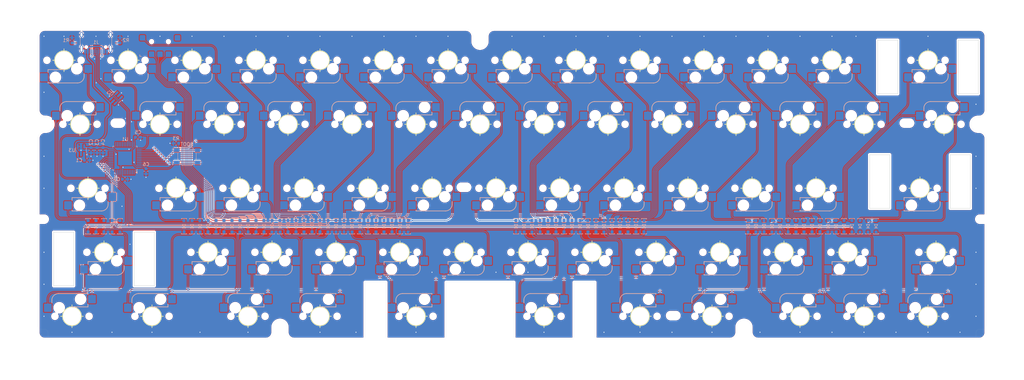
<source format=kicad_pcb>
(kicad_pcb (version 20241229) (generator "pcbnew") (generator_version "9.0")
  (layers (0 "F.Cu" signal) (2 "B.Cu" signal) (13 "F.Paste" user) (15 "B.Paste" user) (5 "F.SilkS" user "F.Silkscreen") (7 "B.SilkS" user "B.Silkscreen") (1 "F.Mask" user) (3 "B.Mask" user) (25 "Edge.Cuts" user))
  (net 0 "")
  (net 1 "c10")
  (net 2 "Net-(D41-A)")
  (net 3 "Net-(D11-A)")
  (net 4 "c9")
  (net 5 "Net-(D10-A)")
  (net 6 "c0")
  (net 7 "Net-(D9-A)")
  (net 8 "Net-(D8-A)")
  (net 9 "Net-(D7-A)")
  (net 10 "Net-(D6-A)")
  (net 11 "Net-(D5-A)")
  (net 12 "Net-(D4-A)")
  (net 13 "Net-(D3-A)")
  (net 14 "c12")
  (net 15 "Net-(D13-A)")
  (net 16 "Net-(D12-A)")
  (net 17 "Net-(D16-A)")
  (net 18 "Net-(D17-A)")
  (net 19 "Net-(D18-A)")
  (net 20 "Net-(D19-A)")
  (net 21 "Net-(D20-A)")
  (net 22 "Net-(D23-A)")
  (net 23 "Net-(D24-A)")
  (net 24 "Net-(D26-A)")
  (net 25 "Net-(D27-A)")
  (net 26 "Net-(D30-A)")
  (net 27 "Net-(D31-A)")
  (net 28 "Net-(D32-A)")
  (net 29 "Net-(D25-A)")
  (net 30 "Net-(D34-A)")
  (net 31 "Net-(D37-A)")
  (net 32 "Net-(D38-A)")
  (net 33 "Net-(D39-A)")
  (net 34 "Net-(D40-A)")
  (net 35 "Net-(D33-A)")
  (net 36 "Net-(D29-A)")
  (net 37 "Net-(D28-A)")
  (net 38 "r1")
  (net 39 "r0")
  (net 40 "r2")
  (net 41 "r3")
  (net 42 "GND")
  (net 43 "+3.3V")
  (net 44 "VBUS")
  (net 52 "/nrst")
  (net 53 "/boot0")
  (net 57 "Net-(J1-CC1)")
  (net 58 "/USB_D+")
  (net 59 "/USB_D-")
  (net 61 "Net-(J1-CC2)")
  (net 63 "c13")
  (net 64 "c8")
  (net 65 "c7")
  (net 66 "c6")
  (net 67 "c5")
  (net 68 "c4")
  (net 69 "c3")
  (net 70 "c2")
  (net 71 "c1")
  (net 72 "c11")
  (net 73 "r4")
  (net 78 "Net-(D14-A)")
  (net 79 "Net-(D15-A)")
  (net 80 "Net-(D2-A)")
  (net 81 "Net-(D1-A)")
  (net 82 "Net-(D22-A)")
  (net 83 "Net-(D21-A)")
  (net 87 "Net-(D68-A)")
  (net 88 "Net-(D66-A)")
  (net 89 "Net-(D67-A)")
  (net 91 "Net-(D35-A)")
  (net 92 "Net-(D36-A)")
  (net 93 "Net-(D54-K)")
  (net 94 "Net-(D59-K)")
  (net 95 "Net-(D60-K)")
  (net 96 "Net-(D42-K)")
  (net 97 "Net-(D43-K)")
  (net 98 "Net-(D44-K)")
  (net 99 "Net-(D45-K)")
  (net 100 "Net-(D46-K)")
  (net 101 "Net-(D47-K)")
  (net 102 "Net-(D48-K)")
  (net 103 "Net-(D49-K)")
  (net 104 "Net-(D50-K)")
  (net 105 "Net-(D51-K)")
  (net 106 "Net-(D53-K)")
  (net 107 "Net-(D58-K)")
  (net 108 "Net-(D61-K)")
  (net 109 "Net-(D63-K)")
  (net 110 "Net-(D64-K)")
  (net 111 "Net-(D65-K)")
  (net 112 "Net-(D52-K)")
  (net 113 "Net-(D56-K)")
  (net 114 "Net-(D57-K)")
  (net 115 "Net-(D55-K)")
  (net 116 "Net-(D62-K)")
  (footprint "MyLibrary:GLPV3_1U" (layer "F.Cu") (at 95.25 0 180)
    (property "Reference" "SW6" (hide yes))
    (property "Value" "SW_PUSH" (hide yes))
  )
  (footprint "MyLibrary:GLPV3_1.5U" (layer "F.Cu") (at 261.9375 19.05)
    (property "Reference" "SW28" (hide yes))
    (property "Value" "SW_PUSH_15" (hide yes))
  )
  (footprint "MyLibrary:Diode_SMD_noname" (layer "F.Cu") (at 11.90626 49.410979 90)
    (property "Reference" "D29" (hide yes))
    (property "Value" "D" (hide yes))
  )
  (footprint "MyLibrary:Diode_SMD_noname" (layer "F.Cu") (at 57.15003 49.410979 90)
    (property "Reference" "D17" (hide yes))
    (property "Value" "D" (hide yes))
  )
  (footprint "MyLibrary:GLPV3_1U" (layer "F.Cu") (at 223.8375 38.1 180)
    (property "Reference" "SW40" (hide yes))
    (property "Value" "SW_PUSH" (hide yes))
  )
  (footprint "MyLibrary:GLPV3_1U" (layer "F.Cu") (at 185.7375 38.1 180)
    (property "Reference" "SW38" (hide yes))
    (property "Value" "SW_PUSH" (hide yes))
  )
  (footprint "MyLibrary:GLPV3_1U" (layer "F.Cu") (at 28.575 19.05)
    (property "Reference" "SW16" (hide yes))
    (property "Value" "SW_PUSH" (hide yes))
  )
  (footprint "MyLibrary:GLPV3_1.5U" (layer "F.Cu") (at 4.7625 19.05)
    (property "Reference" "SW15" (hide yes))
    (property "Value" "SW_PUSH_15" (hide yes))
  )
  (footprint "MyLibrary:GLPV3_1U" (layer "F.Cu") (at 47.625 19.05)
    (property "Reference" "SW17" (hide yes))
    (property "Value" "SW_PUSH" (hide yes))
  )
  (footprint "MyLibrary:GLPV3_1.25U" (layer "F.Cu") (at 192.88125 76.2)
    (property "Reference" "SW62" (hide yes))
    (property "Value" "SW_PUSH_125" (hide yes))
  )
  (footprint "MyLibrary:GLPV3_1U" (layer "F.Cu") (at 138.1125 57.15 180)
    (property "Reference" "SW48" (hide yes))
    (property "Value" "SW_PUSH" (hide yes))
  )
  (footprint "MyLibrary:GLPV3_1U" (layer "F.Cu") (at 38.1 0 180)
    (property "Reference" "SW3" (hide yes))
    (property "Value" "SW_PUSH" (hide yes))
  )
  (footprint "MyLibrary:GLPV3_1U" (layer "F.Cu") (at 19.05 0 180)
    (property "Reference" "SW2" (hide yes))
    (property "Value" "SW_PUSH" (hide yes))
  )
  (footprint "MyLibrary:Diode_SMD_noname" (layer "F.Cu") (at 205.978125 49.411105 90)
    (property "Reference" "D62" (hide yes))
    (property "Value" "D" (hide yes))
  )
  (footprint "MyLibrary:GLPV3_1U" (layer "F.Cu") (at 76.2 76.2)
    (property "Reference" "SW58" (hide yes))
    (property "Value" "SW_PUSH_15" (hide yes))
  )
  (footprint "MyLibrary:GLPV3_1U" (layer "F.Cu") (at 57.15 0 180)
    (property "Reference" "SW4" (hide yes))
    (property "Value" "SW_PUSH" (hide yes))
  )
  (footprint "MyLibrary:GLPV3_1U" (layer "F.Cu") (at 161.925 19.05)
    (property "Reference" "SW23" (hide yes))
    (property "Value" "SW_PUSH" (hide yes))
  )
  (footprint "MyLibrary:GLPV3_1.75U" (layer "F.Cu") (at 7.14375 38.100032 180)
    (property "Reference" "SW29" (hide yes))
    (property "Value" "SW_PUSH_175" (hide yes))
  )
  (footprint "MyLibrary:Diode_SMD_noname" (layer "F.Cu") (at 236.934375 49.410979 90)
    (property "Reference" "D41" (hide yes))
    (property "Value" "D" (hide yes))
  )
  (footprint "MyLibrary:GLPV3_1.25U" (layer "F.Cu") (at 54.76875 76.2)
    (property "Reference" "SW57" (hide yes))
    (property "Value" "SW_PUSH_125" (hide yes))
  )
  (footprint "MyLibrary:poker_hole_1" (layer "F.Cu") (at 16.0518 18.70205)
    (property "Reference" "REF**" (hide yes))
    (property "Value" "poker_hole_1")
  )
  (footprint "MyLibrary:GLPV3_1U" (layer "F.Cu") (at 104.775 76.2)
    (property "Reference" "SW59" (hide yes))
    (property "Value" "SW_PUSH_2" (hide yes))
  )
  (footprint "MyLibrary:GLPV3_1U" (layer "F.Cu") (at 71.4375 38.1 180)
    (property "Reference" "SW32" (hide yes))
    (property "Value" "SW_PUSH" (hide yes))
  )
  (footprint "MyLibrary:GLPV3_1U" (layer "F.Cu") (at 42.8625 57.150048 180)
    (property "Reference" "SW43" (hide yes))
    (property "Value" "SW_PUSH" (hide yes))
  )
  (footprint "MyLibrary:GLPV3_1U" (layer "F.Cu") (at 171.45 0 180)
    (property "Reference" "SW10" (hide yes))
    (property "Value" "SW_PUSH" (hide yes))
  )
  (footprint "MyLibrary:GLPV3_1U" (layer "F.Cu") (at 228.6 0 180)
    (property "Reference" "SW13" (hide yes))
    (property "Value" "SW_PUSH" (hide yes))
  )
  (footprint "MyLibrary:Diode_SMD_noname" (layer "F.Cu") (at 163.115738 49.411105 90)
    (property "Reference" "D24" (hide yes))
    (property "Value" "D" (hide yes))
  )
  (footprint "MyLibrary:GLPV3_1U" (layer "F.Cu") (at 238.1252 76.200064)
    (property "Reference" "SW64" (hide yes))
    (property "Value" "SW_PUSH" (hide yes))
  )
  (footprint "MyLibrary:Diode_SMD_noname" (layer "F.Cu") (at 239.315625 49.411063 90)
    (property "Reference" "D65" (hide yes))
    (property "Value" "D" (hide yes))
  )
  (footprint "MyLibrary:Diode_SMD_noname" (layer "F.Cu") (at 102.39378 49.410979 90)
    (property "Reference" "D47" (hide yes))
    (property "Value" "D" (hide yes))
  )
  (footprint "MyLibrary:GLPV3_1U" (layer "F.Cu") (at 204.7875 38.1 180)
    (property "Reference" "SW39" (hide yes))
    (property "Value" "SW_PUSH" (hide yes))
  )
  (footprint "MyLibrary:poker_hole_1" (layer "F.Cu") (at 119.0525 37.80125)
    (property "Reference" "REF**" (hide yes))
    (property "Value" "poker_hole_1")
  )
  (footprint "MyLibrary:Diode_SMD_noname" (layer "F.Cu") (at 71.43753 49.410853 90)
    (property "Reference" "D5" (hide yes))
    (property "Value" "D" (hide yes))
  )
  (footprint "MyLibrary:Diode_SMD_noname" (layer "F.Cu") (at 88.10628 49.410979 90)
    (property "Reference" "D46" (hide yes))
    (property "Value" "D" (hide yes))
  )
  (footprint "MyLibrary:poker_hole_2" (layer "F.Cu") (at -7.6886 47.30245)
    (property "Reference" "REF**" (hide yes))
    (property "Value" "poker_hole_2")
  )
  (footprint "MyLibrary:poker_hole_1" (layer "F.Cu") (at 181.3519 76.00195)
    (property "Reference" "REF**" (hide yes))
    (property "Value" "poker_hole_1")
  )
  (footprint "MyLibrary:Diode_SMD_noname" (layer "F.Cu") (at 38.10003 49.410979 90)
    (property "Reference" "D56" (hide yes))
    (property "Value" "D" (hide yes))
  )
  (footprint "MyLibrary:GLPV3_1U" (layer "F.Cu") (at 190.5 0 180)
    (property "Reference" "SW11" (hide yes))
    (property "Value" "SW_PUSH" (hide yes))
  )
  (footprint "MyLibrary:GLPV3_1U" (layer "F.Cu") (at 85.725 19.05)
    (property "Reference" "SW19" (hide yes))
    (property "Value" "SW_PUSH" (hide yes))
  )
  (footprint "MyLibrary:Diode_SMD_noname" (layer "F.Cu") (at 97.63128 49.410979 90)
    (property "Reference" "D21" (hide yes))
    (property "Value" "D" (hide yes))
  )
  (footprint "MyLibrary:Diode_SMD_noname" (layer "F.Cu") (at 232.17207 49.410979 90)
    (property "Reference" "D14" (hide yes))
    (property "Value" "D" (hide yes))
  )
  (footprint "MyLibrary:Diode_SMD_noname" (layer "F.Cu") (at 222.646875 49.410979 90)
    (property "Reference" "D27" (hide yes))
    (property "Value" "D" (hide yes))
  )
  (footprint "MyLibrary:Diode_SMD_noname" (layer "F.Cu") (at 210.740625 49.410979 90)
    (property "Reference" "D63" (hide yes))
    (property "Value" "D" (hide yes))
  )
  (footprint "MyLibrary:GLPV3_1U" (layer "F.Cu") (at 219.075 19.05)
    (property "Reference" "SW26" (hide yes))
    (property "Value" "SW_PUSH" (hide yes))
  )
  (footprint "MyLibrary:Diode_SMD_noname" (layer "F.Cu") (at 203.596875 49.410979 90)
    (property "Reference" "D51" (hide yes))
    (property "Value" "D" (hide yes))
  )
  (footprint "MyLibrary:Diode_SMD_noname" (layer "F.Cu") (at 215.503306 49.410979 90)
    (property "Reference" "D26" (hide yes))
    (property "Value" "D" (hide yes))
  )
  (footprint "MyLibrary:Diode_SMD_noname" (layer "F.Cu") (at 165.496988 49.411105 90)
    (property "Reference" "D10" (hide yes))
    (property "Value" "D" (hide yes))
  )
  (footprint "MyLibrary:Diode_SMD_noname" (layer "F.Cu") (at 241.696875 49.410979 90)
    (property "Reference" "D54" (hide yes))
    (property "Value" "D" (hide yes))
  )
  (footprint "MyLibrary:Diode_SMD_noname" (layer "F.Cu") (at 54.76878 49.410979 90)
    (property "Reference" "D3" (hide yes))
    (property "Value" "D" (hide yes))
  )
  (footprint "MyLibrary:Diode_SMD_noname" (layer "F.Cu") (at 92.86878 49.410979 90)
    (property "Reference" "D6" (hide yes))
    (property "Value" "D" (hide yes))
  )
  (footprint "MyLibrary:GLPV3_1U" (layer "F.Cu") (at 123.825 19.05)
    (property "Reference" "SW21" (hide yes))
    (property "Value" "SW_PUSH" (hide yes))
  )
  (footprint "MyLibrary:Diode_SMD_noname" (layer "F.Cu") (at 7.14376 49.411105 90)
    (property "Reference" "D15" (hide yes))
    (property "Value" "D" (hide yes))
  )
  (footprint "MyLibrary:GLPV3_2.25u" (layer "F.Cu") (at 254.79375 38.1 180)
    (property "Reference" "SW41" (hide yes))
    (property "Value" "SW_PUSH_225" (hide yes))
    (fp_rect (start 9 -6) (end 15 10) (stroke (width 0.1)) (fill no) (layer "Edge.Cuts"))
    (fp_rect (start -15 -6) (end -9 10) (stroke (width 0.1)) (fill no) (layer "Edge.Cuts"))
  )
  (footprint "MyLibrary:GLPV3_1U" (layer "F.Cu") (at 180.975 19.05)
    (property "Reference" "SW24" (hide yes))
    (property "Value" "SW_PUSH" (hide yes))
  )
  (footprint "MyLibrary:Diode_SMD_noname" (layer "F.Cu") (at 144.065738 49.411105 90)
    (property "Reference" "D8" (hide yes))
    (property "Value" "D" (hide yes))
  )
  (footprint "MyLibrary:GLPV3_1U" (layer "F.Cu") (at 33.3375 38.100032 180)
    (property "Reference" "SW30" (hide yes))
    (property "Value" "SW_PUSH" (hide yes))
  )
  (footprint "MyLibrary:MX_GLPV3_1.75U" (layer "F.Cu") (at 259.55625 57.15 180)
    (property "Reference" "SW54" (hide yes))
    (property "Value" "SW_PUSH_175" (hide yes))
  )
  (footprint "MyLibrary:Diode_SMD_noname" (layer "F.Cu") (at 42.86253 49.410979 90)
    (property "Reference" "D16" (hide yes))
    (property "Value" "D" (hide yes))
  )
  (footprint "MyLibrary:Diode_SMD_noname" (layer "F.Cu") (at 69.05628 49.410853 90)
    (property "Reference" "D4" (hide yes))
    (property "Value" "D" (hide yes))
  )
  (footprint "MyLibrary:GLPV3_1U" (layer "F.Cu") (at 80.9625 57.15 180)
    (property "Reference" "SW45" (hide yes))
    (property "Value" "SW_PUSH" (hide yes))
  )
  (footprint "MyLibrary:Diode_SMD_noname" (layer "F.Cu") (at 80.96253 49.411021 90)
    (property "Reference" "D45" (hide yes))
    (property "Value" "D" (hide yes))
  )
  (footprint "MyLibrary:Diode_SMD_noname" (layer "F.Cu") (at 50.00628 49.411021 90)
    (property "Reference" "D67" (hide yes))
    (property "Value" "D" (hide yes))
  )
  (footprint "MyLibrary:Diode_SMD_noname" (layer "F.Cu") (at 227.409375 49.410979 90)
    (property "Reference" "D64" (hide yes))
    (property "Value" "D" (hide yes))
  )
  (footprint "MyLibrary:Diode_SMD_noname" (layer "F.Cu") (at 134.540738 49.410979 90)
    (property "Reference" "D35" (hide yes))
    (property "Value" "D" (hide yes))
  )
  (footprint "MyLibrary:Diode_SMD_noname" (layer "F.Cu") (at 136.921988 49.410979 90)
    (property "Reference" "D48" (hide yes))
    (property "Value" "D" (hide yes))
  )
  (footprint "MyLibrary:Diode_SMD_noname" (layer "F.Cu") (at 160.734488 49.411105 90)
    (property "Reference" "D50" (hide yes))
    (property "Value" "D" (hide yes))
  )
  (footprint "MyLibrary:Diode_SMD_noname" (layer "F.Cu") (at 153.590738 49.411105 90)
    (property "Reference" "D49" (hide yes))
    (property "Value" "D" (hide yes))
  )
  (footprint "MyLibrary:GLPV3_1U" (layer "F.Cu") (at 233.362696 57.150048 180)
    (property "Reference" "SW53" (hide yes))
    (property "Value" "SW_PUSH" (hide yes))
  )
  (footprint "MyLibrary:GLPV3_2.25u_r" (layer "F.Cu") (at 11.90625 57.15 180)
    (property "Reference" "SW42" (hide yes))
    (property "Value" "SW_PUSH_225" (hide yes))
    (fp_rect (start 15 -10) (end 9 6) (stroke (width 0.1)) (fill no) (layer "Edge.Cuts"))
    (fp_rect (start -15 -10) (end -9 6) (stroke (width 0.1)) (fill no) (layer "Edge.Cuts"))
  )
  (footprint "MyLibrary:Diode_SMD_noname" (layer "F.Cu") (at 85.72503 49.410979 90)
    (property "Reference" "D59" (hide yes))
    (property "Value" "D" (hide yes))
  )
  (footprint "MyLibrary:Diode_SMD_noname" (layer "F.Cu") (at 35.71878 49.410979 90)
    (property "Reference" "D30" (hide yes))
    (property "Value" "D" (hide yes))
  )
  (footprint "MyLibrary:Diode_SMD_noname" (layer "F.Cu") (at 148.828238 49.411105 90)
    (property "Reference" "D23" (hide yes))
    (property "Value" "D" (hide yes))
  )
  (footprint "MyLibrary:Diode_SMD_noname" (layer "F.Cu") (at 83.34378 49.410979 90)
    (property "Reference" "D33" (hide yes))
    (property "Value" "D" (hide yes))
  )
  (footprint "MyLibrary:GLPV3_1U" (layer "F.Cu") (at 214.3125 57.15 180)
    (property "Reference" "SW52" (hide yes))
    (property "Value" "SW_PUSH" (hide yes))
  )
  (footprint "MyLibrary:GLPV3_1U" (layer "F.Cu") (at 152.4 0 180)
    (property "Reference" "SW9" (hide yes))
    (property "Value" "SW_PUSH" (hide yes))
  )
  (footprint "MyLibrary:Diode_SMD_noname" (layer "F.Cu") (at 151.209488 49.411105 90)
    (property "Reference" "D36" (hide yes))
    (property "Value" "D" (hide yes))
  )
  (footprint "MyLibrary:GLPV3_1U" (layer "F.Cu") (at 142.875 19.05)
    (property "Reference" "SW22" (hide yes))
    (property "Value" "SW_PUSH" (hide yes))
  )
  (footprint "MyLibrary:Diode_SMD_noname" (layer "F.Cu") (at 66.67503 49.410853 90)
    (property "Reference" "D18" (hide yes))
    (property "Value" "D" (hide yes))
  )
  (footprint "MyLibrary:GLPV3_1U" (layer "F.Cu") (at 142.875 76.2)
    (property "Reference" "SW60" (hide yes))
    (property "Value" "SW_PUSH_15" (hide yes))
  )
  (footprint "MyLibrary:GLPV3_1U" (layer "F.Cu") (at 209.55 0 180)
    (property "Reference" "SW12" (hide yes))
    (property "Value" "SW_PUSH" (hide yes))
  )
  (footprint "MyLibrary:Diode_SMD_noname" (layer "F.Cu") (at 158.353238 49.411231 90)
    (property "Reference" "D37" (hide yes))
    (property "Value" "D" (hide yes))
  )
  (footprint "MyLibrary:GLPV3_2u_r" (layer "F.Cu") (at 257.175 0 180)
    (property "Reference" "SW14" (hide yes))
    (property "Value" "SW_PUSH_2" (hide yes))
    (fp_rect (start 15 -10) (end 9 6) (stroke (width 0.1)) (fill no) (layer "Edge.Cuts"))
    (fp_rect (start -15 -10) (end -9 6) (stroke (width 0.1)) (fill no) (layer "Edge.Cuts"))
  )
  (footprint "MyLibrary:GLPV3_1U" (layer "F.Cu") (at 147.6375 38.1 180)
    (property "Reference" "SW36" (hide yes))
    (property "Value" "SW_PUSH" (hide yes))
  )
  (footprint "MyLibrary:GLPV3_1U" (layer "F.Cu") (at 76.2 0 180)
    (property "Reference" "SW5" (hide yes))
    (property "Value" "SW_PUSH" (hide yes))
  )
  (footprint "MyLibrary:Diode_SMD_noname" (layer "F.Cu") (at 73.81878 49.410979 90)
    (property "Reference" "D19" (hide yes))
    (property "Value" "D" (hide yes))
  )
  (footprint "MyLibrary:GLPV3_1U" (layer "F.Cu") (at 109.5375 38.1 180)
    (property "Reference" "SW34" (hide yes))
    (property "Value" "SW_PUSH" (hide yes))
  )
  (footprint "MyLibrary:GLPV3_1U" (layer "F.Cu") (at 128.5875 38.1 180)
    (property "Reference" "SW35" (hide yes))
    (property "Value" "SW_PUSH" (hide yes))
  )
  (footprint "MyLibrary:Diode_SMD_noname" (layer "F.Cu") (at 9.52501 49.410979 90)
    (property "Reference" "D1" (hide yes))
    (property "Value" "D" (hide yes))
  )
  (footprint "MyLibrary:Diode_SMD_noname" (layer "F.Cu") (at 76.20003 49.410979 90)
    (property "Reference" "D32" (hide yes))
    (property "Value" "D" (hide yes))
  )
  (footprint "MyLibrary:Diode_SMD_noname" (layer "F.Cu") (at 45.24378 49.410979 90)
    (property "Reference" "D2" (hide yes))
    (property "Value" "D" (hide yes))
  )
  (footprint "MyLibrary:Diode_SMD_noname" (layer "F.Cu") (at 95.25003 49.411105 90)
    (property "Reference" "D7" (hide yes))
    (property "Value" "D" (hide yes))
  )
  (footprint "MyLibrary:Diode_SMD_noname" (layer "F.Cu") (at 139.303238 49.410979 90)
    (property "Reference" "D60" (hide yes))
    (property "Value" "D" (hide yes))
  )
  (footprint "MyLibrary:GLPV3_1U" (layer "F.Cu") (at 166.6875 38.1 180)
    (property "Reference" "SW37" (hide yes))
    (property "Value" "SW_PUSH" (hide yes))
  )
  (footprint "MyLibrary:GLPV3_1U" (layer "F.Cu") (at 200.025 19.05)
    (property "Reference" "SW25" (hide yes))
    (property "Value" "SW_PUSH" (hide yes))
  )
  (footprint "MyLibrary:GLPV3_1U" (layer "F.Cu") (at 133.35 0 180)
    (property "Reference" "SW8" (hide yes))
    (property "Value" "SW_PUSH" (hide yes))
  )
  (footprint "MyLibrary:GLPV3_1U" (layer "F.Cu") (at 52.3875 38.1 180)
    (property "Reference" "SW31" (hide yes))
    (property "Value" "SW_PUSH" (hide yes))
  )
  (footprint "MyLibrary:GLPV3_1U" (layer "F.Cu") (at 238.125 19.05)
    (property "Reference" "SW27" (hide yes))
    (property "Value" "SW_PUSH" (hide yes))
  )
  (footprint "MyLibrary:GLPV3_1U" (layer "F.Cu") (at 61.9125 57.150048 180)
    (property "Reference" "SW44" (hide yes))
    (property "Value" "SW_PUSH" (hide yes))
  )
  (footprint "MyLibrary:Diode_SMD_noname" (layer "F.Cu") (at 229.790625 49.410979 90)
    (property "Reference" "D53" (hide yes))
    (property "Value" "D" (hide yes))
  )
  (footprint "MyLibrary:Diode_SMD_noname" (layer "F.Cu") (at 47.62503 49.410979 90)
    (property "Reference" "D68" (hide yes))
    (property "Value" "D" (hide yes))
  )
  (footprint "MyLibrary:Diode_SMD_noname" (layer "F.Cu") (at 170.259488 49.411105 90)
    (property "Reference" "D25" (hide yes))
    (property "Value" "D" (hide yes))
  )
  (footprint "MyLibrary:Diode_SMD_noname" (layer "F.Cu") (at 155.971988 49.411105 90)
    (property "Reference" "D61" (hide yes))
    (property "Value" "D" (hide yes))
  )
  (footprint "MyLibrary:Diode_SMD_noname" (layer "F.Cu") (at 167.878238 49.411105 90)
    (property "Reference" "D11" (hide yes))
    (property "Value" "D" (hide yes))
  )
  (footprint "MyLibrary:Diode_SMD_noname" (layer "F.Cu") (at 217.884375 49.411105 90)
    (property "Reference" "D12" (hide yes))
    (property "Value" "D" (hide yes))
  )
  (footprint "MyLibrary:Diode_SMD_noname" (layer "F.Cu") (at 40.48128 49.410979 90)
    (property "Reference" "D43" (hide yes))
    (property "Value" "D" (hide yes))
  )
  (footprint "MyLibrary:GLPV3_1U" (layer "F.Cu") (at 104.775 19.05)
    (property "Reference" "SW20" (hide yes))
    (property "Value" "SW_PUSH" (hide yes))
  )
  (footprint "MyLibrary:Diode_SMD_noname" (layer "F.Cu") (at 14.28751 49.411021 90)
    (property "Reference" "D55" (hide yes))
    (property "Value" "D" (hide yes))
  )
  (footprint "MyLibrary:Diode_SMD_noname" (layer "F.Cu") (at 234.553125 49.411105 90)
    (property "Reference" "D28" (hide yes))
    (property "Value" "D" (hide yes))
  )
  (footprint "MyLibrary:Diode_SMD_noname" (layer "F.Cu") (at 64.29378 49.410979 90)
    (property "Reference" "D44" (hide yes))
    (property "Value" "D" (hide yes))
  )
  (footprint "MyLibrary:GLPV3_1U" (layer "F.Cu") (at 0 0 180)
    (property "Reference" "SW1" (hide yes))
    (property "Value" "SW_PUSH" (hide yes))
  )
  (footprint "MyLibrary:GLPV3_1U" (layer "F.Cu") (at 66.675 19.05)
    (property "Reference" "SW18" (hide yes))
    (property "Value" "SW_PUSH" (hide yes))
  )
  (footprint "MyLibrary:Diode_SMD_noname" (layer "F.Cu") (at 146.446988 49.410979 90)
    (property "Reference" "D9" (hide yes))
    (property "Value" "D" (hide yes))
  )
  (footprint "MyLibrary:GLPV3_1.25U" (layer "F.Cu") (at 26.19375 76.2)
    (property "Reference" "SW56" (hide yes))
    (property "Value" "SW_PUSH_125" (hide yes))
  )
  (footprint "MyLibrary:Diode_SMD_noname" (layer "F.Cu") (at 208.359375 49.410979 90)
    (property "Reference" "D39" (hide yes))
    (property "Value" "D" (hide yes))
  )
  (footprint "MyLibrary:GLPV3_1U" (layer "F.Cu") (at 176.2125 57.15 180)
    (property "Reference" "SW50" (hide yes))
    (property "Value" "SW_PUSH" (hide yes))
  )
  (footprint "MyLibrary:Diode_SMD_noname" (layer "F.Cu") (at 61.91253 49.410979 90)
    (property "Reference" "D57" (hide yes))
    (property "Value" "D" (hide yes))
  )
  (footprint "MyLibrary:Diode_SMD_noname" (layer "F.Cu") (at 225.028125 49.410979 90)
    (property "Reference" "D40" (hide yes))
    (property "Value" "D" (hide yes))
  )
  (footprint "MyLibrary:Diode_SMD_noname" (layer "F.Cu") (at 90.48753 49.410979 90)
    (property "Reference" "D20" (hide yes))
    (property "Value" "D" (hide yes))
  )
  (footprint "MyLibrary:GLPV3_1U" (layer "F.Cu") (at 157.1625 57.150048 180)
    (property "Reference" "SW49" (hide yes))
    (property "Value" "SW_PUSH" (hide yes))
  )
  (footprint "MyLibrary:GLPV3_1U" (layer "F.Cu") (at 171.45 76.2)
    (property "Reference" "SW61" (hide yes))
    (property "Value" "SW_PUSH_125" (hide yes))
  )
  (footprint "MyLibrary:GLPV3_1U" (layer "F.Cu") (at 257.175216 76.2)
    (property "Reference" "SW65" (hide yes))
    (property "Value" "SW_PUSH" (hide yes))
  )
  (footprint "MyLibrary:poker_hole_1" (layer "F.Cu") (at 250.9024 18.70205)
    (property "Reference" "REF**" (hide yes))
    (property "Value" "poker_hole_1")
  )
  (footprint "MyLibrary:GLPV3_1U" (layer "F.Cu") (at 119.0625 57.15 180)
    (property "Reference" "SW47" (hide yes))
    (property "Value" "SW_PUSH" (hide yes))
  )
  (footprint "MyLibrary:GLPV3_1U" (layer "F.Cu") (at 114.3 0 180)
    (property "Reference" "SW7" (hide yes))
    (property "Value" "SW_PUSH" (hide yes))
  )
  (footprint "MyLibrary:Diode_SMD_noname" (layer "F.Cu") (at 141.684488 49.411105 90)
    (property "Reference" "D22" (hide yes))
    (property "Value" "D" (hide yes))
  )
  (footprint "MyLibrary:Diode_SMD_noname" (layer "F.Cu") (at 59.53128 49.411105 90)
    (property "Reference" "D31" (hide yes))
    (property "Value" "D" (hide yes))
  )
  (footprint "MyLibrary:poker_hole_2" (layer "F.Cu") (at 274.3937 47.30245)
    (property "Reference" "REF**" (hide yes))
    (property "Value" "poker_hole_2")
  )
  (footprint "MyLibrary:Diode_SMD_noname" (layer "F.Cu") (at 78.58128 49.410979 90)
    (property "Reference" "D58" (hide yes))
    (property "Value" "D" (hide yes))
  )
  (footprint "MyLibrary:Diode_SMD_noname" (layer "F.Cu") (at 100.012584 49.410979 90)
    (property "Reference" "D34" (hide yes))
    (property "Value" "D" (hide yes))
  )
  (footprint "MyLibrary:Diode_SMD_noname" (layer "F.Cu") (at 16.66876 49.410979 90)
    (property "Reference" "D42" (hide yes))
    (property "Value" "D" (hide yes))
  )
  (footprint "MyLibrary:Diode_SMD_noname" (layer "F.Cu") (at 213.121875 49.411105 90)
    (property "Reference" "D52" (hide yes))
    (property "Value" "D" (hide yes))
  )
  (footprint "MyLibrary:GLPV3_1U" (layer "F.Cu") (at 195.2625 57.15 180)
    (property "Reference" "SW51" (hide yes))
    (property "Value" "SW_PUSH" (hide yes))
  )
  (footprint "MyLibrary:Diode_SMD_noname" (layer "F.Cu") (at 220.265625 49.410979 90)
    (property "Reference" "D13" (hide yes))
    (property "Value" "D" (hide yes))
  )
  (footprint "MyLibrary:GLPV3_1U" (layer "F.Cu") (at 219.075184 76.200064)
    (property "Reference" "SW63" (hide yes))
    (property "Value" "SW_PUSH" (hide yes))
  )
  (footprint "MyLibrary:Diode_SMD_noname" (layer "F.Cu") (at 172.640738 49.410979 90)
    (property "Reference" "D38" (hide yes))
    (property "Value" "D" (hide yes))
  )
  (footprint "MyLibrary:GLPV3_1U" (layer "F.Cu") (at 90.4875 38.1 180)
    (property "Reference" "SW33" (hide yes))
    (property "Value" "SW_PUSH" (hide yes))
  )
  (footprint "MyLibrary:GLPV3_1U" (layer "F.Cu") (at 100.0125 57.150048 180)
    (property "Reference" "SW46" (hide yes))
    (property "Value" "SW_PUSH" (hide yes))
  )
  (footprint "MyLibrary:Diode_SMD_noname" (layer "F.Cu") (at 52.38753 49.410979 90)
    (property "Reference" "D66" (hide yes))
    (property "Value" "D" (hide yes))
  )
  (footprint "MyLibrary:GLPV3_1.25U" (layer "F.Cu") (at 2.38125 76.2)
    (property "Reference" "SW55" (hide yes))
    (property "Value" "SW_PUSH_125" (hide yes))
  )
  (footprint "Capacitor_SMD:C_0603_1608Metric" (layer "B.Cu") (at 22.026544 22.919512)
    (property "Reference" "C5")
    (property "Value" "100n")
  )
  (footprint "Capacitor_SMD:C_0603_1608Metric" (layer "B.Cu") (at 33.337472 24.705448 180)
    (property "Reference" "R3")
    (property "Value" "10k")
  )
  (footprint "Capacitor_SMD:C_0603_1608Metric" (layer "B.Cu") (at 16.66875 -5.953125 -90)
    (property "Reference" "R2")
    (property "Value" "5.1k")
  )
  (footprint "Capacitor_SMD:C_0603_1608Metric" (layer "B.Cu") (at 24.407792 33.039816 -90)
    (property "Reference" "C6")
    (property "Value" "100n")
  )
  (footprint "Capacitor_SMD:C_0603_1608Metric" (layer "B.Cu") (at 2.38125 -5.953125 -90)
    (property "Reference" "R1")
    (property "Value" "5.1k")
  )
  (footprint "Capacitor_SMD:C_0603_1608Metric" (layer "B.Cu") (at 18.157016 35.421064)
    (property "Reference" "C7")
    (property "Value" "100n")
  )
  (footprint "Capacitor_SMD:C_0603_1608Metric" (layer "B.Cu") (at 8.036712 26.78904 -90)
    (property "Reference" "C2")
    (property "Value" "4.7u")
  )
  (footprint "Package_QFP:LQFP-48_7x7mm_P0.5mm" (layer "B.Cu") (at 18.157016 29.170288 90)
    (property "Reference" "U1")
    (property "Value" "STM32F072CBTx")
  )
  (footprint "MyLibrary:TMHU27" (layer "B.Cu") (at 28.575024 -5.357817 180)
    (property "Reference" "SW66" (hide yes))
    (property "Value" "SW_SP3T_NR01103")
  )
  (footprint "Capacitor_SMD:C_0603_1608Metric" (layer "B.Cu") (at 9.822648 26.78904 -90)
    (property "Reference" "C3")
    (property "Value" "1u")
  )
  (footprint "Capacitor_SMD:C_0603_1608Metric" (layer "B.Cu") (at 11.608584 26.78904 -90)
    (property "Reference" "C4")
    (property "Value" "100n")
  )
  (footprint "Button_Switch_SMD:SW_SPST_SKQG_WithStem" (layer "B.Cu") (at 36.611688 28.574976)
    (property "Reference" "SW67" (hide yes))
    (property "Value" "SW_Push" (hide yes))
  )
  (footprint "Package_TO_SOT_SMD:SOT-23-5" (layer "B.Cu") (at 5.060152 26.78904 90)
    (property "Reference" "U3")
    (property "Value" "TLV75733PDBV")
  )
  (footprint "MyLibrary:sot-23-6-USBESD" (layer "B.Cu") (at 15.478138 11.310947 -135)
    (property "Reference" "U2")
    (property "Value" "CDSOT236-0504C")
  )
  (footprint "Capacitor_SMD:C_0603_1608Metric" (layer "B.Cu") (at 6.846088 29.7656)
    (property "Reference" "C1")
    (property "Value" "1u")
  )
  (footprint "MyLibrary:USB_C_Receptacle_HRO_TYPE-C-31-M-12_My" (layer "B.Cu") (at 9.525008 -6.548443)
    (property "Reference" "J1")
    (property "Value" "USB_C_Receptacle")
  )
  (gr_arc (start 200.30608 80.946024) (mid 199.691004 82.430948) (end 198.20608 83.046024) (stroke (width 0.01)) (layer "Edge.Cuts"))
  (gr_line (start 271.462272 81.069464) (end 271.462272 82.046024) (stroke (width 0.01)) (layer "Edge.Cuts"))
  (gr_line (start 273.439111 80.069464) (end 272.462272 80.069464) (stroke (width 0.01)) (layer "Edge.Cuts"))
  (gr_line (start 151.80456 83.046024) (end 133.9452 83.046024) (stroke (width 0.01)) (layer "Edge.Cuts"))
  (gr_arc (start 62.193696 79.474152) (mid 64.293696 77.374152) (end 66.393696 79.474152) (stroke (width 0.01)) (layer "Edge.Cuts"))
  (gr_arc (start 271.462272 81.069464) (mid 271.755165 80.362357) (end 272.462272 80.069464) (stroke (width 0.01)) (layer "Edge.Cuts"))
  (gr_line (start 95.845232 66.079632) (end 89.594456 66.079632) (stroke (width 0.01)) (layer "Edge.Cuts"))
  (gr_arc (start 206.60608 83.046024) (mid 205.121156 82.430948) (end 204.50608 80.946024) (stroke (width 0.01)) (layer "Edge.Cuts"))
  (gr_line (start 206.60608 83.046024) (end 270.462272 83.046024) (stroke (width 0.01)) (layer "Edge.Cuts"))
  (gr_line (start -7.739056 14.850016) (end -7.739056 -7.227337) (stroke (width 0.01)) (layer "Edge.Cuts"))
  (gr_arc (start 271.462272 82.046024) (mid 271.169379 82.753131) (end 270.462272 83.046024) (stroke (width 0.01)) (layer "Edge.Cuts"))
  (gr_line (start 272.354665 21.149984) (end 272.0576 21.149984) (stroke (width 0.01)) (layer "Edge.Cuts"))
  (gr_line (start 95.845232 83.046024) (end 95.845232 66.079632) (stroke (width 0.01)) (layer "Edge.Cuts"))
  (gr_arc (start 274.439111 79.069743) (mid 274.146119 79.776669) (end 273.439111 80.069464) (stroke (width 0.01)) (layer "Edge.Cuts"))
  (gr_arc (start -6.739056 80.069464) (mid -7.446163 79.776571) (end -7.739056 79.069464) (stroke (width 0.01)) (layer "Edge.Cuts"))
  (gr_line (start 119.624896 -9.227336) (end -5.739056 -9.227335) (stroke (width 0.01)) (layer "Edge.Cuts"))
  (gr_line (start 198.20608 83.046024) (end 158.055336 83.046024) (stroke (width 0.01)) (layer "Edge.Cuts"))
  (gr_line (start 62.193696 80.946024) (end 62.193696 79.474152) (stroke (width 0.01)) (layer "Edge.Cuts"))
  (gr_arc (start 125.924896 -7.127336) (mid 126.539984 -8.612238) (end 128.024896 -9.227336) (stroke (width 0.01)) (layer "Edge.Cuts"))
  (gr_line (start -5.357808 16.950016) (end -5.639056 16.950016) (stroke (width 0.01)) (layer "Edge.Cuts"))
  (gr_line (start 125.924896 -5.655464) (end 125.924896 -7.127336) (stroke (width 0.01)) (layer "Edge.Cuts"))
  (gr_arc (start 200.30608 79.474152) (mid 202.40608 77.374152) (end 204.50608 79.474152) (stroke (width 0.01)) (layer "Edge.Cuts"))
  (gr_line (start 274.453814 14.848559) (end 274.438835 -7.227336) (stroke (width 0.01)) (layer "Edge.Cuts"))
  (gr_line (start 272.353815 16.949984) (end 272.057584 16.949984) (stroke (width 0.01)) (layer "Edge.Cuts"))
  (gr_line (start 68.493696 83.046024) (end 89.594456 83.046024) (stroke (width 0.01)) (layer "Edge.Cuts"))
  (gr_arc (start 272.438832 -9.227336) (mid 273.853046 -8.64155) (end 274.438832 -7.227336) (stroke (width 0.01)) (layer "Edge.Cuts"))
  (gr_line (start 66.393696 80.946024) (end 66.393696 79.474152) (stroke (width 0.01)) (layer "Edge.Cuts"))
  (gr_arc (start -7.739056 23.250016) (mid -7.12398 21.765092) (end -5.639056 21.150016) (stroke (width 0.01)) (layer "Edge.Cuts"))
  (gr_line (start 204.50608 80.946024) (end 204.50608 79.474152) (stroke (width 0.01)) (layer "Edge.Cuts"))
  (gr_arc (start -7.739056 -7.227336) (mid -7.15327 -8.64155) (end -5.739056 -9.227336) (stroke (width 0.01)) (layer "Edge.Cuts"))
  (gr_arc (start -5.357808 16.950016) (mid -3.257808 19.050016) (end -5.357808 21.150016) (stroke (width 0.01)) (layer "Edge.Cuts"))
  (gr_arc (start 119.624896 -9.227336) (mid 121.109836 -8.612264) (end 121.724896 -7.127336) (stroke (width 0.01)) (layer "Edge.Cuts"))
  (gr_arc (start 274.453814 14.848559) (mid 273.839243 16.334404) (end 272.353815 16.949984) (stroke (width 0.01)) (layer "Edge.Cuts"))
  (gr_arc (start -5.762496 80.069464) (mid -5.055389 80.362357) (end -4.762496 81.069464) (stroke (width 0.01)) (layer "Edge.Cuts"))
  (gr_line (start 95.845232 83.046024) (end 113.704592 83.046024) (stroke (width 0.01)) (layer "Edge.Cuts"))
  (gr_line (start 200.30608 80.946024) (end 200.30608 79.474152) (stroke (width 0.01)) (layer "Edge.Cuts"))
  (gr_line (start -3.762496 83.046024) (end 60.093696 83.046024) (stroke (width 0.01)) (layer "Edge.Cuts"))
  (gr_line (start 274.454665 23.250559) (end 274.439111 79.069743) (stroke (width 0.01)) (layer "Edge.Cuts"))
  (gr_line (start 133.9452 66.079632) (end 133.9452 83.046024) (stroke (width 0.01)) (layer "Edge.Cuts"))
  (gr_line (start 151.80456 83.046024) (end 151.80456 66.079632) (stroke (width 0.01)) (layer "Edge.Cuts"))
  (gr_line (start -5.762496 80.069464) (end -6.739056 80.069464) (stroke (width 0.01)) (layer "Edge.Cuts"))
  (gr_arc (start 272.354665 21.149984) (mid 273.839821 21.76525) (end 274.454665 23.250559) (stroke (width 0.01)) (layer "Edge.Cuts"))
  (gr_arc (start 62.193696 80.946024) (mid 61.578612 82.430931) (end 60.093696 83.046024) (stroke (width 0.01)) (layer "Edge.Cuts"))
  (gr_arc (start -5.639056 16.950016) (mid -7.12398 16.33494) (end -7.739056 14.850016) (stroke (width 0.01)) (layer "Edge.Cuts"))
  (gr_line (start 121.724896 -5.655464) (end 121.724896 -7.127336) (stroke (width 0.01)) (layer "Edge.Cuts"))
  (gr_line (start 128.024896 -9.227336) (end 272.438832 -9.227336) (stroke (width 0.01)) (layer "Edge.Cuts"))
  (gr_line (start 113.704592 66.079632) (end 133.9452 66.079632) (stroke (width 0.01)) (layer "Edge.Cuts"))
  (gr_line (start 113.704592 83.046024) (end 113.704592 66.079632) (stroke (width 0.01)) (layer "Edge.Cuts"))
  (gr_arc (start 125.924896 -5.655464) (mid 123.824896 -3.555464) (end 121.724896 -5.655464) (stroke (width 0.01)) (layer "Edge.Cuts"))
  (gr_line (start -4.762496 81.069464) (end -4.762496 82.046024) (stroke (width 0.01)) (layer "Edge.Cuts"))
  (gr_line (start 158.055336 66.079632) (end 158.055336 83.046024) (stroke (width 0.01)) (layer "Edge.Cuts"))
  (gr_line (start 89.594456 66.079632) (end 89.594456 83.046024) (stroke (width 0.01)) (layer "Edge.Cuts"))
  (gr_line (start -7.739056 22.273456) (end -7.739056 79.069464) (stroke (width 0.01)) (layer "Edge.Cuts"))
  (gr_line (start 151.80456 66.079632) (end 158.055336 66.079632) (stroke (width 0.01)) (layer "Edge.Cuts"))
  (gr_arc (start -3.762496 83.046024) (mid -4.469603 82.753131) (end -4.762496 82.046024) (stroke (width 0.01)) (layer "Edge.Cuts"))
  (gr_arc (start 272.057584 21.149984) (mid 269.957584 19.049984) (end 272.057584 16.949984) (stroke (width 0.01)) (layer "Edge.Cuts"))
  (gr_line (start -5.639056 21.150016) (end -5.357808 21.150016) (stroke (width 0.01)) (layer "Edge.Cuts"))
  (gr_arc (start 68.493696 83.046024) (mid 67.008766 82.430948) (end 66.393696 80.946024) (stroke (width 0.01)) (layer "Edge.Cuts"))
  (gr_text "BOOT" (at 36.611688 25.003104 0) (layer "B.SilkS") (effects (font (size 1 1)) (justify mirror)))
  (segment (start 203.365392 48.3) (end 155.042168 48.3) (width 0.2) (layer "F.Cu") (net 1))
  (segment (start 41.601 30.057568) (end 30.664256 30.057568) (width 0.2) (layer "F.Cu") (net 1))
  (segment (start 155.030063 48.312105) (end 154.532177 48.312105) (width 0.2) (layer "F.Cu") (net 1))
  (segment (start 154.532177 48.312105) (end 154.532051 48.311979) (width 0.2) (layer "F.Cu") (net 1))
  (segment (start 30.664256 30.057568) (end 30.658568 30.063256) (width 0.2) (layer "F.Cu") (net 1))
  (segment (start 154.532051 48.311979) (end 44.801 48.311979) (width 0.2) (layer "F.Cu") (net 1))
  (segment (start 42.401 45.911979) (end 42.401 30.857568) (width 0.2) (layer "F.Cu") (net 1))
  (segment (start 155.042168 48.3) (end 155.030063 48.312105) (width 0.2) (layer "F.Cu") (net 1))
  (via (at 204.787328 47.710979) (size 0.6) (drill 0.3) (layers "F.Cu" "B.Cu") (net 1))
  (via (at 30.658568 30.063256) (size 0.6) (drill 0.3) (layers "F.Cu" "B.Cu") (net 1))
  (arc (start 42.401 45.911979) (mid 43.103944 47.609035) (end 44.801 48.311979) (width 0.2) (layer "F.Cu") (net 1))
  (arc (start 41.601 30.057568) (mid 42.166685 30.291883) (end 42.401 30.857568) (width 0.2) (layer "F.Cu") (net 1))
  (arc (start 204.787328 47.710979) (mid 204.134906 48.146934) (end 203.365392 48.3) (width 0.2) (layer "F.Cu") (net 1))
  (segment (start 205.977999 47.710979) (end 205.978125 47.711105) (width 0.2) (layer "B.Cu") (net 1))
  (segment (start 197.69 2.54) (end 197.69 4.856573) (width 0.2) (layer "B.Cu") (net 1))
  (segment (start 206.356 14.351) (end 206.356 26.383073) (width 0.2) (layer "B.Cu") (net 1))
  (segment (start 192.9275 40.64) (end 192.9275 46.160979) (width 0.2) (layer "B.Cu") (net 1))
  (segment (start 205.770213 27.797287) (end 192.9275 40.64) (width 0.2) (layer "B.Cu") (net 1))
  (segment (start 30.301537 30.420287) (end 30.658568 30.063256) (width 0.2) (layer "B.Cu") (net 1))
  (segment (start 198.275787 6.270787) (end 205.975 13.97) (width 0.2) (layer "B.Cu") (net 1))
  (segment (start 204.787328 47.710979) (end 205.977999 47.710979) (width 0.6) (layer "B.Cu") (net 1))
  (segment (start 205.975 13.97) (end 206.356 14.351) (width 0.2) (layer "B.Cu") (net 1))
  (segment (start 203.596875 47.710979) (end 204.787328 47.710979) (width 0.6) (layer "B.Cu") (net 1))
  (segment (start 22.319516 30.420287) (end 30.301537 30.420287) (width 0.2) (layer "B.Cu") (net 1))
  (segment (start 203.246875 47.360979) (end 203.596875 47.710979) (width 0.2) (layer "B.Cu") (net 1))
  (segment (start 194.1275 47.360979) (end 203.246875 47.360979) (width 0.2) (layer "B.Cu") (net 1))
  (arc (start 192.9275 46.160979) (mid 193.278972 47.009507) (end 194.1275 47.360979) (width 0.2) (layer "B.Cu") (net 1))
  (arc (start 198.275787 6.270787) (mid 197.842241 5.62194) (end 197.69 4.856573) (width 0.2) (layer "B.Cu") (net 1))
  (arc (start 205.770213 27.797287) (mid 206.203759 27.14844) (end 206.356 26.383073) (width 0.2) (layer "B.Cu") (net 1))
  (segment (start 239.806593 46.960063) (end 239.806677 46.959979) (width 0.2) (layer "B.Cu") (net 2))
  (segment (start 239.806677 46.959979) (end 248.04375 46.959979) (width 0.2) (layer "B.Cu") (net 2))
  (segment (start 237.334375 46.960063) (end 239.806593 46.960063) (width 0.2) (layer "B.Cu") (net 2))
  (segment (start 248.84375 46.159979) (end 248.84375 43.18) (width 0.2) (layer "B.Cu") (net 2))
  (segment (start 236.934375 47.710979) (end 236.934375 47.360063) (width 0.2) (layer "B.Cu") (net 2))
  (arc (start 237.334375 46.960063) (mid 237.051532 47.07722) (end 236.934375 47.360063) (width 0.2) (layer "B.Cu") (net 2))
  (arc (start 248.84375 46.159979) (mid 248.609435 46.725664) (end 248.04375 46.959979) (width 0.2) (layer "B.Cu") (net 2))
  (segment (start 188.792 12.787642) (end 188.792 19.157473) (width 0.2) (layer "B.Cu") (net 3))
  (segment (start 184.55 5.08) (end 184.55 7.054473) (width 0.2) (layer "B.Cu") (net 3))
  (segment (start 174.1455 46.558979) (end 168.678238 46.558979) (width 0.2) (layer "B.Cu") (net 3))
  (segment (start 176.1455 33.129456) (end 176.1455 44.558979) (width 0.2) (layer "B.Cu") (net 3))
  (segment (start 185.135787 8.468687) (end 188.323371 11.656271) (width 0.2) (layer "B.Cu") (net 3))
  (segment (start 188.206213 20.571687) (end 176.496972 32.280928) (width 0.2) (layer "B.Cu") (net 3))
  (segment (start 167.878238 47.358979) (end 167.878238 47.711105) (width 0.2) (layer "B.Cu") (net 3))
  (arc (start 184.55 7.054473) (mid 184.702241 7.81984) (end 185.135787 8.468687) (width 0.2) (layer "B.Cu") (net 3))
  (arc (start 176.1455 44.558979) (mid 175.559714 45.973193) (end 174.1455 46.558979) (width 0.2) (layer "B.Cu") (net 3))
  (arc (start 188.206213 20.571687) (mid 188.639759 19.92284) (end 188.792 19.157473) (width 0.2) (layer "B.Cu") (net 3))
  (arc (start 188.792 12.787642) (mid 188.670207 12.175349) (end 188.323371 11.656271) (width 0.2) (layer "B.Cu") (net 3))
  (arc (start 168.678238 46.558979) (mid 168.112553 46.793294) (end 167.878238 47.358979) (width 0.2) (layer "B.Cu") (net 3))
  (arc (start 176.1455 33.129456) (mid 176.236845 32.670236) (end 176.496972 32.280928) (width 0.2) (layer "B.Cu") (net 3))
  (segment (start 44.806 45.906979) (end 158.337179 45.906979) (width 0.2) (layer "F.Cu") (net 4))
  (segment (start 27.384352 26.78904) (end 27.39004 26.783352) (width 0.2) (layer "F.Cu") (net 4))
  (segment (start 44.406 29.583352) (end 44.406 45.506979) (width 0.2) (layer "F.Cu") (net 4))
  (segment (start 27.39004 26.783352) (end 41.606 26.783352) (width 0.2) (layer "F.Cu") (net 4))
  (via (at 160.734488 46.9) (size 0.6) (drill 0.3) (layers "F.Cu" "B.Cu") (net 4))
  (via (at 27.384352 26.78904) (size 0.6) (drill 0.3) (layers "F.Cu" "B.Cu") (net 4))
  (arc (start 44.806 45.906979) (mid 44.523157 45.789822) (end 44.406 45.506979) (width 0.2) (layer "F.Cu") (net 4))
  (arc (start 41.606 26.783352) (mid 43.585899 27.603453) (end 44.406 29.583352) (width 0.2) (layer "F.Cu") (net 4))
  (arc (start 158.337179 45.906979) (mid 159.634571 46.165046) (end 160.734488 46.9) (width 0.2) (layer "F.Cu") (net 4))
  (segment (start 173.785 14.193427) (end 173.785 16.51) (width 0.2) (layer "B.Cu") (net 4))
  (segment (start 173.785 40.5475) (end 173.8775 40.64) (width 0.2) (layer "B.Cu") (net 4))
  (segment (start 165.5 5.08) (end 173.199214 12.779214) (width 0.2) (layer "B.Cu") (net 4))
  (segment (start 174.9425 44.555979) (end 174.9425 41.705) (width 0.2) (layer "B.Cu") (net 4))
  (segment (start 22.319516 27.420288) (end 26.587419 27.420288) (width 0.2) (layer "B.Cu") (net 4))
  (segment (start 160.734488 46.9) (end 160.734488 46.555979) (width 0.2) (layer "B.Cu") (net 4))
  (segment (start 160.734488 47.711105) (end 160.734488 46.9) (width 0.6) (layer "B.Cu") (net 4))
  (segment (start 26.870262 27.30313) (end 27.384352 26.78904) (width 0.2) (layer "B.Cu") (net 4))
  (segment (start 173.785 16.51) (end 173.785 40.5475) (width 0.2) (layer "B.Cu") (net 4))
  (segment (start 174.9425 41.705) (end 173.8775 40.64) (width 0.2) (layer "B.Cu") (net 4))
  (segment (start 161.934488 45.355979) (end 174.1425 45.355979) (width 0.2) (layer "B.Cu") (net 4))
  (arc (start 173.199214 12.779214) (mid 173.632759 13.42806) (end 173.785 14.193427) (width 0.2) (layer "B.Cu") (net 4))
  (arc (start 26.587419 27.420288) (mid 26.740493 27.38984) (end 26.870262 27.30313) (width 0.2) (layer "B.Cu") (net 4))
  (arc (start 161.934488 45.355979) (mid 161.08596 45.707451) (end 160.734488 46.555979) (width 0.2) (layer "B.Cu") (net 4))
  (arc (start 174.1425 45.355979) (mid 174.708185 45.121664) (end 174.9425 44.555979) (width 0.2) (layer "B.Cu") (net 4))
  (segment (start 165.496988 47.357979) (end 165.496988 47.711105) (width 0.2) (layer "B.Cu") (net 5))
  (segment (start 187.922371 20.288429) (end 176.213129 31.997671) (width 0.2) (layer "B.Cu") (net 5))
  (segment (start 174.1445 46.157979) (end 166.696988 46.157979) (width 0.2) (layer "B.Cu") (net 5))
  (segment (start 178.64 2.54) (end 188.039528 11.939528) (width 0.2) (layer "B.Cu") (net 5))
  (segment (start 188.391 12.788056) (end 188.391 19.157058) (width 0.2) (layer "B.Cu") (net 5))
  (segment (start 175.7445 33.129042) (end 175.7445 44.557979) (width 0.2) (layer "B.Cu") (net 5))
  (arc (start 176.213129 31.997671) (mid 175.866293 32.516748) (end 175.7445 33.129042) (width 0.2) (layer "B.Cu") (net 5))
  (arc (start 187.922371 20.288429) (mid 188.269207 19.769352) (end 188.391 19.157058) (width 0.2) (layer "B.Cu") (net 5))
  (arc (start 165.496988 47.357979) (mid 165.84846 46.509451) (end 166.696988 46.157979) (width 0.2) (layer "B.Cu") (net 5))
  (arc (start 174.1445 46.157979) (mid 175.275871 45.68935) (end 175.7445 44.557979) (width 0.2) (layer "B.Cu") (net 5))
  (arc (start 188.039528 11.939528) (mid 188.299655 12.328836) (end 188.391 12.788056) (width 0.2) (layer "B.Cu") (net 5))
  (segment (start 12.3 35.1) (end 12.8 35.1) (width 0.2) (layer "B.Cu") (net 6))
  (segment (start 1 35.1) (end 12.3 35.1) (width 0.2) (layer "B.Cu") (net 6))
  (segment (start 12.555016 33.860789) (end 12.555016 31.693512) (width 0.2) (layer "B.Cu") (net 6))
  (segment (start -1 24.4) (end -1 33.1) (width 0.2) (layer "B.Cu") (net 6))
  (segment (start 10.7125 13.97) (end 9.085787 15.596713) (width 0.2) (layer "B.Cu") (net 6))
  (segment (start 8.5 17.010927) (end 8.5 20.4) (width 0.2) (layer "B.Cu") (net 6))
  (segment (start 14.33375 40.640032) (end 14.33375 37.296377) (width 0.2) (layer "B.Cu") (net 6))
  (segment (start 12.866826 35.033174) (end 12.8 35.1) (width 0.2) (layer "B.Cu") (net 6))
  (segment (start 13.32824 30.920288) (end 13.994516 30.920288) (width 0.2) (layer "B.Cu") (net 6))
  (segment (start 6.5 22.4) (end 1 22.4) (width 0.2) (layer "B.Cu") (net 6))
  (segment (start 12.866826 34.933174) (end 12.866826 35.033174) (width 0.2) (layer "B.Cu") (net 6))
  (segment (start 7.775787 11.033287) (end 10.7125 13.97) (width 0.2) (layer "B.Cu") (net 6))
  (segment (start 14.28751 47.711021) (end 16.668718 47.711021) (width 0.2) (layer "B.Cu") (net 6))
  (segment (start 12.730752 31.269248) (end 12.903976 31.096024) (width 0.2) (layer "B.Cu") (net 6))
  (segment (start 13.747963 35.882163) (end 13.140803 35.275003) (width 0.2) (layer "B.Cu") (net 6))
  (segment (start 16.668718 47.711021) (end 16.66876 47.710979) (width 0.2) (layer "B.Cu") (net 6))
  (segment (start 14.28751 40.686272) (end 14.28751 47.711021) (width 0.2) (layer "B.Cu") (net 6))
  (segment (start 7.19 2.54) (end 7.19 9.619073) (width 0.2) (layer "B.Cu") (net 6))
  (segment (start 12.8 35.1) (end 12.983488 35.1) (width 0.2) (layer "B.Cu") (net 6))
  (segment (start 12.983488 35.1) (end 12.991744 35.108256) (width 0.2) (layer "B.Cu") (net 6))
  (arc (start 13.747963 35.882163) (mid 14.181509 36.53101) (end 14.33375 37.296377) (width 0.2) (layer "B.Cu") (net 6))
  (arc (start 1 22.4) (mid -0.414214 22.985786) (end -1 24.4) (width 0.2) (layer "B.Cu") (net 6))
  (arc (start -1 33.1) (mid -0.414214 34.514214) (end 1 35.1) (width 0.2) (layer "B.Cu") (net 6))
  (arc (start 9.085787 15.596713) (mid 8.652241 16.24556) (end 8.5 17.010927) (width 0.2) (layer "B.Cu") (net 6))
  (arc (start 12.903976 31.096024) (mid 13.09863 30.96596) (end 13.32824 30.920288) (width 0.2) (layer "B.Cu") (net 6))
  (arc (start 12.555016 31.693512) (mid 12.600688 31.463902) (end 12.730752 31.269248) (width 0.2) (layer "B.Cu") (net 6))
  (arc (start 7.19 9.619073) (mid 7.342241 10.38444) (end 7.775787 11.033287) (width 0.2) (layer "B.Cu") (net 6))
  (arc (start 13.140803 35.275003) (mid 12.707257 34.626156) (end 12.555016 33.860789) (width 0.2) (layer "B.Cu") (net 6))
  (arc (start 8.5 20.4) (mid 7.914214 21.814214) (end 6.5 22.4) (width 0.2) (layer "B.Cu") (net 6))
  (segment (start 146.45 5.08) (end 146.45 7.054473) (width 0.2) (layer "B.Cu") (net 7))
  (segment (start 139.8205 31.354456) (end 139.8205 44.957979) (width 0.2) (layer "B.Cu") (net 7))
  (segment (start 141.0205 46.157979) (end 145.246988 46.157979) (width 0.2) (layer "B.Cu") (net 7))
  (segment (start 146.446988 47.357979) (end 146.446988 47.710979) (width 0.2) (layer "B.Cu") (net 7))
  (segment (start 150.106213 20.571687) (end 140.171972 30.505928) (width 0.2) (layer "B.Cu") (net 7))
  (segment (start 150.692 12.787642) (end 150.692 19.157473) (width 0.2) (layer "B.Cu") (net 7))
  (segment (start 147.035787 8.468687) (end 150.223371 11.656271) (width 0.2) (layer "B.Cu") (net 7))
  (arc (start 145.246988 46.157979) (mid 146.095516 46.509451) (end 146.446988 47.357979) (width 0.2) (layer "B.Cu") (net 7))
  (arc (start 139.8205 44.957979) (mid 140.171972 45.806507) (end 141.0205 46.157979) (width 0.2) (layer "B.Cu") (net 7))
  (arc (start 150.223371 11.656271) (mid 150.570207 12.175348) (end 150.692 12.787642) (width 0.2) (layer "B.Cu") (net 7))
  (arc (start 150.692 19.157473) (mid 150.539759 19.92284) (end 150.106213 20.571687) (width 0.2) (layer "B.Cu") (net 7))
  (arc (start 139.8205 31.354456) (mid 139.911845 30.895236) (end 140.171972 30.505928) (width 0.2) (layer "B.Cu") (net 7))
  (arc (start 146.45 7.054473) (mid 146.602241 7.81984) (end 147.035787 8.468687) (width 0.2) (layer "B.Cu") (net 7))
  (segment (start 140.54 2.54) (end 149.939528 11.939528) (width 0.2) (layer "B.Cu") (net 8))
  (segment (start 150.291 12.788056) (end 150.291 19.146258) (width 0.2) (layer "B.Cu") (net 8))
  (segment (start 149.822371 20.277629) (end 139.888129 30.211871) (width 0.2) (layer "B.Cu") (net 8))
  (segment (start 141.0195 46.558979) (end 143.265738 46.558979) (width 0.2) (layer "B.Cu") (net 8))
  (segment (start 144.065738 47.358979) (end 144.065738 47.711105) (width 0.2) (layer "B.Cu") (net 8))
  (segment (start 139.4195 31.343242) (end 139.4195 44.958979) (width 0.2) (layer "B.Cu") (net 8))
  (arc (start 143.265738 46.558979) (mid 143.831423 46.793294) (end 144.065738 47.358979) (width 0.2) (layer "B.Cu") (net 8))
  (arc (start 150.291 19.146258) (mid 150.169207 19.758551) (end 149.822371 20.277629) (width 0.2) (layer "B.Cu") (net 8))
  (arc (start 149.939528 11.939528) (mid 150.199655 12.328836) (end 150.291 12.788056) (width 0.2) (layer "B.Cu") (net 8))
  (arc (start 139.4195 31.343242) (mid 139.541293 30.730949) (end 139.888129 30.211871) (width 0.2) (layer "B.Cu") (net 8))
  (arc (start 139.4195 44.958979) (mid 139.888129 46.09035) (end 141.0195 46.558979) (width 0.2) (layer "B.Cu") (net 8))
  (segment (start 108.35 7.054473) (end 108.35 5.08) (width 0.2) (layer "B.Cu") (net 9))
  (segment (start 112.592 19.157473) (end 112.592 12.787642) (width 0.2) (layer "B.Cu") (net 9))
  (segment (start 112.123371 11.656271) (end 108.935786 8.468686) (width 0.2) (layer "B.Cu") (net 9))
  (segment (start 99.9455 44.958979) (end 99.9455 33.129456) (width 0.2) (layer "B.Cu") (net 9))
  (segment (start 100.296972 32.280928) (end 112.006214 20.571686) (width 0.2) (layer "B.Cu") (net 9))
  (segment (start 96.05003 46.558979) (end 98.3455 46.558979) (width 0.2) (layer "B.Cu") (net 9))
  (segment (start 95.25003 47.711105) (end 95.25003 47.358979) (width 0.2) (layer "B.Cu") (net 9))
  (arc (start 108.35 7.054473) (mid 108.502241 7.81984) (end 108.935786 8.468686) (width 0.2) (layer "B.Cu") (net 9))
  (arc (start 99.9455 44.958979) (mid 99.476871 46.09035) (end 98.3455 46.558979) (width 0.2) (layer "B.Cu") (net 9))
  (arc (start 99.9455 33.129456) (mid 100.036845 32.670236) (end 100.296972 32.280928) (width 0.2) (layer "B.Cu") (net 9))
  (arc (start 112.123371 11.656271) (mid 112.470207 12.175348) (end 112.592 12.787642) (width 0.2) (layer "B.Cu") (net 9))
  (arc (start 96.05003 46.558979) (mid 95.484345 46.793294) (end 95.25003 47.358979) (width 0.2) (layer "B.Cu") (net 9))
  (arc (start 112.592 19.157473) (mid 112.439759 19.92284) (end 112.006214 20.571686) (width 0.2) (layer "B.Cu") (net 9))
  (segment (start 94.06878 46.157979) (end 98.3445 46.157979) (width 0.2) (layer "B.Cu") (net 10))
  (segment (start 99.5445 44.957979) (end 99.5445 33.129042) (width 0.2) (layer "B.Cu") (net 10))
  (segment (start 112.191 19.157058) (end 112.191 12.788056) (width 0.2) (layer "B.Cu") (net 10))
  (segment (start 92.86878 47.710979) (end 92.86878 47.357979) (width 0.2) (layer "B.Cu") (net 10))
  (segment (start 100.013129 31.997671) (end 111.722371 20.288429) (width 0.2) (layer "B.Cu") (net 10))
  (segment (start 111.839528 11.939528) (end 102.44 2.54) (width 0.2) (layer "B.Cu") (net 10))
  (arc (start 99.5445 33.129042) (mid 99.666293 32.516749) (end 100.013129 31.997671) (width 0.2) (layer "B.Cu") (net 10))
  (arc (start 92.86878 47.357979) (mid 93.220252 46.509451) (end 94.06878 46.157979) (width 0.2) (layer "B.Cu") (net 10))
  (arc (start 112.191 12.788056) (mid 112.099655 12.328836) (end 111.839528 11.939528) (width 0.2) (layer "B.Cu") (net 10))
  (arc (start 111.722371 20.288429) (mid 112.069207 19.769352) (end 112.191 19.157058) (width 0.2) (layer "B.Cu") (net 10))
  (arc (start 99.5445 44.957979) (mid 99.193028 45.806507) (end 98.3445 46.157979) (width 0.2) (layer "B.Cu") (net 10))
  (segment (start 70.927231 46.315994) (end 71.087795 46.450727) (width 0.2) (layer "B.Cu") (net 11))
  (segment (start 71.435407 47.196198) (end 71.43753 47.301) (width 0.2) (layer "B.Cu") (net 11))
  (segment (start 63.6205 31.354456) (end 63.6205 44.901) (width 0.2) (layer "B.Cu") (net 11))
  (segment (start 70.25 7.051759) (end 70.25 5.08) (width 0.2) (layer "B.Cu") (net 11))
  (segment (start 71.222523 46.611294) (end 71.327323 46.792816) (width 0.2) (layer "B.Cu") (net 11))
  (segment (start 71.327323 46.792816) (end 71.399011 46.989779) (width 0.2) (layer "B.Cu") (net 11))
  (segment (start 71.43753 47.301) (end 71.43753 47.710853) (width 0.2) (layer "B.Cu") (net 11))
  (segment (start 74.492 19.157473) (end 74.492 12.784928) (width 0.2) (layer "B.Cu") (net 11))
  (segment (start 70.23753 46.101) (end 70.342332 46.103095) (width 0.2) (layer "B.Cu") (net 11))
  (segment (start 70.745711 46.211189) (end 70.927231 46.315994) (width 0.2) (layer "B.Cu") (net 11))
  (segment (start 71.087795 46.450727) (end 71.222523 46.611294) (width 0.2) (layer "B.Cu") (net 11))
  (segment (start 74.023371 11.653557) (end 70.835786 8.465972) (width 0.2) (layer "B.Cu") (net 11))
  (segment (start 64.8205 46.101) (end 70.23753 46.101) (width 0.2) (layer "B.Cu") (net 11))
  (segment (start 70.54875 46.139497) (end 70.745711 46.211189) (width 0.2) (layer "B.Cu") (net 11))
  (segment (start 71.399011 46.989779) (end 71.435407 47.196198) (width 0.2) (layer "B.Cu") (net 11))
  (segment (start 70.342332 46.103095) (end 70.54875 46.139497) (width 0.2) (layer "B.Cu") (net 11))
  (segment (start 73.906213 20.571687) (end 63.971972 30.505928) (width 0.2) (layer "B.Cu") (net 11))
  (arc (start 70.25 7.051759) (mid 70.402241 7.817126) (end 70.835786 8.465972) (width 0.2) (layer "B.Cu") (net 11))
  (arc (start 73.906213 20.571687) (mid 74.339759 19.92284) (end 74.492 19.157473) (width 0.2) (layer "B.Cu") (net 11))
  (arc (start 74.492 12.784928) (mid 74.370207 12.172635) (end 74.023371 11.653557) (width 0.2) (layer "B.Cu") (net 11))
  (arc (start 63.6205 31.354456) (mid 63.711845 30.895236) (end 63.971972 30.505928) (width 0.2) (layer "B.Cu") (net 11))
  (arc (start 63.6205 44.901) (mid 63.971972 45.749528) (end 64.8205 46.101) (width 0.2) (layer "B.Cu") (net 11))
  (segment (start 69.054314 47.212084) (end 69.05628 47.302) (width 0.2) (layer "B.Cu") (net 12))
  (segment (start 64.34 2.54) (end 73.739528 11.939528) (width 0.2) (layer "B.Cu") (net 12))
  (segment (start 74.091 12.788056) (end 74.091 19.157058) (width 0.2) (layer "B.Cu") (net 12))
  (segment (start 69.05628 47.302) (end 69.05628 47.710853) (width 0.2) (layer "B.Cu") (net 12))
  (segment (start 69.014297 47.036761) (end 69.054314 47.212084) (width 0.2) (layer "B.Cu") (net 12))
  (segment (start 68.25628 46.502) (end 68.346196 46.503984) (width 0.2) (layer "B.Cu") (net 12))
  (segment (start 73.622371 20.288429) (end 63.688129 30.222671) (width 0.2) (layer "B.Cu") (net 12))
  (segment (start 64.8195 46.502) (end 68.25628 46.502) (width 0.2) (layer "B.Cu") (net 12))
  (segment (start 68.52152 46.543997) (end 68.683545 46.62202) (width 0.2) (layer "B.Cu") (net 12))
  (segment (start 68.824145 46.734141) (end 68.936269 46.874738) (width 0.2) (layer "B.Cu") (net 12))
  (segment (start 68.346196 46.503984) (end 68.52152 46.543997) (width 0.2) (layer "B.Cu") (net 12))
  (segment (start 68.936269 46.874738) (end 69.014297 47.036761) (width 0.2) (layer "B.Cu") (net 12))
  (segment (start 63.2195 31.354042) (end 63.2195 44.902) (width 0.2) (layer "B.Cu") (net 12))
  (segment (start 68.683545 46.62202) (end 68.824145 46.734141) (width 0.2) (layer "B.Cu") (net 12))
  (arc (start 74.091 19.157058) (mid 73.969207 19.769351) (end 73.622371 20.288429) (width 0.2) (layer "B.Cu") (net 12))
  (arc (start 74.091 12.788056) (mid 73.999655 12.328836) (end 73.739528 11.939528) (width 0.2) (layer "B.Cu") (net 12))
  (arc (start 63.2195 31.354042) (mid 63.341293 30.741749) (end 63.688129 30.222671) (width 0.2) (layer "B.Cu") (net 12))
  (arc (start 63.2195 44.902) (mid 63.688129 46.033371) (end 64.8195 46.502) (width 0.2) (layer "B.Cu") (net 12))
  (segment (start 32.15 5.08) (end 37.018214 9.948214) (width 0.2) (layer "B.Cu") (net 13))
  (segment (start 47.668629 45.668629) (end 47.923665 45.923665) (width 0.2) (layer "B.Cu") (net 13))
  (segment (start 54.76878 47.357979) (end 54.76878 47.710979) (width 0.2) (layer "B.Cu") (net 13))
  (segment (start 44.805 45.2) (end 46.537258 45.2) (width 0.2) (layer "B.Cu") (net 13))
  (segment (start 37.838315 32.102815) (end 43.302057 37.566557) (width 0.2) (layer "B.Cu") (net 13))
  (segment (start 48.48935 46.157979) (end 53.56878 46.157979) (width 0.2) (layer "B.Cu") (net 13))
  (segment (start 37.604 11.362427) (end 37.604 31.537129) (width 0.2) (layer "B.Cu") (net 13))
  (segment (start 44.005 39.263613) (end 44.005 44.4) (width 0.2) (layer "B.Cu") (net 13))
  (arc (start 44.005 44.4) (mid 44.239315 44.965685) (end 44.805 45.2) (width 0.2) (layer "B.Cu") (net 13))
  (arc (start 47.668629 45.668629) (mid 47.149552 45.321793) (end 46.537258 45.2) (width 0.2) (layer "B.Cu") (net 13))
  (arc (start 37.604 31.537129) (mid 37.664897 31.843276) (end 37.838315 32.102815) (width 0.2) (layer "B.Cu") (net 13))
  (arc (start 44.005 39.263613) (mid 43.822311 38.345173) (end 43.302057 37.566557) (width 0.2) (layer "B.Cu") (net 13))
  (arc (start 47.923665 45.923665) (mid 48.183204 46.097083) (end 48.48935 46.157979) (width 0.2) (layer "B.Cu") (net 13))
  (arc (start 37.018214 9.948214) (mid 37.451759 10.59706) (end 37.604 11.362427) (width 0.2) (layer "B.Cu") (net 13))
  (arc (start 53.56878 46.157979) (mid 54.417308 46.509451) (end 54.76878 47.357979) (width 0.2) (layer "B.Cu") (net 13))
  (segment (start 154.199851 49.113979) (end 154.199977 49.114105) (width 0.2) (layer "F.Cu") (net 14))
  (segment (start 155.374368 49.102) (end 225.241641 49.102) (width 0.2) (layer "F.Cu") (net 14))
  (segment (start 154.199977 49.114105) (end 155.362263 49.114105) (width 0.2) (layer "F.Cu") (net 14))
  (segment (start 10.460985 30.946848) (end 10.466673 30.94116) (width 0.2) (layer "F.Cu") (net 14))
  (segment (start 12.48388 31.292632) (end 14.916214 33.724966) (width 0.2) (layer "F.Cu") (net 14))
  (segment (start 10.466673 30.94116) (end 11.635352 30.94116) (width 0.2) (layer "F.Cu") (net 14))
  (segment (start 10.120304 30.946848) (end 10.460985 30.946848) (width 0.2) (layer "F.Cu") (net 14))
  (segment (start 16.302 49.113979) (end 154.199851 49.113979) (width 0.2) (layer "F.Cu") (net 14))
  (segment (start 155.362263 49.114105) (end 155.374368 49.102) (width 0.2) (layer "F.Cu") (net 14))
  (segment (start 15.502 35.139179) (end 15.502 48.313979) (width 0.2) (layer "F.Cu") (net 14))
  (via (at 228.599808 47.710979) (size 0.6) (drill 0.3) (layers "F.Cu" "B.Cu") (net 14))
  (via (at 10.120304 30.946848) (size 0.6) (drill 0.3) (layers "F.Cu" "B.Cu") (net 14))
  (arc (start 15.502 35.139179) (mid 15.349759 34.373812) (end 14.916214 33.724966) (width 0.2) (layer "F.Cu") (net 14))
  (arc (start 225.241641 49.102) (mid 227.059046 48.740496) (end 228.599808 47.710979) (width 0.2) (layer "F.Cu") (net 14))
  (arc (start 16.302 49.113979) (mid 15.736315 48.879664) (end 15.502 48.313979) (width 0.2) (layer "F.Cu") (net 14))
  (arc (start 11.635352 30.94116) (mid 12.094572 31.032505) (end 12.48388 31.292632) (width 0.2) (layer "F.Cu") (net 14))
  (segment (start 227.409375 47.710979) (end 228.599808 47.710979) (width 0.6) (layer "B.Cu") (net 14))
  (segment (start 232.0925 39.575) (end 231.0275 40.64) (width 0.2) (layer "B.Cu") (net 14))
  (segment (start 244.075 13.97) (end 245.14 15.035) (width 0.2) (layer "B.Cu") (net 14))
  (segment (start 232.0925 45.710979) (end 232.0925 41.705) (width 0.2) (layer "B.Cu") (net 14))
  (segment (start 229.790625 47.710979) (end 230.0925 47.710979) (width 0.2) (layer "B.Cu") (net 14))
  (segment (start 232.0925 32.835927) (end 232.0925 39.575) (width 0.2) (layer "B.Cu") (net 14))
  (segment (start 10.120304 30.946848) (end 10.353152 30.946848) (width 0.2) (layer "B.Cu") (net 14))
  (segment (start 12.959611 28.920288) (end 13.994516 28.920288) (width 0.2) (layer "B.Cu") (net 14))
  (segment (start 244.554213 19.545787) (end 232.678286 31.421714) (width 0.2) (layer "B.Cu") (net 14))
  (segment (start 232.0925 41.705) (end 231.0275 40.64) (width 0.2) (layer "B.Cu") (net 14))
  (segment (start 245.14 15.035) (end 245.14 18.131573) (width 0.2) (layer "B.Cu") (net 14))
  (segment (start 10.353152 30.946848) (end 11.969662 29.330338) (width 0.2) (layer "B.Cu") (net 14))
  (segment (start 235.79 2.54) (end 235.79 4.856573) (width 0.2) (layer "B.Cu") (net 14))
  (segment (start 228.599808 47.710979) (end 229.790625 47.710979) (width 0.6) (layer "B.Cu") (net 14))
  (segment (start 236.375787 6.270787) (end 244.075 13.97) (width 0.2) (layer "B.Cu") (net 14))
  (arc (start 244.554213 19.545787) (mid 244.987759 18.89694) (end 245.14 18.131573) (width 0.2) (layer "B.Cu") (net 14))
  (arc (start 11.969662 29.330338) (mid 12.423855 29.026857) (end 12.959611 28.920288) (width 0.2) (layer "B.Cu") (net 14))
  (arc (start 232.678286 31.421714) (mid 232.244741 32.07056) (end 232.0925 32.835927) (width 0.2) (layer "B.Cu") (net 14))
  (arc (start 230.0925 47.710979) (mid 231.506714 47.125193) (end 232.0925 45.710979) (width 0.2) (layer "B.Cu") (net 14))
  (arc (start 235.79 4.856573) (mid 235.942241 5.62194) (end 236.375787 6.270787) (width 0.2) (layer "B.Cu") (net 14))
  (segment (start 226.306213 20.571687) (end 216.371972 30.505928) (width 0.2) (layer "B.Cu") (net 15))
  (segment (start 226.892 12.787642) (end 226.892 19.157473) (width 0.2) (layer "B.Cu") (net 15))
  (segment (start 220.265625 47.359105) (end 220.265625 47.710979) (width 0.2) (layer "B.Cu") (net 15))
  (segment (start 216.0205 31.354456) (end 216.0205 45.359105) (width 0.2) (layer "B.Cu") (net 15))
  (segment (start 222.65 5.08) (end 222.65 7.8829) (width 0.2) (layer "B.Cu") (net 15))
  (segment (start 217.2205 46.559105) (end 219.465625 46.559105) (width 0.2) (layer "B.Cu") (net 15))
  (segment (start 222.65 7.8829) (end 226.423371 11.656271) (width 0.2) (layer "B.Cu") (net 15))
  (arc (start 226.892 12.787642) (mid 226.770207 12.175349) (end 226.423371 11.656271) (width 0.2) (layer "B.Cu") (net 15))
  (arc (start 226.892 19.157473) (mid 226.739759 19.92284) (end 226.306213 20.571687) (width 0.2) (layer "B.Cu") (net 15))
  (arc (start 216.0205 31.354456) (mid 216.111845 30.895236) (end 216.371972 30.505928) (width 0.2) (layer "B.Cu") (net 15))
  (arc (start 216.0205 45.359105) (mid 216.371972 46.207633) (end 217.2205 46.559105) (width 0.2) (layer "B.Cu") (net 15))
  (arc (start 219.465625 46.559105) (mid 220.03131 46.79342) (end 220.265625 47.359105) (width 0.2) (layer "B.Cu") (net 15))
  (segment (start 216.74 2.54) (end 226.139528 11.939528) (width 0.2) (layer "B.Cu") (net 16))
  (segment (start 215.6195 31.354042) (end 215.6195 45.360105) (width 0.2) (layer "B.Cu") (net 16))
  (segment (start 217.884375 47.360105) (end 217.884375 47.711105) (width 0.2) (layer "B.Cu") (net 16))
  (segment (start 217.2195 46.960105) (end 217.484375 46.960105) (width 0.2) (layer "B.Cu") (net 16))
  (segment (start 226.022371 20.288429) (end 216.088129 30.222671) (width 0.2) (layer "B.Cu") (net 16))
  (segment (start 226.491 12.788056) (end 226.491 19.157058) (width 0.2) (layer "B.Cu") (net 16))
  (arc (start 226.139528 11.939528) (mid 226.399655 12.328836) (end 226.491 12.788056) (width 0.2) (layer "B.Cu") (net 16))
  (arc (start 226.022371 20.288429) (mid 226.369207 19.769352) (end 226.491 19.157058) (width 0.2) (layer "B.Cu") (net 16))
  (arc (start 215.6195 31.354042) (mid 215.741293 30.741749) (end 216.088129 30.222671) (width 0.2) (layer "B.Cu") (net 16))
  (arc (start 217.884375 47.360105) (mid 217.767218 47.077262) (end 217.484375 46.960105) (width 0.2) (layer "B.Cu") (net 16))
  (arc (start 215.6195 45.360105) (mid 216.088129 46.491476) (end 217.2195 46.960105) (width 0.2) (layer "B.Cu") (net 16))
  (segment (start 42 46.020022) (end 42 39.265685) (width 0.2) (layer "B.Cu") (net 17))
  (segment (start 41.882842 38.982842) (end 36.320101 33.420101) (width 0.2) (layer "B.Cu") (net 17))
  (segment (start 35.5 14.945) (end 34.525 13.97) (width 0.2) (layer "B.Cu") (net 17))
  (segment (start 35.5 31.440202) (end 35.5 14.945) (width 0.2) (layer "B.Cu") (net 17))
  (segment (start 42.86253 47.710979) (end 42.585786 47.434235) (width 0.2) (layer "B.Cu") (net 17))
  (arc (start 42 39.265685) (mid 41.969552 39.112611) (end 41.882842 38.982842) (width 0.2) (layer "B.Cu") (net 17))
  (arc (start 35.5 31.440202) (mid 35.713137 32.511716) (end 36.320101 33.420101) (width 0.2) (layer "B.Cu") (net 17))
  (arc (start 42 46.020022) (mid 42.152241 46.785389) (end 42.585786 47.434235) (width 0.2) (layer "B.Cu") (net 17))
  (segment (start 40.435 16.51) (end 38.590786 18.354214) (width 0.2) (layer "B.Cu") (net 18))
  (segment (start 44.406 39.263198) (end 44.406 44.331) (width 0.2) (layer "B.Cu") (net 18))
  (segment (start 38.005 19.768427) (end 38.005 31.536715) (width 0.2) (layer "B.Cu") (net 18))
  (segment (start 44.806 44.731) (end 46.552573 44.731) (width 0.2) (layer "B.Cu") (net 18))
  (segment (start 48.572664 45.756979) (end 55.55003 45.756979) (width 0.2) (layer "B.Cu") (net 18))
  (segment (start 57.15003 47.356979) (end 57.15003 47.710979) (width 0.2) (layer "B.Cu") (net 18))
  (segment (start 38.122158 31.819558) (end 43.585899 37.283299) (width 0.2) (layer "B.Cu") (net 18))
  (segment (start 47.966787 45.316787) (end 48.289822 45.639822) (width 0.2) (layer "B.Cu") (net 18))
  (arc (start 57.15003 47.356979) (mid 56.681401 46.225608) (end 55.55003 45.756979) (width 0.2) (layer "B.Cu") (net 18))
  (arc (start 47.966787 45.316787) (mid 47.31794 44.883241) (end 46.552573 44.731) (width 0.2) (layer "B.Cu") (net 18))
  (arc (start 44.406 39.263198) (mid 44.192863 38.191684) (end 43.585899 37.283299) (width 0.2) (layer "B.Cu") (net 18))
  (arc (start 38.005 31.536715) (mid 38.035448 31.689789) (end 38.122158 31.819558) (width 0.2) (layer "B.Cu") (net 18))
  (arc (start 44.406 44.331) (mid 44.523157 44.613843) (end 44.806 44.731) (width 0.2) (layer "B.Cu") (net 18))
  (arc (start 38.005 19.768427) (mid 38.157241 19.00306) (end 38.590786 18.354214) (width 0.2) (layer "B.Cu") (net 18))
  (arc (start 48.289822 45.639822) (mid 48.419591 45.726531) (end 48.572664 45.756979) (width 0.2) (layer "B.Cu") (net 18))
  (segment (start 73.338528 20.005172) (end 63.404286 29.939414) (width 0.2) (layer "B.Cu") (net 19))
  (segment (start 66.646548 47.149108) (end 66.673717 47.25051) (width 0.2) (layer "B.Cu") (net 19))
  (segment (start 72.625 13.97) (end 73.69 15.035) (width 0.2) (layer "B.Cu") (net 19))
  (segment (start 64.8185 46.903) (end 66.27503 46.903) (width 0.2) (layer "B.Cu") (net 19))
  (segment (start 66.42892 46.931464) (end 66.519832 46.983958) (width 0.2) (layer "B.Cu") (net 19))
  (segment (start 66.27503 46.903) (end 66.327519 46.904287) (width 0.2) (layer "B.Cu") (net 19))
  (segment (start 66.67503 47.303) (end 66.67503 47.710853) (width 0.2) (layer "B.Cu") (net 19))
  (segment (start 66.673717 47.25051) (end 66.67503 47.303) (width 0.2) (layer "B.Cu") (net 19))
  (segment (start 73.69 15.035) (end 73.69 19.156644) (width 0.2) (layer "B.Cu") (net 19))
  (segment (start 66.519832 46.983958) (end 66.59406 47.058192) (width 0.2) (layer "B.Cu") (net 19))
  (segment (start 66.59406 47.058192) (end 66.646548 47.149108) (width 0.2) (layer "B.Cu") (net 19))
  (segment (start 66.327519 46.904287) (end 66.42892 46.931464) (width 0.2) (layer "B.Cu") (net 19))
  (segment (start 62.8185 31.353627) (end 62.8185 44.903) (width 0.2) (layer "B.Cu") (net 19))
  (arc (start 62.8185 44.903) (mid 63.404286 46.317214) (end 64.8185 46.903) (width 0.2) (layer "B.Cu") (net 19))
  (arc (start 62.8185 31.353627) (mid 62.970741 30.58826) (end 63.404286 29.939414) (width 0.2) (layer "B.Cu") (net 19))
  (arc (start 73.338528 20.005172) (mid 73.598655 19.615864) (end 73.69 19.156644) (width 0.2) (layer "B.Cu") (net 19))
  (segment (start 72.592942 45.741515) (end 72.832138 45.819232) (width 0.2) (layer "B.Cu") (net 20))
  (segment (start 73.259705 46.08124) (end 73.437547 46.25908) (width 0.2) (layer "B.Cu") (net 20))
  (segment (start 64.0215 31.354871) (end 64.0215 44.9) (width 0.2) (layer "B.Cu") (net 20))
  (segment (start 72.832138 45.819232) (end 73.056232 45.933411) (width 0.2) (layer "B.Cu") (net 20))
  (segment (start 73.585379 46.462551) (end 73.69956 46.686644) (width 0.2) (layer "B.Cu") (net 20))
  (segment (start 78.535 16.51) (end 64.255814 30.789186) (width 0.2) (layer "B.Cu") (net 20))
  (segment (start 64.8215 45.7) (end 72.21878 45.7) (width 0.2) (layer "B.Cu") (net 20))
  (segment (start 73.69956 46.686644) (end 73.77728 46.925839) (width 0.2) (layer "B.Cu") (net 20))
  (segment (start 73.437547 46.25908) (end 73.585379 46.462551) (width 0.2) (layer "B.Cu") (net 20))
  (segment (start 72.21878 45.7) (end 72.344533 45.702174) (width 0.2) (layer "B.Cu") (net 20))
  (segment (start 73.77728 46.925839) (end 73.816625 47.174247) (width 0.2) (layer "B.Cu") (net 20))
  (segment (start 73.056232 45.933411) (end 73.259705 46.08124) (width 0.2) (layer "B.Cu") (net 20))
  (segment (start 73.81878 47.3) (end 73.81878 47.710979) (width 0.2) (layer "B.Cu") (net 20))
  (segment (start 73.816625 47.174247) (end 73.81878 47.3) (width 0.2) (layer "B.Cu") (net 20))
  (segment (start 72.344533 45.702174) (end 72.592942 45.741515) (width 0.2) (layer "B.Cu") (net 20))
  (arc (start 64.0215 44.9) (mid 64.255815 45.465685) (end 64.8215 45.7) (width 0.2) (layer "B.Cu") (net 20))
  (arc (start 64.0215 31.354871) (mid 64.082396 31.048725) (end 64.255814 30.789186) (width 0.2) (layer "B.Cu") (net 20))
  (segment (start 111.79 15.035) (end 111.79 19.156644) (width 0.2) (layer "B.Cu") (net 21))
  (segment (start 110.725 13.97) (end 111.79 15.035) (width 0.2) (layer "B.Cu") (net 21))
  (segment (start 99.1435 33.128627) (end 99.1435 44.956979) (width 0.2) (layer "B.Cu") (net 21))
  (segment (start 111.438528 20.005172) (end 99.729286 31.714414) (width 0.2) (layer "B.Cu") (net 21))
  (segment (start 90.48753 47.356979) (end 90.48753 47.710979) (width 0.2) (layer "B.Cu") (net 21))
  (segment (start 98.3435 45.756979) (end 92.08753 45.756979) (width 0.2) (layer "B.Cu") (net 21))
  (arc (start 111.79 19.156644) (mid 111.698655 19.615864) (end 111.438528 20.005172) (width 0.2) (layer "B.Cu") (net 21))
  (arc (start 99.1435 33.128627) (mid 99.295741 32.36326) (end 99.729286 31.714414) (width 0.2) (layer "B.Cu") (net 21))
  (arc (start 99.1435 44.956979) (mid 98.909185 45.522664) (end 98.3435 45.756979) (width 0.2) (layer "B.Cu") (net 21))
  (arc (start 92.08753 45.756979) (mid 90.956159 46.225608) (end 90.48753 47.356979) (width 0.2) (layer "B.Cu") (net 21))
  (segment (start 154.735 16.51) (end 140.455814 30.789186) (width 0.2) (layer "B.Cu") (net 22))
  (segment (start 148.828238 47.356979) (end 148.828238 47.711105) (width 0.2) (layer "B.Cu") (net 22))
  (segment (start 140.2215 31.354871) (end 140.2215 44.956979) (width 0.2) (layer "B.Cu") (net 22))
  (segment (start 141.0215 45.756979) (end 147.228238 45.756979) (width 0.2) (layer "B.Cu") (net 22))
  (arc (start 140.455814 30.789186) (mid 140.282396 31.048725) (end 140.2215 31.354871) (width 0.2) (layer "B.Cu") (net 22))
  (arc (start 140.2215 44.956979) (mid 140.455815 45.522664) (end 141.0215 45.756979) (width 0.2) (layer "B.Cu") (net 22))
  (arc (start 147.228238 45.756979) (mid 148.359609 46.225608) (end 148.828238 47.356979) (width 0.2) (layer "B.Cu") (net 22))
  (segment (start 186.925 13.97) (end 187.99 15.035) (width 0.2) (layer "B.Cu") (net 23))
  (segment (start 187.99 15.035) (end 187.99 19.156644) (width 0.2) (layer "B.Cu") (net 23))
  (segment (start 175.3435 33.128627) (end 175.3435 44.556979) (width 0.2) (layer "B.Cu") (net 23))
  (segment (start 187.638528 20.005172) (end 175.929286 31.714414) (width 0.2) (layer "B.Cu") (net 23))
  (segment (start 174.1435 45.756979) (end 164.715738 45.756979) (width 0.2) (layer "B.Cu") (net 23))
  (segment (start 163.115738 47.356979) (end 163.115738 47.711105) (width 0.2) (layer "B.Cu") (net 23))
  (arc (start 175.3435 33.128627) (mid 175.495741 32.36326) (end 175.929286 31.714414) (width 0.2) (layer "B.Cu") (net 23))
  (arc (start 163.115738 47.356979) (mid 163.584367 46.225608) (end 164.715738 45.756979) (width 0.2) (layer "B.Cu") (net 23))
  (arc (start 175.3435 44.556979) (mid 174.992028 45.405507) (end 174.1435 45.756979) (width 0.2) (layer "B.Cu") (net 23))
  (arc (start 187.638528 20.005172) (mid 187.898655 19.615864) (end 187.99 19.156644) (width 0.2) (layer "B.Cu") (net 23))
  (segment (start 225.738528 20.005172) (end 215.804286 29.939414) (width 0.2) (layer "B.Cu") (net 24))
  (segment (start 215.2185 47.426173) (end 215.503306 47.710979) (width 0.2) (layer "B.Cu") (net 24))
  (segment (start 226.09 15.035) (end 226.09 19.156644) (width 0.2) (layer "B.Cu") (net 24))
  (segment (start 215.2185 31.353627) (end 215.2185 47.426173) (width 0.2) (layer "B.Cu") (net 24))
  (segment (start 225.025 13.97) (end 226.09 15.035) (width 0.2) (layer "B.Cu") (net 24))
  (arc (start 226.09 19.156644) (mid 225.998655 19.615864) (end 225.738528 20.005172) (width 0.2) (layer "B.Cu") (net 24))
  (arc (start 215.804286 29.939414) (mid 215.370741 30.58826) (end 215.2185 31.353627) (width 0.2) (layer "B.Cu") (net 24))
  (segment (start 230.935 16.51) (end 216.655814 30.789186) (width 0.2) (layer "B.Cu") (net 25))
  (segment (start 216.4215 31.354871) (end 216.4215 45.358105) (width 0.2) (layer "B.Cu") (net 25))
  (segment (start 217.2215 46.158105) (end 221.446875 46.158105) (width 0.2) (layer "B.Cu") (net 25))
  (segment (start 222.646875 47.358105) (end 222.646875 47.710979) (width 0.2) (layer "B.Cu") (net 25))
  (arc (start 221.446875 46.158105) (mid 222.295403 46.509577) (end 222.646875 47.358105) (width 0.2) (layer "B.Cu") (net 25))
  (arc (start 217.2215 46.158105) (mid 216.655815 45.92379) (end 216.4215 45.358105) (width 0.2) (layer "B.Cu") (net 25))
  (arc (start 216.655814 30.789186) (mid 216.482396 31.048725) (end 216.4215 31.354871) (width 0.2) (layer "B.Cu") (net 25))
  (segment (start 30.4525 47.710979) (end 35.71878 47.710979) (width 0.2) (layer "B.Cu") (net 26))
  (segment (start 27.3875 43.180032) (end 28.4525 44.245032) (width 0.2) (layer "B.Cu") (net 26))
  (segment (start 28.4525 44.245032) (end 28.4525 45.710979) (width 0.2) (layer "B.Cu") (net 26))
  (arc (start 28.4525 45.710979) (mid 29.038286 47.125193) (end 30.4525 47.710979) (width 0.2) (layer "B.Cu") (net 26))
  (segment (start 59.53128 47.196) (end 59.53128 47.711105) (width 0.2) (layer "B.Cu") (net 27))
  (segment (start 46.4375 43.18) (end 47.867714 44.610214) (width 0.2) (layer "B.Cu") (net 27))
  (segment (start 49.281927 45.196) (end 57.53128 45.196) (width 0.2) (layer "B.Cu") (net 27))
  (arc (start 49.281927 45.196) (mid 48.51656 45.043759) (end 47.867714 44.610214) (width 0.2) (layer "B.Cu") (net 27))
  (arc (start 57.53128 45.196) (mid 58.945494 45.781786) (end 59.53128 47.196) (width 0.2) (layer "B.Cu") (net 27))
  (segment (start 72.059636 45.296189) (end 72.217345 45.298915) (width 0.2) (layer "B.Cu") (net 28))
  (segment (start 72.056726 45.299) (end 72.059636 45.296189) (width 0.2) (layer "B.Cu") (net 28))
  (segment (start 75.400177 45.695781) (end 75.616121 45.882901) (width 0.2) (layer "B.Cu") (net 28))
  (segment (start 64.4225 44.245) (end 64.4225 44.899) (width 0.2) (layer "B.Cu") (net 28))
  (segment (start 75.159801 45.541298) (end 75.400177 45.695781) (width 0.2) (layer "B.Cu") (net 28))
  (segment (start 74.20003 45.299) (end 74.342898 45.301423) (width 0.2) (layer "B.Cu") (net 28))
  (segment (start 72.217345 45.298915) (end 72.243203 45.280128) (width 0.2) (layer "B.Cu") (net 28))
  (segment (start 64.8225 45.299) (end 72.056726 45.299) (width 0.2) (layer "B.Cu") (net 28))
  (segment (start 76.156915 46.873303) (end 76.197579 47.156132) (width 0.2) (layer "B.Cu") (net 28))
  (segment (start 76.20003 47.299) (end 76.20003 47.710979) (width 0.2) (layer "B.Cu") (net 28))
  (segment (start 75.957716 46.339225) (end 76.076415 46.599141) (width 0.2) (layer "B.Cu") (net 28))
  (segment (start 74.342898 45.301423) (end 74.625726 45.342091) (width 0.2) (layer "B.Cu") (net 28))
  (segment (start 65.4875 43.18) (end 64.4225 44.245) (width 0.2) (layer "B.Cu") (net 28))
  (segment (start 76.076415 46.599141) (end 76.156915 46.873303) (width 0.2) (layer "B.Cu") (net 28))
  (segment (start 75.616121 45.882901) (end 75.803237 46.098847) (width 0.2) (layer "B.Cu") (net 28))
  (segment (start 72.243203 45.280128) (end 72.362365 45.299) (width 0.2) (layer "B.Cu") (net 28))
  (segment (start 74.899887 45.422596) (end 75.159801 45.541298) (width 0.2) (layer "B.Cu") (net 28))
  (segment (start 72.362365 45.299) (end 74.20003 45.299) (width 0.2) (layer "B.Cu") (net 28))
  (segment (start 76.197579 47.156132) (end 76.20003 47.299) (width 0.2) (layer "B.Cu") (net 28))
  (segment (start 74.625726 45.342091) (end 74.899887 45.422596) (width 0.2) (layer "B.Cu") (net 28))
  (segment (start 75.803237 46.098847) (end 75.957716 46.339225) (width 0.2) (layer "B.Cu") (net 28))
  (arc (start 64.8225 45.299) (mid 64.539657 45.181843) (end 64.4225 44.899) (width 0.2) (layer "B.Cu") (net 28))
  (segment (start 170.659488 46.959979) (end 174.1465 46.959979) (width 0.2) (layer "B.Cu") (net 29))
  (segment (start 176.5465 44.559979) (end 176.5465 33.129871) (width 0.2) (layer "B.Cu") (net 29))
  (segment (start 170.259488 47.711105) (end 170.259488 47.359979) (width 0.2) (layer "B.Cu") (net 29))
  (segment (start 176.780815 32.564185) (end 192.835 16.51) (width 0.2) (layer "B.Cu") (net 29))
  (arc (start 174.1465 46.959979) (mid 175.843556 46.257035) (end 176.5465 44.559979) (width 0.2) (layer "B.Cu") (net 29))
  (arc (start 170.659488 46.959979) (mid 170.376645 47.077136) (end 170.259488 47.359979) (width 0.2) (layer "B.Cu") (net 29))
  (arc (start 176.780815 32.564185) (mid 176.607396 32.823724) (end 176.5465 33.129871) (width 0.2) (layer "B.Cu") (net 29))
  (segment (start 100.412584 46.959979) (end 100.5225 46.959979) (width 0.2) (layer "B.Cu") (net 30))
  (segment (start 102.5225 44.245) (end 103.5875 43.18) (width 0.2) (layer "B.Cu") (net 30))
  (segment (start 102.5225 44.959979) (end 102.5225 44.245) (width 0.2) (layer "B.Cu") (net 30))
  (segment (start 100.012584 47.710979) (end 100.012584 47.359979) (width 0.2) (layer "B.Cu") (net 30))
  (arc (start 100.5225 46.959979) (mid 101.936714 46.374193) (end 102.5225 44.959979) (width 0.2) (layer "B.Cu") (net 30))
  (arc (start 100.412584 46.959979) (mid 100.129741 47.077136) (end 100.012584 47.359979) (width 0.2) (layer "B.Cu") (net 30))
  (segment (start 159.7 44.2175) (end 160.7375 43.18) (width 0.2) (layer "B.Cu") (net 31))
  (segment (start 159.7 46.911231) (end 159.7 44.2175) (width 0.2) (layer "B.Cu") (net 31))
  (segment (start 158.353238 47.711231) (end 158.9 47.711231) (width 0.2) (layer "B.Cu") (net 31))
  (arc (start 158.9 47.711231) (mid 159.465685 47.476916) (end 159.7 46.911231) (width 0.2) (layer "B.Cu") (net 31))
  (segment (start 178.7225 44.245) (end 179.7875 43.18) (width 0.2) (layer "B.Cu") (net 32))
  (segment (start 172.990738 47.360979) (end 175.9225 47.360979) (width 0.2) (layer "B.Cu") (net 32))
  (segment (start 172.640738 47.710979) (end 172.990738 47.360979) (width 0.2) (layer "B.Cu") (net 32))
  (segment (start 178.7225 44.560979) (end 178.7225 44.245) (width 0.2) (layer "B.Cu") (net 32))
  (arc (start 178.7225 44.560979) (mid 177.902399 46.540878) (end 175.9225 47.360979) (width 0.2) (layer "B.Cu") (net 32))
  (segment (start 198.8375 43.18) (end 198.8375 46.159979) (width 0.2) (layer "B.Cu") (net 33))
  (segment (start 199.6375 46.959979) (end 207.959375 46.959979) (width 0.2) (layer "B.Cu") (net 33))
  (segment (start 208.359375 47.359979) (end 208.359375 47.710979) (width 0.2) (layer "B.Cu") (net 33))
  (arc (start 198.8375 46.159979) (mid 199.071815 46.725664) (end 199.6375 46.959979) (width 0.2) (layer "B.Cu") (net 33))
  (arc (start 207.959375 46.959979) (mid 208.242218 47.077136) (end 208.359375 47.359979) (width 0.2) (layer "B.Cu") (net 33))
  (segment (start 225.028125 47.710979) (end 225.028125 47.357105) (width 0.2) (layer "B.Cu") (net 34))
  (segment (start 217.8875 43.18) (end 218.087725 43.18) (width 0.2) (layer "B.Cu") (net 34))
  (segment (start 216.8225 44.245) (end 217.8875 43.18) (width 0.2) (layer "B.Cu") (net 34))
  (segment (start 216.8225 45.357105) (end 216.8225 44.245) (width 0.2) (layer "B.Cu") (net 34))
  (segment (start 223.428125 45.757105) (end 217.2225 45.757105) (width 0.2) (layer "B.Cu") (net 34))
  (arc (start 217.2225 45.757105) (mid 216.939657 45.639948) (end 216.8225 45.357105) (width 0.2) (layer "B.Cu") (net 34))
  (arc (start 223.428125 45.757105) (mid 224.559496 46.225734) (end 225.028125 47.357105) (width 0.2) (layer "B.Cu") (net 34))
  (segment (start 83.34378 47.710979) (end 83.5 47.554759) (width 0.2) (layer "B.Cu") (net 35))
  (segment (start 83.5 47.554759) (end 83.5 44.2175) (width 0.2) (layer "B.Cu") (net 35))
  (segment (start 83.5 44.2175) (end 84.5375 43.18) (width 0.2) (layer "B.Cu") (net 35))
  (segment (start 11.90626 47.234375) (end 11.90626 47.710979) (width 0.2) (layer "B.Cu") (net 36))
  (segment (start 1.99375 46.434375) (end 11.10626 46.434375) (width 0.2) (layer "B.Cu") (net 36))
  (segment (start 1.19375 43.180032) (end 1.19375 45.634375) (width 0.2) (layer "B.Cu") (net 36))
  (arc (start 1.19375 45.634375) (mid 1.428065 46.20006) (end 1.99375 46.434375) (width 0.2) (layer "B.Cu") (net 36))
  (arc (start 11.90626 47.234375) (mid 11.671945 46.66869) (end 11.10626 46.434375) (width 0.2) (layer "B.Cu") (net 36))
  (segment (start 233.245972 31.988228) (end 248.138414 17.095786) (width 0.2) (layer "B.Cu") (net 37))
  (segment (start 232.8945 46.911105) (end 232.8945 32.836756) (width 0.2) (layer "B.Cu") (net 37))
  (segment (start 249.552627 16.51) (end 254.7475 16.51) (width 0.2) (layer "B.Cu") (net 37))
  (segment (start 234.553125 47.711105) (end 233.6945 47.711105) (width 0.2) (layer "B.Cu") (net 37))
  (arc (start 249.552627 16.51) (mid 248.78726 16.662241) (end 248.138414 17.095786) (width 0.2) (layer "B.Cu") (net 37))
  (arc (start 233.6945 47.711105) (mid 233.128815 47.47679) (end 232.8945 46.911105) (width 0.2) (layer "B.Cu") (net 37))
  (arc (start 232.8945 32.836756) (mid 232.985845 32.377536) (end 233.245972 31.988228) (width 0.2) (layer "B.Cu") (net 37))
  (segment (start 217.3 49.5) (end 222.646875 49.5) (width 0.2) (layer "B.Cu") (net 38))
  (segment (start 215.503125 49.498) (end 170.259488 49.498) (width 0.2) (layer "B.Cu") (net 38))
  (segment (start 163.115738 49.498) (end 146.446988 49.498) (width 0.2) (layer "B.Cu") (net 38))
  (segment (start 54.76878 49.498) (end 69.05628 49.498) (width 0.2) (layer "B.Cu") (net 38))
  (segment (start 45.24378 49.5) (end 45.24378 51.110979) (width 0.2) (layer "B.Cu") (net 38))
  (segment (start 54.76878 49.498) (end 45.24378 49.498) (width 0.2) (layer "B.Cu") (net 38))
  (segment (start 215.503125 49.5) (end 217.3 49.5) (width 0.2) (layer "B.Cu") (net 38))
  (segment (start 19.3 49.5) (end 19.3 40.396942) (width 0.2) (layer "B.Cu") (net 38))
  (segment (start 69.05628 49.498) (end 69.05628 51.110853) (width 0.2) (layer "B.Cu") (net 38))
  (segment (start 97.63128 49.498) (end 90.48753 49.498) (width 0.2) (layer "B.Cu") (net 38))
  (segment (start 45.24378 49.498) (end 45.24378 51.110979) (width 0.2) (layer "B.Cu") (net 38))
  (segment (start 90.48753 49.498) (end 73.81878 49.498) (width 0.2) (layer "B.Cu") (net 38))
  (segment (start 18.831371 39.265571) (end 15.875645 36.309845) (width 0.2) (layer "B.Cu") (net 38))
  (segment (start 163.115738 51.111105) (end 163.115738 49.498) (width 0.2) (layer "B.Cu") (net 38))
  (segment (start 73.81878 49.498) (end 73.81878 51.110979) (width 0.2) (layer "B.Cu") (net 38))
  (segment (start 141.684488 49.498) (end 146.446988 49.498) (width 0.2) (layer "B.Cu") (net 38))
  (segment (start 69.05628 49.498) (end 73.81878 49.498) (width 0.2) (layer "B.Cu") (net 38))
  (segment (start 146.446988 49.498) (end 146.446988 51.110979) (width 0.2) (layer "B.Cu") (net 38))
  (segment (start 97.63128 49.498) (end 141.684488 49.498) (width 0.2) (layer "B.Cu") (net 38))
  (segment (start 7.14376 51.111105) (end 7.14376 50.7) (width 0.2) (layer "B.Cu") (net 38))
  (segment (start 141.684488 51.111105) (end 141.684488 49.498) (width 0.2) (layer "B.Cu") (net 38))
  (segment (start 90.48753 51.110979) (end 90.48753 49.498) (width 0.2) (layer "B.Cu") (net 38))
  (segment (start 222.646875 49.5) (end 222.646875 51.110979) (width 0.2) (layer "B.Cu") (net 38))
  (segment (start 170.259488 49.498) (end 163.115738 49.498) (width 0.2) (layer "B.Cu") (net 38))
  (segment (start 215.503125 51.111105) (end 215.503125 49.498) (width 0.2) (layer "B.Cu") (net 38))
  (segment (start 97.63128 49.498) (end 97.63128 51.110979) (width 0.2) (layer "B.Cu") (net 38))
  (segment (start 54.76878 51.110979) (end 54.76878 49.498) (width 0.2) (layer "B.Cu") (net 38))
  (segment (start 170.259488 51.111105) (end 170.259488 49.498) (width 0.2) (layer "B.Cu") (net 38))
  (segment (start 233.353125 49.5) (end 222.646875 49.5) (width 0.2) (layer "B.Cu") (net 38))
  (segment (start 15.407016 35.178474) (end 15.407016 33.332788) (width 0.2) (layer "B.Cu") (net 38))
  (segment (start 234.553125 51.111105) (end 234.553125 50.7) (width 0.2) (layer "B.Cu") (net 38))
  (segment (start 215.503125 51.111105) (end 215.503125 49.5) (width 0.2) (layer "B.Cu") (net 38))
  (segment (start 8.34376 49.5) (end 19.3 49.5) (width 0.2) (layer "B.Cu") (net 38))
  (segment (start 19.3 49.5) (end 45.24378 49.5) (width 0.2) (layer "B.Cu") (net 38))
  (arc (start 8.34376 49.5) (mid 7.495232 49.851472) (end 7.14376 50.7) (width 0.2) (layer "B.Cu") (net 38))
  (arc (start 19.3 40.396942) (mid 19.178207 39.784649) (end 18.831371 39.265571) (width 0.2) (layer "B.Cu") (net 38))
  (arc (start 234.553125 50.7) (mid 234.201653 49.851472) (end 233.353125 49.5) (width 0.2) (layer "B.Cu") (net 38))
  (arc (start 15.875645 36.309845) (mid 15.528809 35.790768) (end 15.407016 35.178474) (width 0.2) (layer "B.Cu") (net 38))
  (segment (start 144.065738 51.9) (end 141.191288 51.9) (width 0.2) (layer "B.Cu") (net 39))
  (segment (start 167.878238 51.9) (end 171.1 51.9) (width 0.2) (layer "B.Cu") (net 39))
  (segment (start 9.52501 50.701) (end 9.52501 51.110979) (width 0.2) (layer "B.Cu") (net 39))
  (segment (start 43.26253 51.9) (end 46.034336 51.9) (width 0.2) (layer "B.Cu") (net 39))
  (segment (start 148.428238 51.9) (end 144.065738 51.9) (width 0.2) (layer "B.Cu") (net 39))
  (segment (start 57.95003 49.899) (end 65.87503 49.899) (width 0.2) (layer "B.Cu") (net 39))
  (segment (start 54.275736 51.9) (end 56.75003 51.9) (width 0.2) (layer "B.Cu") (net 39))
  (segment (start 162.22252 51.5) (end 162.22252 50.699) (width 0.2) (layer "B.Cu") (net 39))
  (segment (start 139.991288 49.899) (end 99.7 49.899) (width 0.2) (layer "B.Cu") (net 39))
  (segment (start 89.594456 50.699) (end 89.594456 51.5) (width 0.2) (layer "B.Cu") (net 39))
  (segment (start 42.06253 49.901) (end 10.32501 49.901) (width 0.2) (layer "B.Cu") (net 39))
  (segment (start 66.67503 50.699) (end 66.67503 51.110853) (width 0.2) (layer "B.Cu") (net 39))
  (segment (start 42.86253 51.110979) (end 42.86253 50.701) (width 0.2) (layer "B.Cu") (net 39))
  (segment (start 71.43753 51.899) (end 74.6 51.899) (width 0.2) (layer "B.Cu") (net 39))
  (segment (start 66.67503 51.110853) (end 66.67503 51.5) (width 0.2) (layer "B.Cu") (net 39))
  (segment (start 214.609976 50.699) (end 214.609976 51.5) (width 0.2) (layer "B.Cu") (net 39))
  (segment (start 92.86878 51.9) (end 95.25003 51.9) (width 0.2) (layer "B.Cu") (net 39))
  (segment (start 171.5 51.5) (end 171.5 50.699) (width 0.2) (layer "B.Cu") (net 39))
  (segment (start 53.875736 50.699) (end 53.875736 51.5) (width 0.2) (layer "B.Cu") (net 39))
  (segment (start 67.07503 51.9) (end 71.43753 51.9) (width 0.2) (layer "B.Cu") (net 39))
  (segment (start 92.86878 51.9) (end 92.86878 51.110979) (width 0.2) (layer "B.Cu") (net 39))
  (segment (start 9.52501 51.462105) (end 9.52501 51.110979) (width 0.2) (layer "B.Cu") (net 39))
  (segment (start 215.009976 51.9) (end 217.884375 51.9) (width 0.2) (layer "B.Cu") (net 39))
  (segment (start 13.436728 31.920288) (end 13.357016 32) (width 0.2) (layer "B.Cu") (net 39))
  (segment (start 148.828238 51.111105) (end 148.828238 51.5) (width 0.2) (layer "B.Cu") (net 39))
  (segment (start 224.7 49.958979) (end 231.371875 49.958979) (width 0.2) (layer "B.Cu") (net 39))
  (segment (start 71.43753 51.9) (end 71.43753 51.110853) (width 0.2) (layer "B.Cu") (net 39))
  (segment (start 13.357016 32) (end 13.357016 33.85996) (width 0.2) (layer "B.Cu") (net 39))
  (segment (start 6.79276 51.862105) (end 9.12501 51.862105) (width 0.2) (layer "B.Cu") (net 39))
  (segment (start 220.265625 51.110979) (end 220.265625 51.9) (width 0.2) (layer "B.Cu") (net 39))
  (segment (start 13.708488 34.708488) (end 18.547528 39.547528) (width 0.2) (layer "B.Cu") (net 39))
  (segment (start 165.496988 51.9) (end 167.878238 51.9) (width 0.2) (layer "B.Cu") (net 39))
  (segment (start 13.994516 31.920288) (end 13.436728 31.920288) (width 0.2) (layer "B.Cu") (net 39))
  (segment (start 75.8 49.899) (end 88.794456 49.899) (width 0.2) (layer "B.Cu") (net 39))
  (segment (start 165.496988 51.9) (end 162.62252 51.9) (width 0.2) (layer "B.Cu") (net 39))
  (segment (start 75 51.499) (end 75 50.699) (width 0.2) (layer "B.Cu") (net 39))
  (segment (start 148.828238 50.699) (end 148.828238 51.111105) (width 0.2) (layer "B.Cu") (net 39))
  (segment (start 144.065738 51.111105) (end 144.065738 51.9) (width 0.2) (layer "B.Cu") (net 39))
  (segment (start 161.42252 49.899) (end 149.628238 49.899) (width 0.2) (layer "B.Cu") (net 39))
  (segment (start 89.994456 51.9) (end 92.86878 51.9) (width 0.2) (layer "B.Cu") (net 39))
  (segment (start 95.25003 51.9) (end 95.25003 51.111105) (width 0.2) (layer "B.Cu") (net 39))
  (segment (start 57.15003 51.110979) (end 57.15003 50.699) (width 0.2) (layer "B.Cu") (net 39))
  (segment (start 17.699 49.099) (end 7.59276 49.099) (width 0.2) (layer "B.Cu") (net 39))
  (segment (start 57.15003 51.5) (end 57.15003 51.110979) (width 0.2) (layer "B.Cu") (net 39))
  (segment (start 98.5 51.9) (end 95.25003 51.9) (width 0.2) (layer "B.Cu") (net 39))
  (segment (start 223.9 51.5) (end 223.9 50.758979) (width 0.2) (layer "B.Cu") (net 39))
  (segment (start 217.884375 51.9) (end 217.884375 51.111105) (width 0.2) (layer "B.Cu") (net 39))
  (segment (start 232.171875 50.758979) (end 232.171875 51.110979) (width 0.2) (layer "B.Cu") (net 39))
  (segment (start 172.3 49.899) (end 213.809976 49.899) (width 0.2) (layer "B.Cu") (net 39))
  (segment (start 46.434336 51.5) (end 46.434336 50.699) (width 0.2) (layer "B.Cu") (net 39))
  (segment (start 18.899 40.396056) (end 18.899 47.899) (width 0.2) (layer "B.Cu") (net 39))
  (segment (start 220.265625 51.9) (end 217.884375 51.9) (width 0.2) (layer "B.Cu") (net 39))
  (segment (start 71.43753 51.110853) (end 71.43753 51.899) (width 0.2) (layer "B.Cu") (net 39))
  (segment (start 47.234336 49.899) (end 53.075736 49.899) (width 0.2) (layer "B.Cu") (net 39))
  (segment (start 220.265625 51.9) (end 223.5 51.9) (width 0.2) (layer "B.Cu") (net 39))
  (segment (start 6.39276 50.299) (end 6.39276 51.462105) (width 0.2) (layer "B.Cu") (net 39))
  (segment (start 140.791288 51.5) (end 140.791288 50.699) (width 0.2) (layer "B.Cu") (net 39))
  (segment (start 165.496988 51.111105) (end 165.496988 51.9) (width 0.2) (layer "B.Cu") (net 39))
  (segment (start 167.878238 51.111105) (end 167.878238 51.9) (width 0.2) (layer "B.Cu") (net 39))
  (segment (start 98.9 50.699) (end 98.9 51.5) (width 0.2) (layer "B.Cu") (net 39))
  (arc (start 7.59276 49.099) (mid 6.744232 49.450472) (end 6.39276 50.299) (width 0.2) (layer "B.Cu") (net 39))
  (arc (start 43.26253 51.9) (mid 42.979687 51.782843) (end 42.86253 51.5) (width 0.2) (layer "B.Cu") (net 39))
  (arc (start 13.708488 34.708488) (mid 13.448361 34.31918) (end 13.357016 33.85996) (width 0.2) (layer "B.Cu") (net 39))
  (arc (start 42.06253 49.901) (mid 42.628215 50.135315) (end 42.86253 50.701) (width 0.2) (layer "B.Cu") (net 39))
  (arc (start 148.828238 50.699) (mid 149.062553 50.133315) (end 149.628238 49.899) (width 0.2) (layer "B.Cu") (net 39))
  (arc (start 10.32501 49.901) (mid 9.759325 50.135315) (end 9.52501 50.701) (width 0.2) (layer "B.Cu") (net 39))
  (arc (start 46.434336 50.699) (mid 46.668651 50.133315) (end 47.234336 49.899) (width 0.2) (layer "B.Cu") (net 39))
  (arc (start 148.428238 51.9) (mid 148.711081 51.782843) (end 148.828238 51.5) (width 0.2) (layer "B.Cu") (net 39))
  (arc (start 231.371875 49.958979) (mid 231.93756 50.193294) (end 232.171875 50.758979) (width 0.2) (layer "B.Cu") (net 39))
  (arc (start 172.3 49.899) (mid 171.734315 50.133315) (end 171.5 50.699) (width 0.2) (layer "B.Cu") (net 39))
  (arc (start 6.39276 51.462105) (mid 6.509917 51.744948) (end 6.79276 51.862105) (width 0.2) (layer "B.Cu") (net 39))
  (arc (start 17.699 49.099) (mid 18.547528 48.747528) (end 18.899 47.899) (width 0.2) (layer "B.Cu") (net 39))
  (arc (start 57.95003 49.899) (mid 57.384345 50.133315) (end 57.15003 50.699) (width 0.2) (layer "B.Cu") (net 39))
  (arc (start 141.191288 51.9) (mid 140.908445 51.782843) (end 140.791288 51.5) (width 0.2) (layer "B.Cu") (net 39))
  (arc (start 162.62252 51.9) (mid 162.339677 51.782843) (end 162.22252 51.5) (width 0.2) (layer "B.Cu") (net 39))
  (arc (start 89.594456 51.5) (mid 89.711613 51.782843) (end 89.994456 51.9) (width 0.2) (layer "B.Cu") (net 39))
  (arc (start 171.1 51.9) (mid 171.382843 51.782843) (end 171.5 51.5) (width 0.2) (layer "B.Cu") (net 39))
  (arc (start 223.9 50.758979) (mid 224.134315 50.193294) (end 224.7 49.958979) (width 0.2) (layer "B.Cu") (net 39))
  (arc (start 89.594456 50.699) (mid 89.360141 50.133315) (end 88.794456 49.899) (width 0.2) (layer "B.Cu") (net 39))
  (arc (start 67.07503 51.9) (mid 66.792187 51.782843) (end 66.67503 51.5) (width 0.2) (layer "B.Cu") (net 39))
  (arc (start 53.875736 50.699) (mid 53.641421 50.133315) (end 53.075736 49.899) (width 0.2) (layer "B.Cu") (net 39))
  (arc (start 214.609976 50.699) (mid 214.375661 50.133315) (end 213.809976 49.899) (width 0.2) (layer "B.Cu") (net 39))
  (arc (start 74.6 51.899) (mid 74.882843 51.781843) (end 75 51.499) (width 0.2) (layer "B.Cu") (net 39))
  (arc (start 18.547528 39.547528) (mid 18.807655 39.936836) (end 18.899 40.396056) (width 0.2) (layer "B.Cu") (net 39))
  (arc (start 75.8 49.899) (mid 75.234315 50.133315) (end 75 50.699) (width 0.2) (layer "B.Cu") (net 39))
  (arc (start 214.609976 51.5) (mid 214.727133 51.782843) (end 215.009976 51.9) (width 0.2) (layer "B.Cu") (net 39))
  (arc (start 223.5 51.9) (mid 223.782843 51.782843) (end 223.9 51.5) (width 0.2) (layer "B.Cu") (net 39))
  (arc (start 65.87503 49.899) (mid 66.440715 50.133315) (end 66.67503 50.699) (width 0.2) (layer "B.Cu") (net 39))
  (arc (start 139.991288 49.899) (mid 140.556973 50.133315) (end 140.791288 50.699) (width 0.2) (layer "B.Cu") (net 39))
  (arc (start 53.875736 51.5) (mid 53.992893 51.782843) (end 54.275736 51.9) (width 0.2) (layer "B.Cu") (net 39))
  (arc (start 56.75003 51.9) (mid 57.032873 51.782843) (end 57.15003 51.5) (width 0.2) (layer "B.Cu") (net 39))
  (arc (start 162.22252 50.699) (mid 161.988205 50.133315) (end 161.42252 49.899) (width 0.2) (layer "B.Cu") (net 39))
  (arc (start 98.5 51.9) (mid 98.782843 51.782843) (end 98.9 51.5) (width 0.2) (layer "B.Cu") (net 39))
  (arc (start 99.7 49.899) (mid 99.134315 50.133315) (end 98.9 50.699) (width 0.2) (layer "B.Cu") (net 39))
  (arc (start 9.12501 51.862105) (mid 9.407853 51.744948) (end 9.52501 51.462105) (width 0.2) (layer "B.Cu") (net 39))
  (arc (start 46.034336 51.9) (mid 46.317179 51.782843) (end 46.434336 51.5) (width 0.2) (layer "B.Cu") (net 39))
  (segment (start 66.28432 52.301) (end 70.814483 52.301) (width 0.2) (layer "B.Cu") (net 40))
  (segment (start 35.71878 51.110979) (end 35.71878 50.301) (width 0.2) (layer "B.Cu") (net 40))
  (segment (start 6.79176 52.263105) (end 11.10626 52.263105) (width 0.2) (layer "B.Cu") (net 40))
  (segment (start 99.21253 52.301) (end 89.799144 52.301) (width 0.2) (layer "B.Cu") (net 40))
  (segment (start 17.698 48.698) (end 7.59176 48.698) (width 0.2) (layer "B.Cu") (net 40))
  (segment (start 76.60003 50.3) (end 83.34378 50.3) (width 0.2) (layer "B.Cu") (net 40))
  (segment (start 41.67184 50.701) (end 41.67184 51.501) (width 0.2) (layer "B.Cu") (net 40))
  (segment (start 11.90626 51.463105) (end 11.90626 51.110979) (width 0.2) (layer "B.Cu") (net 40))
  (segment (start 213.614664 50.3) (end 208.359375 50.3) (width 0.2) (layer "B.Cu") (net 40))
  (segment (start 172.640738 50.7) (end 172.640738 51.110979) (width 0.2) (layer "B.Cu") (net 40))
  (segment (start 13.994516 31.420288) (end 13.388877 31.420288) (width 0.2) (layer "B.Cu") (net 40))
  (segment (start 224.228125 52.301) (end 214.814664 52.301) (width 0.2) (layer "B.Cu") (net 40))
  (segment (start 236.934375 51.5) (end 236.934375 51.110979) (width 0.2) (layer "B.Cu") (net 40))
  (segment (start 35.71878 50.301) (end 41.27184 50.301) (width 0.2) (layer "B.Cu") (net 40))
  (segment (start 151.209488 51.111105) (end 151.209488 50.7) (width 0.2) (layer "B.Cu") (net 40))
  (segment (start 100.01253 51.110979) (end 100.01253 51.501) (width 0.2) (layer "B.Cu") (net 40))
  (segment (start 100.01253 51.110979) (end 100.01253 50.7) (width 0.2) (layer "B.Cu") (net 40))
  (segment (start 134.540738 50.3) (end 134.540738 51.110979) (width 0.2) (layer "B.Cu") (net 40))
  (segment (start 13.424645 34.991745) (end 18.263686 39.830786) (width 0.2) (layer "B.Cu") (net 40))
  (segment (start 208.359375 51.110979) (end 208.359375 50.3) (width 0.2) (layer "B.Cu") (net 40))
  (segment (start 54.080424 52.301) (end 58.73128 52.301) (width 0.2) (layer "B.Cu") (net 40))
  (segment (start 48.02503 50.3) (end 52.880424 50.3) (width 0.2) (layer "B.Cu") (net 40))
  (segment (start 18.498 40.396471) (end 18.498 47.898) (width 0.2) (layer "B.Cu") (net 40))
  (segment (start 59.53128 51.501) (end 59.53128 51.111105) (width 0.2) (layer "B.Cu") (net 40))
  (segment (start 12.956016 31.853149) (end 12.956016 33.860374) (width 0.2) (layer "B.Cu") (net 40))
  (segment (start 83.34378 50.3) (end 83.34378 51.110979) (width 0.2) (layer "B.Cu") (net 40))
  (segment (start 12.30626 50.302) (end 35.71878 50.302) (width 0.2) (layer "B.Cu") (net 40))
  (segment (start 59.93128 50.3) (end 65.08432 50.3) (width 0.2) (layer "B.Cu") (net 40))
  (segment (start 172.640738 51.110979) (end 172.640738 51.501) (width 0.2) (layer "B.Cu") (net 40))
  (segment (start 171.840738 52.301) (end 162.427208 52.301) (width 0.2) (layer "B.Cu") (net 40))
  (segment (start 59.53128 51.111105) (end 59.53128 50.7) (width 0.2) (layer "B.Cu") (net 40))
  (segment (start 35.71878 50.302) (end 35.71878 51.110979) (width 0.2) (layer "B.Cu") (net 40))
  (segment (start 11.90626 51.110979) (end 11.90626 50.702) (width 0.2) (layer "B.Cu") (net 40))
  (segment (start 47.62503 51.501) (end 47.62503 51.110979) (width 0.2) (layer "B.Cu") (net 40))
  (segment (start 42.47184 52.301) (end 46.82503 52.301) (width 0.2) (layer "B.Cu") (net 40))
  (segment (start 161.227208 50.3) (end 158.353238 50.3) (width 0.2) (layer "B.Cu") (net 40))
  (segment (start 100.41253 50.3) (end 134.540738 50.3) (width 0.2) (layer "B.Cu") (net 40))
  (segment (start 231.381056 51.9) (end 236.534375 51.9) (width 0.2) (layer "B.Cu") (net 40))
  (segment (start 76.20003 51.110979) (end 76.20003 50.7) (width 0.2) (layer "B.Cu") (net 40))
  (segment (start 5.99176 50.298) (end 5.99176 51.463105) (width 0.2) (layer "B.Cu") (net 40))
  (segment (start 230.981056 50.759979) (end 230.981056 51.5) (width 0.2) (layer "B.Cu") (net 40))
  (segment (start 53.280424 50.7) (end 53.280424 51.501) (width 0.2) (layer "B.Cu") (net 40))
  (segment (start 88.599144 50.3) (end 83.34378 50.3) (width 0.2) (layer "B.Cu") (net 40))
  (segment (start 65.48432 50.7) (end 65.48432 51.501) (width 0.2) (layer "B.Cu") (net 40))
  (segment (start 151.609488 50.3) (end 158.353238 50.3) (width 0.2) (layer "B.Cu") (net 40))
  (segment (start 151.209488 51.111105) (end 151.209488 51.501) (width 0.2) (layer "B.Cu") (net 40))
  (segment (start 214.014664 51.501) (end 214.014664 50.7) (width 0.2) (layer "B.Cu") (net 40))
  (segment (start 13.106034 31.537446) (end 13.073173 31.570307) (width 0.2) (layer "B.Cu") (net 40))
  (segment (start 225.028125 51.110979) (end 225.028125 51.501) (width 0.2) (layer "B.Cu") (net 40))
  (segment (start 225.428125 50.359979) (end 230.581056 50.359979) (width 0.2) (layer "B.Cu") (net 40))
  (segment (start 139.795976 50.3) (end 134.540738 50.3) (width 0.2) (layer "B.Cu") (net 40))
  (segment (start 161.627208 51.501) (end 161.627208 50.7) (width 0.2) (layer "B.Cu") (net 40))
  (segment (start 70.815483 52.3) (end 75.40003 52.3) (width 0.2) (layer "B.Cu") (net 40))
  (segment (start 70.814483 52.301) (end 70.815483 52.3) (width 0.2) (layer "B.Cu") (net 40))
  (segment (start 158.353238 50.3) (end 158.353238 51.111231) (width 0.2) (layer "B.Cu") (net 40))
  (segment (start 208.359375 50.3) (end 173.040738 50.3) (width 0.2) (layer "B.Cu") (net 40))
  (segment (start 140.195976 51.501) (end 140.195976 50.7) (width 0.2) (layer "B.Cu") (net 40))
  (segment (start 88.999144 51.501) (end 88.999144 50.7) (width 0.2) (layer "B.Cu") (net 40))
  (segment (start 47.62503 51.110979) (end 47.62503 50.7) (width 0.2) (layer "B.Cu") (net 40))
  (segment (start 225.028125 51.110979) (end 225.028125 50.759979) (width 0.2) (layer "B.Cu") (net 40))
  (segment (start 150.409488 52.301) (end 140.995976 52.301) (width 0.2) (layer "B.Cu") (net 40))
  (segment (start 76.20003 51.5) (end 76.20003 51.110979) (width 0.2) (layer "B.Cu") (net 40))
  (arc (start 41.67184 50.701) (mid 41.554683 50.418157) (end 41.27184 50.301) (width 0.2) (layer "B.Cu") (net 40))
  (arc (start 11.10626 52.263105) (mid 11.671945 52.02879) (end 11.90626 51.463105) (width 0.2) (layer "B.Cu") (net 40))
  (arc (start 140.195976 50.7) (mid 140.078819 50.417157) (end 139.795976 50.3) (width 0.2) (layer "B.Cu") (net 40))
  (arc (start 5.99176 51.463105) (mid 6.226075 52.02879) (end 6.79176 52.263105) (width 0.2) (layer "B.Cu") (net 40))
  (arc (start 100.01253 50.7) (mid 100.129687 50.417157) (end 100.41253 50.3) (width 0.2) (layer "B.Cu") (net 40))
  (arc (start 76.20003 51.5) (mid 75.965715 52.065685) (end 75.40003 52.3) (width 0.2) (layer "B.Cu") (net 40))
  (arc (start 54.080424 52.301) (mid 53.514739 52.066685) (end 53.280424 51.501) (width 0.2) (layer "B.Cu") (net 40))
  (arc (start 65.48432 51.501) (mid 65.718635 52.066685) (end 66.28432 52.301) (width 0.2) (layer "B.Cu") (net 40))
  (arc (start 7.59176 48.698) (mid 6.460389 49.166629) (end 5.99176 50.298) (width 0.2) (layer "B.Cu") (net 40))
  (arc (start 230.981056 50.759979) (mid 230.863899 50.477136) (end 230.581056 50.359979) (width 0.2) (layer "B.Cu") (net 40))
  (arc (start 53.280424 50.7) (mid 53.163267 50.417157) (end 52.880424 50.3) (width 0.2) (layer "B.Cu") (net 40))
  (arc (start 18.498 47.898) (mid 18.263685 48.463685) (end 17.698 48.698) (width 0.2) (layer "B.Cu") (net 40))
  (arc (start 151.209488 51.501) (mid 150.975173 52.066685) (end 150.409488 52.301) (width 0.2) (layer "B.Cu") (net 40))
  (arc (start 88.999144 51.501) (mid 89.233459 52.066685) (end 89.799144 52.301) (width 0.2) (layer "B.Cu") (net 40))
  (arc (start 11.90626 50.702) (mid 12.023417 50.419157) (end 12.30626 50.302) (width 0.2) (layer "B.Cu") (net 40))
  (arc (start 161.627208 50.7) (mid 161.510051 50.417157) (end 161.227208 50.3) (width 0.2) (layer "B.Cu") (net 40))
  (arc (start 65.48432 50.7) (mid 65.367163 50.417157) (end 65.08432 50.3) (width 0.2) (layer "B.Cu") (net 40))
  (arc (start 59.53128 50.7) (mid 59.648437 50.417157) (end 59.93128 50.3) (width 0.2) (layer "B.Cu") (net 40))
  (arc (start 41.67184 51.501) (mid 41.906155 52.066685) (end 42.47184 52.301) (width 0.2) (layer "B.Cu") (net 40))
  (arc (start 151.209488 50.7) (mid 151.326645 50.417157) (end 151.609488 50.3) (width 0.2) (layer "B.Cu") (net 40))
  (arc (start 18.263686 39.830786) (mid 18.437104 40.090325) (end 18.498 40.396471) (width 0.2) (layer "B.Cu") (net 40))
  (arc (start 236.534375 51.9) (mid 236.817218 51.782843) (end 236.934375 51.5) (width 0.2) (layer "B.Cu") (net 40))
  (arc (start 172.640738 51.501) (mid 172.406423 52.066685) (end 171.840738 52.301) (width 0.2) (layer "B.Cu") (net 40))
  (arc (start 161.627208 51.501) (mid 161.861523 52.066685) (end 162.427208 52.301) (width 0.2) (layer "B.Cu") (net 40))
  (arc (start 230.981056 51.5) (mid 231.098213 51.782843) (end 231.381056 51.9) (width 0.2) (layer "B.Cu") (net 40))
  (arc (start 58.73128 52.301) (mid 59.296965 52.066685) (end 59.53128 51.501) (width 0.2) (layer "B.Cu") (net 40))
  (arc (start 13.106034 31.537446) (mid 13.235803 31.450737) (end 13.388877 31.420288) (width 0.2) (layer "B.Cu") (net 40))
  (arc (start 140.995976 52.301) (mid 140.430291 52.066685) (end 140.195976 51.501) (width 0.2) (layer "B.Cu") (net 40))
  (arc (start 46.82503 52.301) (mid 47.390715 52.066685) (end 47.62503 51.501) (width 0.2) (layer "B.Cu") (net 40))
  (arc (start 13.073173 31.570307) (mid 12.986464 31.700076) (end 12.956016 31.853149) (width 0.2) (layer "B.Cu") (net 40))
  (arc (start 47.62503 50.7) (mid 47.742187 50.417157) (end 48.02503 50.3) (width 0.2) (layer "B.Cu") (net 40))
  (arc (start 88.999144 50.7) (mid 88.881987 50.417157) (end 88.599144 50.3) (width 0.2) (layer "B.Cu") (net 40))
  (arc (start 173.040738 50.3) (mid 172.757895 50.417157) (end 172.640738 50.7) (width 0.2) (layer "B.Cu") (net 40))
  (arc (start 224.228125 52.301) (mid 224.79381 52.066685) (end 225.028125 51.501) (width 0.2) (layer "B.Cu") (net 40))
  (arc (start 13.424645 34.991745) (mid 13.077809 34.472668) (end 12.956016 33.860374) (width 0.2) (layer "B.Cu") (net 40))
  (arc (start 214.014664 51.501) (mid 214.248979 52.066685) (end 214.814664 52.301) (width 0.2) (layer "B.Cu") (net 40))
  (arc (start 214.014664 50.7) (mid 213.897507 50.417157) (end 213.614664 50.3) (width 0.2) (layer "B.Cu") (net 40))
  (arc (start 99.21253 52.301) (mid 99.778215 52.066685) (end 100.01253 51.501) (width 0.2) (layer "B.Cu") (net 40))
  (arc (start 76.60003 50.3) (mid 76.317187 50.417157) (end 76.20003 50.7) (width 0.2) (layer "B.Cu") (net 40))
  (arc (start 225.028125 50.759979) (mid 225.145282 50.477136) (end 225.428125 50.359979) (width 0.2) (layer "B.Cu") (net 40))
  (segment (start 60.472983 68.157536) (end 60.970869 68.157536) (width 0.2) (layer "F.Cu") (net 41))
  (segment (start 36.909344 68.163224) (end 55.9625 68.163224) (width 0.2) (layer "F.Cu") (net 41))
  (segment (start 177.653217 68.158536) (end 177.652217 68.157536) (width 0.2) (layer "F.Cu") (net 41))
  (segment (start 81.900057 68.158536) (end 81.901057 68.157536) (width 0.2) (layer "F.Cu") (net 41))
  (segment (start 60.467295 68.163224) (end 60.472983 68.157536) (width 0.2) (layer "F.Cu") (net 41))
  (segment (start 11.656297 32.14216) (end 11.657297 32.14116) (width 0.2) (layer "F.Cu") (net 41))
  (segment (start 89.258943 64.591352) (end 93.764898 64.591352) (width 0.2) (layer "F.Cu") (net 41))
  (segment (start 189.309216 68.158536) (end 177.653217 68.158536) (width 0.2) (layer "F.Cu") (net 41))
  (segment (start 93.764898 64.591352) (end 93.769586 64.586664) (width 0.2) (layer "F.Cu") (net 41))
  (segment (start 12.315366 32.258318) (end 14.348528 34.29148) (width 0.2) (layer "F.Cu") (net 41))
  (segment (start 227.409184 68.158536) (end 208.359375 68.158536) (width 0.2) (layer "F.Cu") (net 41))
  (segment (start 189.309216 68.158536) (end 208.359375 68.158536) (width 0.2) (layer "F.Cu") (net 41))
  (segment (start 36.909344 68.163224) (end 8.1 68.163224) (width 0.2) (layer "F.Cu") (net 41))
  (segment (start 113.1125 64.586664) (end 94.0625 64.586664) (width 0.2) (layer "F.Cu") (net 41))
  (segment (start 55.9625 68.163224) (end 60.467295 68.163224) (width 0.2) (layer "F.Cu") (net 41))
  (segment (start 177.652217 68.157536) (end 176.245882 68.157536) (width 0.2) (layer "F.Cu") (net 41))
  (segment (start 151.2125 64.586664) (end 132.1625 64.586664) (width 0.2) (layer "F.Cu") (net 41))
  (segment (start 132.1625 64.586664) (end 113.1125 64.586664) (width 0.2) (layer "F.Cu") (net 41))
  (segment (start 8.1 68.163224) (end 5.953125 68.163224) (width 0.2) (layer "F.Cu") (net 41))
  (segment (start 14.7 35.140008) (end 14.7 48.3) (width 0.2) (layer "F.Cu") (net 41))
  (segment (start 227.409184 68.158536) (end 253.603125 68.158536) (width 0.2) (layer "F.Cu") (net 41))
  (segment (start 85.332961 67.688907) (end 87.84473 65.177138) (width 0.2) (layer "F.Cu") (net 41))
  (segment (start 13.5 49.5) (end 6.37525 49.5) (width 0.2) (layer "F.Cu") (net 41))
  (segment (start 75.009375 68.158536) (end 81.900057 68.158536) (width 0.2) (layer "F.Cu") (net 41))
  (segment (start 93.769586 64.586664) (end 94.0625 64.586664) (width 0.2) (layer "F.Cu") (net 41))
  (segment (start 60.970869 68.157536) (end 60.976557 68.163224) (width 0.2) (layer "F.Cu") (net 41))
  (segment (start 75.004687 68.163224) (end 75.009375 68.158536) (width 0.2) (layer "F.Cu") (net 41))
  (segment (start 11.310928 32.14216) (end 11.656297 32.14216) (width 0.2) (layer "F.Cu") (net 41))
  (segment (start 60.976557 68.163224) (end 75.004687 68.163224) (width 0.2) (layer "F.Cu") (net 41))
  (segment (start 5.57525 50.3) (end 5.57525 67.785349) (width 0.2) (layer "F.Cu") (net 41))
  (segment (start 175.114511 67.688907) (end 172.598054 65.17245) (width 0.2) (layer "F.Cu") (net 41))
  (segment (start 5.97525 68.163224) (end 8.1 68.163224) (width 0.2) (layer "F.Cu") (net 41))
  (segment (start 81.901057 68.157536) (end 84.20159 68.157536) (width 0.2) (layer "F.Cu") (net 41))
  (segment (start 5.57525 67.785349) (end 5.953125 68.163224) (width 0.2) (layer "F.Cu") (net 41))
  (segment (start 11.657297 32.14116) (end 12.032523 32.14116) (width 0.2) (layer "F.Cu") (net 41))
  (segment (start 170.259375 64.586664) (end 151.2125 64.586664) (width 0.2) (layer "F.Cu") (net 41))
  (segment (start 171.183841 64.586664) (end 170.259375 64.586664) (width 0.2) (layer "F.Cu") (net 41))
  (via (at 189.309216 68.158536) (size 0.6) (drill 0.3) (layers "F.Cu" "B.Cu") (net 41))
  (via (at 94.0625 64.586664) (size 0.6) (drill 0.3) (layers "F.Cu" "B.Cu") (net 41))
  (via (at 5.953125 68.163224) (size 0.6) (drill 0.3) (layers "F.Cu" "B.Cu") (net 41))
  (via (at 227.409184 68.158536) (size 0.6) (drill 0.3) (layers "F.Cu" "B.Cu") (net 41))
  (via (at 75.009375 68.158536) (size 0.6) (drill 0.3) (layers "F.Cu" "B.Cu") (net 41))
  (via (at 151.2125 64.586664) (size 0.6) (drill 0.3) (layers "F.Cu" "B.Cu") (net 41))
  (via (at 208.359375 68.158536) (size 0.6) (drill 0.3) (layers "F.Cu" "B.Cu") (net 41))
  (via (at 113.1125 64.586664) (size 0.6) (drill 0.3) (layers "F.Cu" "B.Cu") (net 41))
  (via (at 36.909344 68.163224) (size 0.6) (drill 0.3) (layers "F.Cu" "B.Cu") (net 41))
  (via (at 253.603125 68.158536) (size 0.6) (drill 0.3) (layers "F.Cu" "B.Cu") (net 41))
  (via (at 11.310928 32.14216) (size 0.6) (drill 0.3) (layers "F.Cu" "B.Cu") (net 41))
  (via (at 170.259375 64.586664) (size 0.6) (drill 0.3) (layers "F.Cu" "B.Cu") (net 41))
  (via (at 132.1625 64.586664) (size 0.6) (drill 0.3) (layers "F.Cu" "B.Cu") (net 41))
  (via (at 55.9625 68.163224) (size 0.6) (drill 0.3) (layers "F.Cu" "B.Cu") (net 41))
  (arc (start 14.348528 34.29148) (mid 14.608655 34.680788) (end 14.7 35.140008) (width 0.2) (layer "F.Cu") (net 41))
  (arc (start 172.598054 65.17245) (mid 171.949208 64.738905) (end 171.183841 64.586664) (width 0.2) (layer "F.Cu") (net 41))
  (arc (start 6.37525 49.5) (mid 5.809565 49.734315) (end 5.57525 50.3) (width 0.2) (layer "F.Cu") (net 41))
  (arc (start 175.114511 67.688907) (mid 175.633588 68.035743) (end 176.245882 68.157536) (width 0.2) (layer "F.Cu") (net 41))
  (arc (start 12.032523 32.14116) (mid 12.185597 32.171608) (end 12.315366 32.258318) (width 0.2) (layer "F.Cu") (net 41))
  (arc (start 14.7 48.3) (mid 14.348528 49.148528) (end 13.5 49.5) (width 0.2) (layer "F.Cu") (net 41))
  (arc (start 85.332961 67.688907) (mid 84.813884 68.035743) (end 84.20159 68.157536) (width 0.2) (layer "F.Cu") (net 41))
  (arc (start 89.258943 64.591352) (mid 88.493576 64.743593) (end 87.84473 65.177138) (width 0.2) (layer "F.Cu") (net 41))
  (segment (start 189.3125 68.155252) (end 189.3125 62.23) (width 0.2) (layer "B.Cu") (net 41))
  (segment (start 75.009375 68.158536) (end 75.009375 64.29375) (width 0.2) (layer "B.Cu") (net 41))
  (segment (start 170.2625 64.290625) (end 170.2625 62.23) (width 0.2) (layer "B.Cu") (net 41))
  (segment (start 75.0125 64.290625) (end 75.0125 62.23) (width 0.2) (layer "B.Cu") (net 41))
  (segment (start 55.9625 68.163224) (end 55.9625 62.230048) (width 0.2) (layer "B.Cu") (net 41))
  (segment (start 36.909344 68.163224) (end 36.909344 62.233204) (width 0.2) (layer "B.Cu") (net 41))
  (segment (start 113.1125 62.23) (end 113.1125 64.586664) (width 0.2) (layer "B.Cu") (net 41))
  (segment (start 151.2125 62.230048) (end 151.2125 64.586664) (width 0.2) (layer "B.Cu") (net 41))
  (segment (start 94.0625 62.230048) (end 94.0625 64.586664) (width 0.2) (layer "B.Cu") (net 41))
  (segment (start 170.259375 64.586664) (end 170.259375 64.29375) (width 0.2) (layer "B.Cu") (net 41))
  (segment (start 170.259375 64.29375) (end 170.2625 64.290625) (width 0.2) (layer "B.Cu") (net 41))
  (segment (start 132.1625 62.23) (end 132.1625 64.586664) (width 0.2) (layer "B.Cu") (net 41))
  (segment (start 5.95625 62.23) (end 5.95625 68.160099) (width 0.2) (layer "B.Cu") (net 41))
  (segment (start 227.409184 62.23356) (end 227.412696 62.230048) (width 0.2) (layer "B.Cu") (net 41))
  (segment (start 208.359375 68.158536) (end 208.359375 64.29375) (width 0.2) (layer "B.Cu") (net 41))
  (segment (start 50.3185 68.163224) (end 36.909344 68.163224) (width 0.2) (layer "B.Cu") (net 41))
  (segment (start 51.5185 51.911021) (end 51.5185 66.963224) (width 0.2) (layer "B.Cu") (net 41))
  (segment (start 208.359375 64.29375) (end 208.3625 64.290625) (width 0.2) (layer "B.Cu") (net 41))
  (segment (start 253.603125 68.158536) (end 253.603125 64.29375) (width 0.2) (layer "B.Cu") (net 41))
  (segment (start 11.316616 32.136472) (end 11.310928 32.14216) (width 0.2) (layer "B.Cu") (net 41))
  (segment (start 253.60625 64.290625) (end 253.60625 62.23) (width 0.2) (layer "B.Cu") (net 41))
  (segment (start 189.309216 68.158536) (end 189.3125 68.155252) (width 0.2) (layer "B.Cu") (net 41))
  (segment (start 75.009375 64.29375) (end 75.0125 64.290625) (width 0.2) (layer "B.Cu") (net 41))
  (segment (start 208.3625 64.290625) (end 208.3625 62.23) (width 0.2) (layer "B.Cu") (net 41))
  (segment (start 13.994516 29.920288) (end 13.293926 29.920288) (width 0.2) (layer "B.Cu") (net 41))
  (segment (start 253.603125 64.29375) (end 253.60625 64.290625) (width 0.2) (layer "B.Cu") (net 41))
  (segment (start 11.316616 31.897598) (end 11.316616 32.136472) (width 0.2) (layer "B.Cu") (net 41))
  (segment (start 50.00628 51.111021) (end 50.7185 51.111021) (width 0.2) (layer "B.Cu") (net 41))
  (segment (start 227.409184 68.158536) (end 227.409184 62.23356) (width 0.2) (layer "B.Cu") (net 41))
  (segment (start 36.909344 62.233204) (end 36.9125 62.230048) (width 0.2) (layer "B.Cu") (net 41))
  (segment (start 12.586819 30.213181) (end 11.609509 31.190491) (width 0.2) (layer "B.Cu") (net 41))
  (arc (start 12.586819 30.213181) (mid 12.911242 29.996408) (end 13.293926 29.920288) (width 0.2) (layer "B.Cu") (net 41))
  (arc (start 51.5185 66.963224) (mid 51.167028 67.811752) (end 50.3185 68.163224) (width 0.2) (layer "B.Cu") (net 41))
  (arc (start 11.316616 31.897598) (mid 11.392736 31.514915) (end 11.609509 31.190491) (width 0.2) (layer "B.Cu") (net 41))
  (arc (start 50.7185 51.111021) (mid 51.284185 51.345336) (end 51.5185 51.911021) (width 0.2) (layer "B.Cu") (net 41))
  (via (at 8.632024 29.7656) (size 0.6) (drill 0.3) (layers "F.Cu" "B.Cu") (net 42))
  (via (at 133.35 -7.14375) (size 0.6) (drill 0.3) (layers "F.Cu" "B.Cu") (net 42))
  (via (at 247.65 80.9625) (size 0.6) (drill 0.3) (layers "F.Cu" "B.Cu") (net 42))
  (via (at 161.925 -7.14375) (size 0.6) (drill 0.3) (layers "F.Cu" "B.Cu") (net 42))
  (via (at 54.76875 80.9625) (size 0.6) (drill 0.3) (layers "F.Cu" "B.Cu") (net 42))
  (via (at 2.38125 80.9625) (size 0.6) (drill 0.3) (layers "F.Cu" "B.Cu") (net 42))
  (via (at 257.175 80.9625) (size 0.6) (drill 0.3) (layers "F.Cu" "B.Cu") (net 42))
  (via (at 9.822648 28.574976) (size 0.6) (drill 0.3) (layers "F.Cu" "B.Cu") (net 42))
  (via (at 207.16875 80.9625) (size 0.6) (drill 0.3) (layers "F.Cu" "B.Cu") (net 42))
  (via (at 14.2875 80.9625) (size 0.6) (drill 0.3) (layers "F.Cu" "B.Cu") (net 42))
  (via (at 192.88125 80.9625) (size 0.6) (drill 0.3) (layers "F.Cu" "B.Cu") (net 42))
  (via (at 19.645329 54.768796) (size 0.6) (drill 0.3) (layers "F.Cu" "B.Cu") (net 42))
  (via (at 57.15 -7.14375) (size 0.6) (drill 0.3) (layers "F.Cu" "B.Cu") (net 42))
  (via (at 271.4625 66.675) (size 0.6) (drill 0.3) (layers "F.Cu" "B.Cu") (net 42))
  (via (at 228.6 -7.14375) (size 0.6) (drill 0.3) (layers "F.Cu" "B.Cu") (net 42))
  (via (at 142.875 80.9625) (size 0.6) (drill 0.3) (layers "F.Cu" "B.Cu") (net 42))
  (via (at 26.19375 80.9625) (size 0.6) (drill 0.3) (layers "F.Cu" "B.Cu") (net 42))
  (via (at 20.83592 30.360912) (size 0.6) (drill 0.3) (layers "F.Cu" "B.Cu") (net 42))
  (via (at 119.0625 63.103125) (size 0.6) (drill 0.3) (layers "F.Cu" "B.Cu") (net 42))
  (via (at 19.05 -7.14375) (size 0.6) (drill 0.3) (layers "F.Cu" "B.Cu") (net 42))
  (via (at 95.25 -7.14375) (size 0.6) (drill 0.3) (layers "F.Cu" "B.Cu") (net 42))
  (via (at 128.5875 63.103125) (size 0.6) (drill 0.3) (layers "F.Cu" "B.Cu") (net 42))
  (via (at 15.478112 27.979664) (size 0.6) (drill 0.3) (layers "F.Cu" "B.Cu") (net 42))
  (via (at 200.025 -7.14375) (size 0.6) (drill 0.3) (layers "F.Cu" "B.Cu") (net 42))
  (via (at 76.2 -7.14375) (size 0.6) (drill 0.3) (layers "F.Cu" "B.Cu") (net 42))
  (via (at 86.915625 80.9625) (size 0.6) (drill 0.3) (layers "F.Cu" "B.Cu") (net 42))
  (via (at 160.734375 80.9625) (size 0.6) (drill 0.3) (layers "F.Cu" "B.Cu") (net 42))
  (via (at 24.407792 34.825752) (size 0.6) (drill 0.3) (layers "F.Cu" "B.Cu") (net 42))
  (via (at 235.74375 -7.14375) (size 0.6) (drill 0.3) (layers "F.Cu" "B.Cu") (net 42))
  (via (at 114.3 -7.14375) (size 0.6) (drill 0.3) (layers "F.Cu" "B.Cu") (net 42))
  (via (at 271.4625 28.575) (size 0.6) (drill 0.3) (layers "F.Cu" "B.Cu") (net 42))
  (via (at 85.725 -7.14375) (size 0.6) (drill 0.3) (layers "F.Cu" "B.Cu") (net 42))
  (via (at 9.1 -0.4) (size 0.6) (drill 0.3) (layers "F.Cu" "B.Cu") (net 42))
  (via (at 109.5375 63.103125) (size 0.6) (drill 0.3) (layers "F.Cu" "B.Cu") (net 42))
  (via (at 180.975 80.9625) (size 0.6) (drill 0.3) (layers "F.Cu" "B.Cu") (net 42))
  (via (at 17.561704 31.849192) (size 0.6) (drill 0.3) (layers "F.Cu" "B.Cu") (net 42))
  (via (at 76.2 80.9625) (size 0.6) (drill 0.3) (layers "F.Cu" "B.Cu") (net 42))
  (via (at 11.608584 28.574976) (size 0.6) (drill 0.3) (layers "F.Cu" "B.Cu") (net 42))
  (via (at 17.264077 43.457849) (size 0.6) (drill 0.3) (layers "F.Cu" "B.Cu") (net 42))
  (via (at 16.2 13.3) (size 0.6) (drill 0.3) (layers "F.Cu" "B.Cu") (net 42))
  (via (at 13.5 10.7) (size 0.6) (drill 0.3) (layers "F.Cu" "B.Cu") (net 42))
  (via (at 22.801544 23.81248) (size 0.6) (drill 0.3) (layers "F.Cu" "B.Cu") (net 42))
  (via (at 18.3 23.7) (size 0.6) (drill 0.3) (layers "F.Cu" "B.Cu") (net 42))
  (via (at 104.775 80.9625) (size 0.6) (drill 0.3) (layers "F.Cu" "B.Cu") (net 42))
  (via (at -5.953125 38.1) (size 0.6) (drill 0.3) (layers "F.Cu" "B.Cu") (net 42))
  (via (at 209.55 -7.14375) (size 0.6) (drill 0.3) (layers "F.Cu" "B.Cu") (net 42))
  (via (at 20.1 18.3) (size 0.6) (drill 0.3) (layers "F.Cu" "B.Cu") (net 42))
  (via (at 47.625 -7.14375) (size 0.6) (drill 0.3) (layers "F.Cu" "B.Cu") (net 42))
  (via (at 38.1 -7.14375) (size 0.6) (drill 0.3) (layers "F.Cu" "B.Cu") (net 42))
  (via (at 31.551536 24.705448) (size 0.6) (drill 0.3) (layers "F.Cu" "B.Cu") (net 42))
  (via (at 271.4625 38.1) (size 0.6) (drill 0.3) (layers "F.Cu" "B.Cu") (net 42))
  (via (at 180.975 -7.14375) (size 0.6) (drill 0.3) (layers "F.Cu" "B.Cu") (net 42))
  (via (at 152.4 -7.14375) (size 0.6) (drill 0.3) (layers "F.Cu" "B.Cu") (net 42))
  (via (at -5.953125 76.2) (size 0.6) (drill 0.3) (layers "F.Cu" "B.Cu") (net 42))
  (via (at 257.175 -7.14375) (size 0.6) (drill 0.3) (layers "F.Cu" "B.Cu") (net 42))
  (via (at 40.48125 80.9625) (size 0.6) (drill 0.3) (layers "F.Cu" "B.Cu") (net 42))
  (via (at 41.67184 47.62496) (size 0.6) (drill 0.3) (layers "F.Cu" "B.Cu") (net 42))
  (via (at 142.875 -7.14375) (size 0.6) (drill 0.3) (layers "F.Cu" "B.Cu") (net 42))
  (via (at 5.060152 26.78904) (size 0.6) (drill 0.3) (layers "F.Cu" "B.Cu") (net 42))
  (via (at 11 5.5) (size 0.6) (drill 0.3) (layers "F.Cu" "B.Cu") (net 42))
  (via (at 8.036712 28.574976) (size 0.6) (drill 0.3) (layers "F.Cu" "B.Cu") (net 42))
  (via (at -5.953125 28.575) (size 0.6) (drill 0.3) (layers "F.Cu" "B.Cu") (net 42))
  (via (at 19.34764 26.491384) (size 0.6) (drill 0.3) (layers "F.Cu" "B.Cu") (net 42))
  (via (at 171.45 80.9625) (size 0.6) (drill 0.3) (layers "F.Cu" "B.Cu") (net 42))
  (via (at 17.4 12) (size 0.6) (drill 0.3) (layers "F.Cu" "B.Cu") (net 42))
  (via (at 14.8 9.4) (size 0.6) (drill 0.3) (layers "F.Cu" "B.Cu") (net 42))
  (via (at -5.953125 9.525) (size 0.6) (drill 0.3) (layers "F.Cu" "B.Cu") (net 42))
  (via (at 271.4625 13.096875) (size 0.6) (drill 0.3) (layers "F.Cu" "B.Cu") (net 42))
  (via (at 18.3 17.3) (size 0.6) (drill 0.3) (layers "F.Cu" "B.Cu") (net 42))
  (via (at 20.1 23.7) (size 0.6) (drill 0.3) (layers "F.Cu" "B.Cu") (net 42))
  (via (at 171.45 -7.14375) (size 0.6) (drill 0.3) (layers "F.Cu" "B.Cu") (net 42))
  (via (at 228.6 80.9625) (size 0.6) (drill 0.3) (layers "F.Cu" "B.Cu") (net 42))
  (via (at 219.075 80.9625) (size 0.6) (drill 0.3) (layers "F.Cu" "B.Cu") (net 42))
  (via (at 9.525 -7.14375) (size 0.6) (drill 0.3) (layers "F.Cu" "B.Cu") (net 42))
  (via (at 190.5 -7.14375) (size 0.6) (drill 0.3) (layers "F.Cu" "B.Cu") (net 42))
  (via (at -5.953125 66.675) (size 0.6) (drill 0.3) (layers "F.Cu" "B.Cu") (net 42))
  (via (at -5.953125 57.15) (size 0.6) (drill 0.3) (layers "F.Cu" "B.Cu") (net 42))
  (via (at 0 -7.14375) (size 0.6) (drill 0.3) (layers "F.Cu" "B.Cu") (net 42))
  (via (at 138.1125 63.103125) (size 0.6) (drill 0.3) (layers "F.Cu" "B.Cu") (net 42))
  (via (at 17.1 9.7) (size 0.6) (drill 0.3) (layers "F.Cu" "B.Cu") (net 42))
  (via (at 66.675 -7.14375) (size 0.6) (drill 0.3) (layers "F.Cu" "B.Cu") (net 42))
  (via (at 271.4625 76.2) (size 0.6) (drill 0.3) (layers "F.Cu" "B.Cu") (net 42))
  (via (at 104.775 -7.14375) (size 0.6) (drill 0.3) (layers "F.Cu" "B.Cu") (net 42))
  (via (at 10.9 -0.4) (size 0.6) (drill 0.3) (layers "F.Cu" "B.Cu") (net 42))
  (via (at -5.953125 -7.14375) (size 0.6) (drill 0.3) (layers "F.Cu" "B.Cu") (net 42))
  (via (at 266.7 80.9625) (size 0.6) (drill 0.3) (layers "F.Cu" "B.Cu") (net 42))
  (via (at 9.6 6.7) (size 0.6) (drill 0.3) (layers "F.Cu" "B.Cu") (net 42))
  (via (at 219.075 -7.14375) (size 0.6) (drill 0.3) (layers "F.Cu" "B.Cu") (net 42))
  (via (at 19.942952 35.421064) (size 0.6) (drill 0.3) (layers "F.Cu" "B.Cu") (net 42))
  (via (at 238.125 80.9625) (size 0.6) (drill 0.3) (layers "F.Cu" "B.Cu") (net 42))
  (via (at 28.575 -7.14375) (size 0.6) (drill 0.3) (layers "F.Cu" "B.Cu") (net 42))
  (via (at 271.4625 57.15) (size 0.6) (drill 0.3) (layers "F.Cu" "B.Cu") (net 42))
  (segment (start 16.326666 10.462419) (end 16.337581 10.462419) (width 0.6) (layer "B.Cu") (net 42))
  (segment (start 20.407016 25.007788) (end 20.407016 25.792984) (width 0.2) (layer "B.Cu") (net 42))
  (segment (start 5.060152 27.92654) (end 5.060152 26.78904) (width 0.6) (layer "B.Cu") (net 42))
  (segment (start 21.548192 31.420288) (end 20.83592 30.708016) (width 0.2) (layer "B.Cu") (net 42))
  (segment (start 14.76584 26.920288) (end 15.446552 27.601) (width 0.2) (layer "B.Cu") (net 42))
  (segment (start 22.319516 31.420288) (end 21.548192 31.420288) (width 0.2) (layer "B.Cu") (net 42))
  (segment (start 13.994516 26.920288) (end 14.76584 26.920288) (width 0.2) (layer "B.Cu") (net 42))
  (segment (start 16.337581 10.462419) (end 17.1 9.7) (width 0.6) (layer "B.Cu") (net 42))
  (segment (start 20.407016 25.792984) (end 19.699 26.501) (width 0.2) (layer "B.Cu") (net 42))
  (segment (start 13.3 26.369288) (end 14.7 26.369288) (width 0.4) (layer "B.Cu") (net 43))
  (segment (start 20.43355 26.33355) (end 20.1 26.6671) (width 0.2) (layer "B.Cu") (net 43))
  (segment (start 16.907017 33.332788) (end 16.907017 31.015599) (width 0.2) (layer "B.Cu") (net 43))
  (segment (start 14.83294 26.420288) (end 15.156326 26.743674) (width 0.2) (layer "B.Cu") (net 43))
  (segment (start 22.319516 31.920288) (end 24.407792 31.920288) (width 0.2) (layer "B.Cu") (net 43))
  (segment (start 20.1 26.6671) (end 20.1 27.5) (width 0.2) (layer "B.Cu") (net 43))
  (segment (start 20.660804 31.1) (end 19.5 31.1) (width 0.2) (layer "B.Cu") (net 43))
  (segment (start 33.175024 30.424976) (end 33.511688 30.424976) (width 0.2) (layer "B.Cu") (net 43))
  (segment (start 11.608584 26.01404) (end 12.530538 26.01404) (width 0.4) (layer "B.Cu") (net 43))
  (segment (start 9.822648 26.01404) (end 8.036712 26.01404) (width 0.4) (layer "B.Cu") (net 43))
  (segment (start 31.920971 31.679029) (end 33.175024 30.424976) (width 0.2) (layer "B.Cu") (net 43))
  (segment (start 20.907016 25.860084) (end 20.43355 26.33355) (width 0.2) (layer "B.Cu") (net 43))
  (segment (start 15.612652 27.2) (end 16.4 27.2) (width 0.2) (layer "B.Cu") (net 43))
  (segment (start 15.156326 26.743674) (end 15.612652 27.2) (width 0.2) (layer "B.Cu") (net 43))
  (segment (start 17.19991 35.238958) (end 17.382016 35.421064) (width 0.2) (layer "B.Cu") (net 43))
  (segment (start 13.994516 26.420288) (end 14.83294 26.420288) (width 0.2) (layer "B.Cu") (net 43))
  (segment (start 20.907016 25.007788) (end 20.907016 25.860084) (width 0.2) (layer "B.Cu") (net 43))
  (segment (start 16.907017 33.332788) (end 16.907017 34.531851) (width 0.2) (layer "B.Cu") (net 43))
  (segment (start 24.407792 31.920288) (end 24.407792 32.264816) (width 0.2) (layer "B.Cu") (net 43))
  (segment (start 21.481092 31.920288) (end 20.660804 31.1) (width 0.2) (layer "B.Cu") (net 43))
  (segment (start 11.608584 26.01404) (end 9.822648 26.01404) (width 0.4) (layer "B.Cu") (net 43))
  (segment (start 13.237645 26.306933) (end 13.3 26.369288) (width 0.4) (layer "B.Cu") (net 43))
  (segment (start 22.319516 31.920288) (end 21.481092 31.920288) (width 0.2) (layer "B.Cu") (net 43))
  (segment (start 8.036712 26.01404) (end 6.786866 26.01404) (width 0.4) (layer "B.Cu") (net 43))
  (segment (start 20.907016 23.26404) (end 21.251544 22.919512) (width 0.2) (layer "B.Cu") (net 43))
  (segment (start 6.079759 25.721147) (end 6.010152 25.65154) (width 0.4) (layer "B.Cu") (net 43))
  (segment (start 20.907016 25.007788) (end 20.907016 23.26404) (width 0.2) (layer "B.Cu") (net 43))
  (segment (start 24.407792 32.264816) (end 30.506757 32.264816) (width 0.2) (layer "B.Cu") (net 43))
  (arc (start 30.506757 32.264816) (mid 31.272124 32.112575) (end 31.920971 31.679029) (width 0.2) (layer "B.Cu") (net 43))
  (arc (start 16.907017 34.531851) (mid 16.983137 34.914534) (end 17.19991 35.238958) (width 0.2) (layer "B.Cu") (net 43))
  (arc (start 6.079759 25.721147) (mid 6.404182 25.93792) (end 6.786866 26.01404) (width 0.4) (layer "B.Cu") (net 43))
  (arc (start 13.237645 26.306933) (mid 12.913222 26.09016) (end 12.530538 26.01404) (width 0.4) (layer "B.Cu") (net 43))
  (segment (start 4.110152 27.92654) (end 4.110152 28.5) (width 0.4) (layer "B.Cu") (net 44))
  (segment (start 3.4 26.285786) (end 3.4 25.1) (width 0.4) (layer "B.Cu") (net 44))
  (segment (start 11.458913 -3.807107) (end 11.975008 -3.291012) (width 0.4) (layer "B.Cu") (net 44))
  (segment (start 13.88644 15.499346) (end 13.88644 13.316859) (width 0.4) (layer "B.Cu") (net 44))
  (segment (start 12.5 20.9) (end 12.5 17.714214) (width 0.4) (layer "B.Cu") (net 44))
  (segment (start 4.4 24.1) (end 9.3 24.1) (width 0.4) (layer "B.Cu") (net 44))
  (segment (start 13.593547 12.609752) (end 9.092893 8.109099) (width 0.4) (layer "B.Cu") (net 44))
  (segment (start 11.975008 -3.291012) (end 11.975008 -2.588443) (width 0.4) (layer "B.Cu") (net 44))
  (segment (start 5.110152 29.5) (end 5.805488 29.5) (width 0.4) (layer "B.Cu") (net 44))
  (segment (start 5.805488 29.5) (end 6.071088 29.7656) (width 0.4) (layer "B.Cu") (net 44))
  (segment (start 14.62961 12.159475) (end 13.834919 12.954166) (width 0.4) (layer "B.Cu") (net 44))
  (segment (start 4.110152 27.92654) (end 4.110152 27.824366) (width 0.4) (layer "B.Cu") (net 44))
  (segment (start 7.075008 -0.939206) (end 7.075008 -2.588443) (width 0.4) (layer "B.Cu") (net 44))
  (segment (start 12.792893 17.007107) (end 13.593547 16.206453) (width 0.4) (layer "B.Cu") (net 44))
  (segment (start 7.075008 -2.588443) (end 7.075008 -3.291013) (width 0.4) (layer "B.Cu") (net 44))
  (segment (start 13.834919 12.954166) (end 13.834919 13) (width 0.4) (layer "B.Cu") (net 44))
  (segment (start 8.8 7.401992) (end 8.8 1.614214) (width 0.4) (layer "B.Cu") (net 44))
  (segment (start 7.075008 -3.291013) (end 7.591102 -3.807107) (width 0.4) (layer "B.Cu") (net 44))
  (segment (start 3.817259 27.117259) (end 3.692893 26.992893) (width 0.4) (layer "B.Cu") (net 44))
  (segment (start 8.507107 0.907107) (end 7.367901 -0.232099) (width 0.4) (layer "B.Cu") (net 44))
  (segment (start 8.298209 -4.1) (end 10.751806 -4.1) (width 0.4) (layer "B.Cu") (net 44))
  (arc (start 7.367901 -0.232099) (mid 7.151128 -0.556522) (end 7.075008 -0.939206) (width 0.4) (layer "B.Cu") (net 44))
  (arc (start 4.110152 27.824366) (mid 4.034032 27.441682) (end 3.817259 27.117259) (width 0.4) (layer "B.Cu") (net 44))
  (arc (start 13.88644 13.316859) (mid 13.81032 12.934175) (end 13.593547 12.609752) (width 0.4) (layer "B.Cu") (net 44))
  (arc (start 10.751806 -4.1) (mid 11.134489 -4.02388) (end 11.458913 -3.807107) (width 0.4) (layer "B.Cu") (net 44))
  (arc (start 4.110152 28.5) (mid 4.403045 29.207107) (end 5.110152 29.5) (width 0.4) (layer "B.Cu") (net 44))
  (arc (start 9.092893 8.109099) (mid 8.87612 7.784675) (end 8.8 7.401992) (width 0.4) (layer "B.Cu") (net 44))
  (arc (start 13.593547 16.206453) (mid 13.81032 15.882029) (end 13.88644 15.499346) (width 0.4) (layer "B.Cu") (net 44))
  (arc (start 3.692893 26.992893) (mid 3.47612 26.66847) (end 3.4 26.285786) (width 0.4) (layer "B.Cu") (net 44))
  (arc (start 9.3 24.1) (mid 11.562742 23.162742) (end 12.5 20.9) (width 0.4) (layer "B.Cu") (net 44))
  (arc (start 7.591102 -3.807107) (mid 7.915525 -4.02388) (end 8.298209 -4.1) (width 0.4) (layer "B.Cu") (net 44))
  (arc (start 12.5 17.714214) (mid 12.57612 17.331531) (end 12.792893 17.007107) (width 0.4) (layer "B.Cu") (net 44))
  (arc (start 8.8 1.614214) (mid 8.72388 1.23153) (end 8.507107 0.907107) (width 0.4) (layer "B.Cu") (net 44))
  (arc (start 3.4 25.1) (mid 3.692893 24.392893) (end 4.4 24.1) (width 0.4) (layer "B.Cu") (net 44))
  (segment (start 34.112472 26.124192) (end 33.511688 26.724976) (width 0.2) (layer "B.Cu") (net 53))
  (segment (start 33.175024 26.724976) (end 33.511688 26.724976) (width 0.2) (layer "B.Cu") (net 53))
  (segment (start 30.565499 29.334501) (end 33.175024 26.724976) (width 0.2) (layer "B.Cu") (net 53))
  (segment (start 34.112472 24.705448) (end 34.112472 26.124192) (width 0.2) (layer "B.Cu") (net 53))
  (segment (start 22.319516 29.920288) (end 29.151285 29.920288) (width 0.2) (layer "B.Cu") (net 53))
  (arc (start 30.565499 29.334501) (mid 29.916652 29.768047) (end 29.151285 29.920288) (width 0.2) (layer "B.Cu") (net 53))
  (segment (start 8.275008 -1.3) (end 8.275008 -4.178125) (width 0.2) (layer "F.Cu") (net 57))
  (segment (start 7.275008 -5.178125) (end 3.274216 -5.178125) (width 0.2) (layer "F.Cu") (net 57))
  (via (at 8.275008 -1.3) (size 0.6) (drill 0.3) (layers "F.Cu" "B.Cu") (net 57))
  (via (at 3.274216 -5.178125) (size 0.6) (drill 0.3) (layers "F.Cu" "B.Cu") (net 57))
  (arc (start 7.275008 -5.178125) (mid 7.982115 -4.885232) (end 8.275008 -4.178125) (width 0.2) (layer "F.Cu") (net 57))
  (segment (start 2.38125 -5.178125) (end 3.274216 -5.178125) (width 0.2) (layer "B.Cu") (net 57))
  (segment (start 8.275008 -1.3) (end 8.275008 -2.588443) (width 0.2) (layer "B.Cu") (net 57))
  (segment (start 10.225007 5.360793) (end 10.225007 -1.647442) (width 0.2) (layer "B.Cu") (net 58))
  (segment (start 9.324008 -3.529442) (end 9.275008 -3.480442) (width 0.2) (layer "B.Cu") (net 58))
  (segment (start 19.407015 25.007788) (end 19.358016 24.958789) (width 0.2) (layer "B.Cu") (net 58))
  (segment (start 10.226008 -2.539444) (end 10.275007 -2.588443) (width 0.2) (layer "B.Cu") (net 58))
  (segment (start 19.358016 24.958789) (end 19.358016 15.487915) (width 0.2) (layer "B.Cu") (net 58))
  (segment (start 10.275007 -2.588443) (end 10.275007 -3.480443) (width 0.2) (layer "B.Cu") (net 58))
  (segment (start 9.275008 -3.480442) (end 9.275008 -2.588443) (width 0.2) (layer "B.Cu") (net 58))
  (segment (start 16.291294 11.841294) (end 16.998418 11.13417) (width 0.2) (layer "B.Cu") (net 58))
  (segment (start 14.947791 10.497791) (end 16.291294 11.841294) (width 0.2) (layer "B.Cu") (net 58))
  (segment (start 10.275007 -3.480443) (end 10.226008 -3.529442) (width 0.2) (layer "B.Cu") (net 58))
  (segment (start 18.947965 14.497965) (end 16.291294 11.841294) (width 0.2) (layer "B.Cu") (net 58))
  (segment (start 10.225007 -1.647442) (end 10.226008 -1.647442) (width 0.2) (layer "B.Cu") (net 58))
  (segment (start 15.654915 9.790667) (end 14.947791 10.497791) (width 0.2) (layer "B.Cu") (net 58))
  (segment (start 14.947791 10.497791) (end 10.5179 6.0679) (width 0.2) (layer "B.Cu") (net 58))
  (segment (start 10.226008 -3.529442) (end 9.324008 -3.529442) (width 0.2) (layer "B.Cu") (net 58))
  (segment (start 10.226008 -1.647442) (end 10.226008 -2.539444) (width 0.2) (layer "B.Cu") (net 58))
  (arc (start 19.358016 15.487915) (mid 19.251447 14.952158) (end 18.947965 14.497965) (width 0.2) (layer "B.Cu") (net 58))
  (arc (start 10.5179 6.0679) (mid 10.301127 5.743477) (end 10.225007 5.360793) (width 0.2) (layer "B.Cu") (net 58))
  (segment (start 14.664241 10.781341) (end 16.007744 12.124844) (width 0.2) (layer "B.Cu") (net 59))
  (segment (start 9.77145 -1.647443) (end 9.824007 -1.7) (width 0.2) (layer "B.Cu") (net 59))
  (segment (start 18.956015 15.487329) (end 18.956015 24.958789) (width 0.2) (layer "B.Cu") (net 59))
  (segment (start 9.824007 -2.539443) (end 9.775008 -2.588442) (width 0.2) (layer "B.Cu") (net 59))
  (segment (start 18.956015 24.958789) (end 18.907016 25.007788) (width 0.2) (layer "B.Cu") (net 59))
  (segment (start 16.007744 12.124844) (end 18.663122 14.780222) (width 0.2) (layer "B.Cu") (net 59))
  (segment (start 14.664241 10.781341) (end 10.234057 6.351157) (width 0.2) (layer "B.Cu") (net 59))
  (segment (start 8.775008 -1.696443) (end 8.824008 -1.647443) (width 0.2) (layer "B.Cu") (net 59))
  (segment (start 8.824008 -1.647443) (end 9.77145 -1.647443) (width 0.2) (layer "B.Cu") (net 59))
  (segment (start 16.007744 12.124844) (end 15.301361 12.831227) (width 0.2) (layer "B.Cu") (net 59))
  (segment (start 13.957858 11.487724) (end 14.664241 10.781341) (width 0.2) (layer "B.Cu") (net 59))
  (segment (start 8.775008 -2.588443) (end 8.775008 -1.696443) (width 0.2) (layer "B.Cu") (net 59))
  (segment (start 9.824007 -1.7) (end 9.824007 -2.539443) (width 0.2) (layer "B.Cu") (net 59))
  (segment (start 9.824007 5.361208) (end 9.824007 -1.7) (width 0.2) (layer "B.Cu") (net 59))
  (arc (start 18.956015 15.487329) (mid 18.879895 15.104646) (end 18.663122 14.780222) (width 0.2) (layer "B.Cu") (net 59))
  (arc (start 10.234057 6.351157) (mid 9.930576 5.896964) (end 9.824007 5.361208) (width 0.2) (layer "B.Cu") (net 59))
  (segment (start 15.775768 -5.178125) (end 12.275008 -5.178125) (width 0.2) (layer "F.Cu") (net 61))
  (segment (start 11.275008 -4.178125) (end 11.275008 -1.3) (width 0.2) (layer "F.Cu") (net 61))
  (via (at 15.775768 -5.178125) (size 0.6) (drill 0.3) (layers "F.Cu" "B.Cu") (net 61))
  (via (at 11.275008 -1.3) (size 0.6) (drill 0.3) (layers "F.Cu" "B.Cu") (net 61))
  (arc (start 11.275008 -4.178125) (mid 11.567901 -4.885232) (end 12.275008 -5.178125) (width 0.2) (layer "F.Cu") (net 61))
  (segment (start 11.275008 -1.3) (end 11.275008 -2.588443) (width 0.2) (layer "B.Cu") (net 61))
  (segment (start 16.66875 -5.178125) (end 15.775768 -5.178125) (width 0.2) (layer "B.Cu") (net 61))
  (segment (start 154.033751 49.514979) (end 154.033877 49.515105) (width 0.2) (layer "F.Cu") (net 63))
  (segment (start 12.400623 31.776475) (end 14.632371 34.008223) (width 0.2) (layer "F.Cu") (net 63))
  (segment (start 11.559871 31.54116) (end 11.560871 31.54216) (width 0.2) (layer "F.Cu") (net 63))
  (segment (start 11.560871 31.54216) (end 11.834937 31.54216) (width 0.2) (layer "F.Cu") (net 63))
  (segment (start 10.715616 31.54216) (end 11.060985 31.54216) (width 0.2) (layer "F.Cu") (net 63))
  (segment (start 15.101 35.139594) (end 15.101 48.314979) (width 0.2) (layer "F.Cu") (net 63))
  (segment (start 11.060985 31.54216) (end 11.061985 31.54116) (width 0.2) (layer "F.Cu") (net 63))
  (segment (start 11.061985 31.54116) (end 11.559871 31.54116) (width 0.2) (layer "F.Cu") (net 63))
  (segment (start 154.033877 49.515105) (end 155.528363 49.515105) (width 0.2) (layer "F.Cu") (net 63))
  (segment (start 155.528363 49.515105) (end 155.540468 49.503) (width 0.2) (layer "F.Cu") (net 63))
  (segment (start 155.540468 49.503) (end 236.179979 49.503) (width 0.2) (layer "F.Cu") (net 63))
  (segment (start 16.301 49.514979) (end 154.033751 49.514979) (width 0.2) (layer "F.Cu") (net 63))
  (via (at 10.715616 31.54216) (size 0.6) (drill 0.3) (layers "F.Cu" "B.Cu") (net 63))
  (via (at 240.506048 47.711063) (size 0.6) (drill 0.3) (layers "F.Cu" "B.Cu") (net 63))
  (arc (start 12.400623 31.776475) (mid 12.141084 31.603056) (end 11.834937 31.54216) (width 0.2) (layer "F.Cu") (net 63))
  (arc (start 15.101 48.314979) (mid 15.452472 49.163507) (end 16.301 49.514979) (width 0.2) (layer "F.Cu") (net 63))
  (arc (start 236.179979 49.503) (mid 238.521213 49.0373) (end 240.506048 47.711063) (width 0.2) (layer "F.Cu") (net 63))
  (arc (start 15.101 35.139594) (mid 14.979207 34.527301) (end 14.632371 34.008223) (width 0.2) (layer "F.Cu") (net 63))
  (segment (start 264.365 2.54) (end 264.365 9.619073) (width 0.2) (layer "B.Cu") (net 63))
  (segment (start 240.506048 47.711063) (end 241.696791 47.711063) (width 0.6) (layer "B.Cu") (net 63))
  (segment (start 261.98375 46.510979) (end 261.98375 40.64) (width 0.2) (layer "B.Cu") (net 63))
  (segment (start 13.994516 29.420288) (end 13.076768 29.420288) (width 0.2) (layer "B.Cu") (net 63))
  (segment (start 239.315625 47.711063) (end 240.506048 47.711063) (width 0.6) (layer "B.Cu") (net 63))
  (segment (start 265.3 17.385927) (end 265.3 23.971573) (width 0.2) (layer "B.Cu") (net 63))
  (segment (start 241.696875 47.710979) (end 260.78375 47.710979) (width 0.2) (layer "B.Cu") (net 63))
  (segment (start 12.22824 29.77176) (end 10.715616 31.284384) (width 0.2) (layer "B.Cu") (net 63))
  (segment (start 264.950787 11.033287) (end 267.8875 13.97) (width 0.2) (layer "B.Cu") (net 63))
  (segment (start 261.98375 28.944677) (end 261.98375 40.64) (width 0.2) (layer "B.Cu") (net 63))
  (segment (start 267.8875 13.97) (end 265.885786 15.971714) (width 0.2) (layer "B.Cu") (net 63))
  (segment (start 264.714213 25.385787) (end 262.569536 27.530464) (width 0.2) (layer "B.Cu") (net 63))
  (segment (start 10.715616 31.284384) (end 10.715616 31.54216) (width 0.2) (layer "B.Cu") (net 63))
  (segment (start 241.696791 47.711063) (end 241.696875 47.710979) (width 0.2) (layer "B.Cu") (net 63))
  (arc (start 264.714213 25.385787) (mid 265.147759 24.73694) (end 265.3 23.971573) (width 0.2) (layer "B.Cu") (net 63))
  (arc (start 12.22824 29.77176) (mid 12.617548 29.511633) (end 13.076768 29.420288) (width 0.2) (layer "B.Cu") (net 63))
  (arc (start 265.885786 15.971714) (mid 265.452241 16.62056) (end 265.3 17.385927) (width 0.2) (layer "B.Cu") (net 63))
  (arc (start 260.78375 47.710979) (mid 261.632278 47.359507) (end 261.98375 46.510979) (width 0.2) (layer "B.Cu") (net 63))
  (arc (start 262.569536 27.530464) (mid 262.135991 28.17931) (end 261.98375 28.944677) (width 0.2) (layer "B.Cu") (net 63))
  (arc (start 264.950787 11.033287) (mid 264.517241 10.38444) (end 264.365 9.619073) (width 0.2) (layer "B.Cu") (net 63))
  (segment (start 41.605 27.378664) (end 27.985352 27.378664) (width 0.2) (layer "F.Cu") (net 64))
  (segment (start 151.393703 46.307979) (end 44.805 46.307979) (width 0.2) (layer "F.Cu") (net 64))
  (segment (start 27.985352 27.378664) (end 27.979664 27.384352) (width 0.2) (layer "F.Cu") (net 64))
  (segment (start 44.005 45.507979) (end 44.005 29.778664) (width 0.2) (layer "F.Cu") (net 64))
  (via (at 154.78112 47.711105) (size 0.6) (drill 0.3) (layers "F.Cu" "B.Cu") (net 64))
  (via (at 27.979664 27.384352) (size 0.6) (drill 0.3) (layers "F.Cu" "B.Cu") (net 64))
  (arc (start 41.605 27.378664) (mid 43.302056 28.081608) (end 44.005 29.778664) (width 0.2) (layer "F.Cu") (net 64))
  (arc (start 151.393703 46.307979) (mid 153.226948 46.672634) (end 154.78112 47.711105) (width 0.2) (layer "F.Cu") (net 64))
  (arc (start 44.805 46.307979) (mid 44.239315 46.073664) (end 44.005 45.507979) (width 0.2) (layer "F.Cu") (net 64))
  (segment (start 159.59 2.54) (end 159.59 4.856573) (width 0.2) (layer "B.Cu") (net 64))
  (segment (start 154.8275 40.64) (end 154.78112 40.68638) (width 0.2) (layer "B.Cu") (net 64))
  (segment (start 160.175787 6.270787) (end 167.875 13.97) (width 0.2) (layer "B.Cu") (net 64))
  (segment (start 167.875 13.97) (end 168.8 14.895) (width 0.2) (layer "B.Cu") (net 64))
  (segment (start 27.560885 27.803131) (end 27.979664 27.384352) (width 0.2) (layer "B.Cu") (net 64))
  (segment (start 154.8 47.711105) (end 155.971988 47.711105) (width 0.6) (layer "B.Cu") (net 64))
  (segment (start 168.214213 27.253287) (end 154.8275 40.64) (width 0.2) (layer "B.Cu") (net 64))
  (segment (start 168.8 14.895) (end 168.8 25.839073) (width 0.2) (layer "B.Cu") (net 64))
  (segment (start 153.590738 47.711105) (end 154.78112 47.711105) (width 0.6) (layer "B.Cu") (net 64))
  (segment (start 154.78112 40.68638) (end 154.78112 47.692225) (width 0.2) (layer "B.Cu") (net 64))
  (segment (start 22.319516 27.920289) (end 27.278042 27.920289) (width 0.2) (layer "B.Cu") (net 64))
  (arc (start 160.175787 6.270787) (mid 159.742241 5.62194) (end 159.59 4.856573) (width 0.2) (layer "B.Cu") (net 64))
  (arc (start 27.278042 27.920289) (mid 27.431116 27.889841) (end 27.560885 27.803131) (width 0.2) (layer "B.Cu") (net 64))
  (arc (start 168.8 25.839073) (mid 168.647759 26.60444) (end 168.214213 27.253287) (width 0.2) (layer "B.Cu") (net 64))
  (segment (start 135.693373 46.708979) (end 44.804 46.708979) (width 0.2) (layer "F.Cu") (net 65))
  (segment (start 28.580664 27.973976) (end 28.574976 27.979664) (width 0.2) (layer "F.Cu") (net 65))
  (segment (start 43.604 45.508979) (end 43.604 29.973976) (width 0.2) (layer "F.Cu") (net 65))
  (segment (start 41.604 27.973976) (end 28.580664 27.973976) (width 0.2) (layer "F.Cu") (net 65))
  (via (at 138.112384 47.710979) (size 0.6) (drill 0.3) (layers "F.Cu" "B.Cu") (net 65))
  (via (at 28.574976 27.979664) (size 0.6) (drill 0.3) (layers "F.Cu" "B.Cu") (net 65))
  (arc (start 43.604 29.973976) (mid 43.018214 28.559762) (end 41.604 27.973976) (width 0.2) (layer "F.Cu") (net 65))
  (arc (start 135.693373 46.708979) (mid 137.002519 46.969384) (end 138.112384 47.710979) (width 0.2) (layer "F.Cu") (net 65))
  (arc (start 44.804 46.708979) (mid 43.955472 46.357507) (end 43.604 45.508979) (width 0.2) (layer "F.Cu") (net 65))
  (segment (start 135.685 14.193427) (end 135.685 16.51) (width 0.2) (layer "B.Cu") (net 65))
  (segment (start 135.7775 46.910979) (end 135.7775 40.64) (width 0.2) (layer "B.Cu") (net 65))
  (segment (start 127.4 5.08) (end 135.099214 12.779214) (width 0.2) (layer "B.Cu") (net 65))
  (segment (start 135.685 40.5475) (end 135.7775 40.64) (width 0.2) (layer "B.Cu") (net 65))
  (segment (start 136.921988 47.710979) (end 136.5775 47.710979) (width 0.2) (layer "B.Cu") (net 65))
  (segment (start 28.25151 28.30313) (end 28.574976 27.979664) (width 0.2) (layer "B.Cu") (net 65))
  (segment (start 22.319516 28.420288) (end 27.968667 28.420288) (width 0.2) (layer "B.Cu") (net 65))
  (segment (start 139.303238 47.710979) (end 138.112384 47.710979) (width 0.6) (layer "B.Cu") (net 65))
  (segment (start 135.685 16.51) (end 135.685 40.5475) (width 0.2) (layer "B.Cu") (net 65))
  (segment (start 138.112384 47.710979) (end 136.921988 47.710979) (width 0.6) (layer "B.Cu") (net 65))
  (arc (start 136.5775 47.710979) (mid 136.011815 47.476664) (end 135.7775 46.910979) (width 0.2) (layer "B.Cu") (net 65))
  (arc (start 28.25151 28.30313) (mid 28.121741 28.389839) (end 27.968667 28.420288) (width 0.2) (layer "B.Cu") (net 65))
  (arc (start 135.685 14.193427) (mid 135.532759 13.42806) (end 135.099214 12.779214) (width 0.2) (layer "B.Cu") (net 65))
  (segment (start 43.203 45.509979) (end 43.203 30.169288) (width 0.2) (layer "F.Cu") (net 66))
  (segment (start 29.175976 28.569288) (end 29.170288 28.574976) (width 0.2) (layer "F.Cu") (net 66))
  (segment (start 101.835693 47.109979) (end 44.803 47.109979) (width 0.2) (layer "F.Cu") (net 66))
  (segment (start 41.603 28.569288) (end 29.175976 28.569288) (width 0.2) (layer "F.Cu") (net 66))
  (via (at 103.286632 47.710979) (size 0.6) (drill 0.3) (layers "F.Cu" "B.Cu") (net 66))
  (via (at 29.170288 28.574976) (size 0.6) (drill 0.3) (layers "F.Cu" "B.Cu") (net 66))
  (arc (start 43.203 30.169288) (mid 42.734371 29.037917) (end 41.603 28.569288) (width 0.2) (layer "F.Cu") (net 66))
  (arc (start 43.203 45.509979) (mid 43.671629 46.64135) (end 44.803 47.109979) (width 0.2) (layer "F.Cu") (net 66))
  (arc (start 103.286632 47.710979) (mid 102.620934 47.266173) (end 101.835693 47.109979) (width 0.2) (layer "F.Cu") (net 66))
  (segment (start 130.2 21.121573) (end 130.2 14.395) (width 0.2) (layer "B.Cu") (net 66))
  (segment (start 121.49 2.54) (end 121.49 4.856573) (width 0.2) (layer "B.Cu") (net 66))
  (segment (start 130.2 14.395) (end 129.775 13.97) (width 0.2) (layer "B.Cu") (net 66))
  (segment (start 115.6625 45.310979) (end 115.6625 41.705) (width 0.2) (layer "B.Cu") (net 66))
  (segment (start 22.319516 28.920288) (end 28.659291 28.920288) (width 0.2) (layer "B.Cu") (net 66))
  (segment (start 115.8685 39.781) (end 115.8685 37.109927) (width 0.2) (layer "B.Cu") (net 66))
  (segment (start 116.7275 40.64) (end 117.5865 41.499) (width 0.2) (layer "B.Cu") (net 66))
  (segment (start 103.286632 47.710979) (end 113.2625 47.710979) (width 0.2) (layer "B.Cu") (net 66))
  (segment (start 102.39378 47.710979) (end 103.286632 47.710979) (width 0.6) (layer "B.Cu") (net 66))
  (segment (start 28.942134 28.80313) (end 29.170288 28.574976) (width 0.2) (layer "B.Cu") (net 66))
  (segment (start 116.454287 35.695713) (end 129.614214 22.535786) (width 0.2) (layer "B.Cu") (net 66))
  (segment (start 115.6625 41.705) (end 116.7275 40.64) (width 0.2) (layer "B.Cu") (net 66))
  (segment (start 122.075787 6.270787) (end 129.775 13.97) (width 0.2) (layer "B.Cu") (net 66))
  (arc (start 115.8685 37.109927) (mid 116.020741 36.34456) (end 116.454287 35.695713) (width 0.2) (layer "B.Cu") (net 66))
  (arc (start 129.614214 22.535786) (mid 130.047759 21.88694) (end 130.2 21.121573) (width 0.2) (layer "B.Cu") (net 66))
  (arc (start 28.659291 28.920288) (mid 28.812365 28.88984) (end 28.942134 28.80313) (width 0.2) (layer "B.Cu") (net 66))
  (arc (start 113.2625 47.710979) (mid 114.959556 47.008035) (end 115.6625 45.310979) (width 0.2) (layer "B.Cu") (net 66))
  (arc (start 121.49 4.856573) (mid 121.642241 5.62194) (end 122.075787 6.270787) (width 0.2) (layer "B.Cu") (net 66))
  (segment (start 86.915552 47.710979) (end 44.802 47.710979) (width 0.2) (layer "F.Cu") (net 67))
  (segment (start 42.802 45.710979) (end 42.802 30.370288) (width 0.2) (layer "F.Cu") (net 67))
  (segment (start 41.602 29.170288) (end 29.7656 29.170288) (width 0.2) (layer "F.Cu") (net 67))
  (via (at 86.915552 47.710979) (size 0.6) (drill 0.3) (layers "F.Cu" "B.Cu") (net 67))
  (via (at 29.7656 29.170288) (size 0.6) (drill 0.3) (layers "F.Cu" "B.Cu") (net 67))
  (arc (start 42.802 45.710979) (mid 43.387786 47.125193) (end 44.802 47.710979) (width 0.2) (layer "F.Cu") (net 67))
  (arc (start 42.802 30.370288) (mid 42.450528 29.52176) (end 41.602 29.170288) (width 0.2) (layer "F.Cu") (net 67))
  (segment (start 97.585 14.193427) (end 97.585 16.51) (width 0.2) (layer "B.Cu") (net 67))
  (segment (start 97.6775 16.8075) (end 97.585 16.715) (width 0.2) (layer "B.Cu") (net 67))
  (segment (start 97.585 16.715) (end 97.585 16.51) (width 0.2) (layer "B.Cu") (net 67))
  (segment (start 29.5156 29.420288) (end 29.7656 29.170288) (width 0.2) (layer "B.Cu") (net 67))
  (segment (start 85.72503 47.710979) (end 86.915552 47.710979) (width 0.6) (layer "B.Cu") (net 67))
  (segment (start 86.915552 47.710979) (end 88.10628 47.710979) (width 0.6) (layer "B.Cu") (net 67))
  (segment (start 88.10628 47.710979) (end 88.10628 46.8) (width 0.2) (layer "B.Cu") (net 67))
  (segment (start 22.319516 29.420288) (end 29.5156 29.420288) (width 0.2) (layer "B.Cu") (net 67))
  (segment (start 89.3 5.08) (end 96.999214 12.779214) (width 0.2) (layer "B.Cu") (net 67))
  (segment (start 97.6775 44) (end 97.6775 16.8075) (width 0.2) (layer "B.Cu") (net 67))
  (segment (start 90.10628 44.8) (end 96.8775 44.8) (width 0.2) (layer "B.Cu") (net 67))
  (arc (start 96.8775 44.8) (mid 97.443185 44.565685) (end 97.6775 44) (width 0.2) (layer "B.Cu") (net 67))
  (arc (start 90.10628 44.8) (mid 88.692066 45.385786) (end 88.10628 46.8) (width 0.2) (layer "B.Cu") (net 67))
  (arc (start 96.999214 12.779214) (mid 97.432759 13.42806) (end 97.585 14.193427) (width 0.2) (layer "B.Cu") (net 67))
  (segment (start 78.58128 47.710979) (end 78.58128 40.68622) (width 0.2) (layer "B.Cu") (net 68))
  (segment (start 61.724683 48.862979) (end 77.78128 48.862979) (width 0.2) (layer "B.Cu") (net 68))
  (segment (start 83.975787 6.270787) (end 91.675 13.97) (width 0.2) (layer "B.Cu") (net 68))
  (segment (start 19.701 40.396527) (end 19.701 47.662979) (width 0.2) (layer "B.Cu") (net 68))
  (segment (start 78.539283 48.328217) (end 78.579296 48.152894) (width 0.2) (layer "B.Cu") (net 68))
  (segment (start 16.258488 36.125588) (end 19.115214 38.982314) (width 0.2) (layer "B.Cu") (net 68))
  (segment (start 92.056 14.351) (end 92.056 26.383073) (width 0.2) (layer "B.Cu") (net 68))
  (segment (start 61.461987 48.86428) (end 61.508403 48.891074) (width 0.2) (layer "B.Cu") (net 68))
  (segment (start 61.613223 48.862979) (end 61.719738 48.862979) (width 0.2) (layer "B.Cu") (net 68))
  (segment (start 20.901 48.862979) (end 61.351933 48.862979) (width 0.2) (layer "B.Cu") (net 68))
  (segment (start 15.907016 33.332788) (end 15.907016 35.27706) (width 0.2) (layer "B.Cu") (net 68))
  (segment (start 61.351933 48.862979) (end 61.355915 48.866778) (width 0.2) (layer "B.Cu") (net 68))
  (segment (start 77.78128 48.862979) (end 77.871195 48.860996) (width 0.2) (layer "B.Cu") (net 68))
  (segment (start 78.58128 40.68622) (end 78.6275 40.64) (width 0.2) (layer "B.Cu") (net 68))
  (segment (start 78.349138 48.630837) (end 78.46126 48.490239) (width 0.2) (layer "B.Cu") (net 68))
  (segment (start 78.792821 47.710979) (end 78.792863 47.711021) (width 0.2) (layer "B.Cu") (net 68))
  (segment (start 91.470213 27.797287) (end 78.6275 40.64) (width 0.2) (layer "B.Cu") (net 68))
  (segment (start 78.792863 47.711021) (end 80.96253 47.711021) (width 0.2) (layer "B.Cu") (net 68))
  (segment (start 77.871195 48.860996) (end 78.046518 48.820983) (width 0.2) (layer "B.Cu") (net 68))
  (segment (start 91.675 13.97) (end 92.056 14.351) (width 0.2) (layer "B.Cu") (net 68))
  (segment (start 78.58128 47.710979) (end 78.792821 47.710979) (width 0.2) (layer "B.Cu") (net 68))
  (segment (start 78.58125 40.68625) (end 78.6275 40.64) (width 0.2) (layer "B.Cu") (net 68))
  (segment (start 61.508403 48.891074) (end 61.613223 48.862979) (width 0.2) (layer "B.Cu") (net 68))
  (segment (start 61.355915 48.866778) (end 61.461987 48.86428) (width 0.2) (layer "B.Cu") (net 68))
  (segment (start 61.719738 48.862979) (end 61.723116 48.863884) (width 0.2) (layer "B.Cu") (net 68))
  (segment (start 61.723116 48.863884) (end 61.724683 48.862979) (width 0.2) (layer "B.Cu") (net 68))
  (segment (start 78.046518 48.820983) (end 78.20854 48.742959) (width 0.2) (layer "B.Cu") (net 68))
  (segment (start 78.58128 48.062979) (end 78.58128 47.710979) (width 0.2) (layer "B.Cu") (net 68))
  (segment (start 83.39 2.54) (end 83.39 4.856573) (width 0.2) (layer "B.Cu") (net 68))
  (segment (start 78.20854 48.742959) (end 78.349138 48.630837) (width 0.2) (layer "B.Cu") (net 68))
  (segment (start 78.46126 48.490239) (end 78.539283 48.328217) (width 0.2) (layer "B.Cu") (net 68))
  (segment (start 78.579296 48.152894) (end 78.58128 48.062979) (width 0.2) (layer "B.Cu") (net 68))
  (arc (start 15.907016 35.27706) (mid 15.998361 35.73628) (end 16.258488 36.125588) (width 0.2) (layer "B.Cu") (net 68))
  (arc (start 19.701 40.396527) (mid 19.548759 39.63116) (end 19.115214 38.982314) (width 0.2) (layer "B.Cu") (net 68))
  (arc (start 91.470213 27.797287) (mid 91.903759 27.14844) (end 92.056 26.383073) (width 0.2) (layer "B.Cu") (net 68))
  (arc (start 83.975787 6.270787) (mid 83.542241 5.62194) (end 83.39 4.856573) (width 0.2) (layer "B.Cu") (net 68))
  (arc (start 19.701 47.662979) (mid 20.052472 48.511507) (end 20.901 48.862979) (width 0.2) (layer "B.Cu") (net 68))
  (segment (start 61.831592 48.306816) (end 61.884082 48.215889) (width 0.2) (layer "B.Cu") (net 69))
  (segment (start 61.884082 48.215889) (end 61.91125 48.114474) (width 0.2) (layer "B.Cu") (net 69))
  (segment (start 59.485 16.51) (end 59.485 40.5475) (width 0.2) (layer "B.Cu") (net 69))
  (segment (start 16.407016 33.332788) (end 16.407016 35.375645) (width 0.2) (layer "B.Cu") (net 69))
  (segment (start 61.666436 48.433562) (end 61.757357 48.381061) (width 0.2) (layer "B.Cu") (net 69))
  (segment (start 51.2 5.08) (end 58.899214 12.779214) (width 0.2) (layer "B.Cu") (net 69))
  (segment (start 20.102 40.396113) (end 20.102 47.661979) (width 0.2) (layer "B.Cu") (net 69))
  (segment (start 61.91253 47.710979) (end 64.29378 47.710979) (width 0.2) (layer "B.Cu") (net 69))
  (segment (start 61.91253 48.061979) (end 61.91253 47.710979) (width 0.2) (layer "B.Cu") (net 69))
  (segment (start 61.565025 48.460743) (end 61.666436 48.433562) (width 0.2) (layer "B.Cu") (net 69))
  (segment (start 61.91253 43.7) (end 61.91253 47.710979) (width 0.2) (layer "B.Cu") (net 69))
  (segment (start 61.51253 48.461979) (end 61.565025 48.460743) (width 0.2) (layer "B.Cu") (net 69))
  (segment (start 59.485 14.193427) (end 59.485 16.51) (width 0.2) (layer "B.Cu") (net 69))
  (segment (start 61.91125 48.114474) (end 61.91253 48.061979) (width 0.2) (layer "B.Cu") (net 69))
  (segment (start 59.5775 40.64) (end 59.5775 41.7) (width 0.2) (layer "B.Cu") (net 69))
  (segment (start 16.641331 35.941331) (end 19.399057 38.699057) (width 0.2) (layer "B.Cu") (net 69))
  (segment (start 20.902 48.461979) (end 61.51253 48.461979) (width 0.2) (layer "B.Cu") (net 69))
  (segment (start 59.5775 41.7) (end 59.91253 41.7) (width 0.2) (layer "B.Cu") (net 69))
  (segment (start 59.485 40.5475) (end 59.5775 40.64) (width 0.2) (layer "B.Cu") (net 69))
  (segment (start 61.757357 48.381061) (end 61.831592 48.306816) (width 0.2) (layer "B.Cu") (net 69))
  (arc (start 19.399057 38.699057) (mid 19.919311 39.477673) (end 20.102 40.396113) (width 0.2) (layer "B.Cu") (net 69))
  (arc (start 59.91253 41.7) (mid 61.326744 42.285786) (end 61.91253 43.7) (width 0.2) (layer "B.Cu") (net 69))
  (arc (start 58.899214 12.779214) (mid 59.332759 13.42806) (end 59.485 14.193427) (width 0.2) (layer "B.Cu") (net 69))
  (arc (start 16.641331 35.941331) (mid 16.467912 35.681792) (end 16.407016 35.375645) (width 0.2) (layer "B.Cu") (net 69))
  (arc (start 20.902 48.461979) (mid 20.336315 48.227664) (end 20.102 47.661979) (width 0.2) (layer "B.Cu") (net 69))
  (segment (start 26.794728 26.18804) (end 26.78904 26.193728) (width 0.2) (layer "F.Cu") (net 70))
  (segment (start 36.283533 26.18804) (end 26.794728 26.18804) (width 0.2) (layer "F.Cu") (net 70))
  (segment (start 39.2 24.1) (end 37.697746 25.602254) (width 0.2) (layer "F.Cu") (net 70))
  (via (at 39.2 24.1) (size 0.6) (drill 0.3) (layers "F.Cu" "B.Cu") (net 70))
  (via (at 26.78904 26.193728) (size 0.6) (drill 0.3) (layers "F.Cu" "B.Cu") (net 70))
  (arc (start 36.283533 26.18804) (mid 37.0489 26.035799) (end 37.697746 25.602254) (width 0.2) (layer "F.Cu") (net 70))
  (segment (start 39.2 24.1) (end 52 24.1) (width 0.2) (layer "B.Cu") (net 70))
  (segment (start 45.29 -2.5) (end 45.29 2.54) (width 0.2) (layer "B.Cu") (net 70))
  (segment (start 26.179638 26.80313) (end 26.78904 26.193728) (width 0.2) (layer "B.Cu") (net 70))
  (segment (start 54 22.1) (end 54 14.395) (width 0.2) (layer "B.Cu") (net 70))
  (segment (start 23.375024 -6.657817) (end 24.947055 -5.085786) (width 0.2) (layer "B.Cu") (net 70))
  (segment (start 45.29 2.54) (end 45.29 4.856573) (width 0.2) (layer "B.Cu") (net 70))
  (segment (start 45.875787 6.270787) (end 53.575 13.97) (width 0.2) (layer "B.Cu") (net 70))
  (segment (start 54 14.395) (end 53.575 13.97) (width 0.2) (layer "B.Cu") (net 70))
  (segment (start 22.319516 26.920288) (end 25.896795 26.920288) (width 0.2) (layer "B.Cu") (net 70))
  (segment (start 26.361268 -4.5) (end 43.29 -4.5) (width 0.2) (layer "B.Cu") (net 70))
  (arc (start 26.179638 26.80313) (mid 26.049869 26.889839) (end 25.896795 26.920288) (width 0.2) (layer "B.Cu") (net 70))
  (arc (start 52 24.1) (mid 53.414214 23.514214) (end 54 22.1) (width 0.2) (layer "B.Cu") (net 70))
  (arc (start 45.29 -2.5) (mid 44.704214 -3.914214) (end 43.29 -4.5) (width 0.2) (layer "B.Cu") (net 70))
  (arc (start 24.947055 -5.085786) (mid 25.595901 -4.652241) (end 26.361268 -4.5) (width 0.2) (layer "B.Cu") (net 70))
  (arc (start 45.29 4.856573) (mid 45.442241 5.62194) (end 45.875787 6.270787) (width 0.2) (layer "B.Cu") (net 70))
  (segment (start 40.48125 40.686282) (end 40.5275 40.640032) (width 0.2) (layer "B.Cu") (net 71))
  (segment (start 35.099 31.440617) (end 35.099 24.4) (width 0.2) (layer "B.Cu") (net 71))
  (segment (start 39.941713 37.608813) (end 36.036259 33.703359) (width 0.2) (layer "B.Cu") (net 71))
  (segment (start 26.5 22.4) (end 24.9 22.4) (width 0.2) (layer "B.Cu") (net 71))
  (segment (start 38.10003 47.710979) (end 40.48128 47.710979) (width 0.2) (layer "B.Cu") (net 71))
  (segment (start 40.48128 40.686252) (end 40.5275 40.640032) (width 0.2) (layer "B.Cu") (net 71))
  (segment (start 27.8 22.4) (end 26.5 22.4) (width 0.2) (layer "B.Cu") (net 71))
  (segment (start 22.319516 26.420288) (end 22.9 26.420288) (width 0.2) (layer "B.Cu") (net 71))
  (segment (start 24.9 24.420288) (end 24.9 22.4) (width 0.2) (layer "B.Cu") (net 71))
  (segment (start 21.385 19.2) (end 21.385 16.51) (width 0.2) (layer "B.Cu") (net 71))
  (segment (start 40.5275 40.640032) (end 40.5275 39.023027) (width 0.2) (layer "B.Cu") (net 71))
  (segment (start 21.385 9.4) (end 21.385 16.51) (width 0.2) (layer "B.Cu") (net 71))
  (segment (start 13.1 5.08) (end 14.834214 6.814214) (width 0.2) (layer "B.Cu") (net 71))
  (segment (start 16.248427 7.4) (end 19.385 7.4) (width 0.2) (layer "B.Cu") (net 71))
  (segment (start 33.099 22.4) (end 27.8 22.4) (width 0.2) (layer "B.Cu") (net 71))
  (segment (start 40.48128 47.710979) (end 40.48128 40.686252) (width 0.2) (layer "B.Cu") (net 71))
  (segment (start 24.9 22.4) (end 24.585 22.4) (width 0.2) (layer "B.Cu") (net 71))
  (arc (start 40.5275 39.023027) (mid 40.375259 38.25766) (end 39.941713 37.608813) (width 0.2) (layer "B.Cu") (net 71))
  (arc (start 14.834214 6.814214) (mid 15.48306 7.247759) (end 16.248427 7.4) (width 0.2) (layer "B.Cu") (net 71))
  (arc (start 33.099 22.4) (mid 34.513214 22.985786) (end 35.099 24.4) (width 0.2) (layer "B.Cu") (net 71))
  (arc (start 36.036259 33.703359) (mid 35.342586 32.665204) (end 35.099 31.440617) (width 0.2) (layer "B.Cu") (net 71))
  (arc (start 21.385 9.4) (mid 20.799214 7.985786) (end 19.385 7.4) (width 0.2) (layer "B.Cu") (net 71))
  (arc (start 24.585 22.4) (mid 22.322258 21.462742) (end 21.385 19.2) (width 0.2) (layer "B.Cu") (net 71))
  (arc (start 22.9 26.420288) (mid 24.314214 25.834502) (end 24.9 24.420288) (width 0.2) (layer "B.Cu") (net 71))
  (segment (start 154.366077 48.713105) (end 154.365951 48.712979) (width 0.2) (layer "F.Cu") (net 72))
  (segment (start 154.365951 48.712979) (end 44.8 48.712979) (width 0.2) (layer "F.Cu") (net 72))
  (segment (start 41.6 30.658568) (end 31.25388 30.658568) (width 0.2) (layer "F.Cu") (net 72))
  (segment (start 155.196163 48.713105) (end 154.366077 48.713105) (width 0.2) (layer "F.Cu") (net 72))
  (segment (start 155.208268 48.701) (end 155.196163 48.713105) (width 0.2) (layer "F.Cu") (net 72))
  (segment (start 209.541044 48.701) (end 155.208268 48.701) (width 0.2) (layer "F.Cu") (net 72))
  (segment (start 42 45.912979) (end 42 31.058568) (width 0.2) (layer "F.Cu") (net 72))
  (via (at 211.931072 47.710979) (size 0.6) (drill 0.3) (layers "F.Cu" "B.Cu") (net 72))
  (via (at 31.25388 30.658568) (size 0.6) (drill 0.3) (layers "F.Cu" "B.Cu") (net 72))
  (arc (start 42 31.058568) (mid 41.882843 30.775725) (end 41.6 30.658568) (width 0.2) (layer "F.Cu") (net 72))
  (arc (start 211.931072 47.710979) (mid 210.834481 48.44372) (end 209.541044 48.701) (width 0.2) (layer "F.Cu") (net 72))
  (arc (start 42 45.912979) (mid 42.820101 47.892878) (end 44.8 48.712979) (width 0.2) (layer "F.Cu") (net 72))
  (segment (start 30.99216 30.920288) (end 31.25388 30.658568) (width 0.2) (layer "B.Cu") (net 72))
  (segment (start 203.6 5.08) (end 203.6 7.396573) (width 0.2) (layer "B.Cu") (net 72))
  (segment (start 211.9775 40.64) (end 211.9775 47.688479) (width 0.2) (layer "B.Cu") (net 72))
  (segment (start 211.885 16.51) (end 211.885 40.5475) (width 0.2) (layer "B.Cu") (net 72))
  (segment (start 211.885 40.5475) (end 211.9775 40.64) (width 0.2) (layer "B.Cu") (net 72))
  (segment (start 22.319516 30.920288) (end 30.99216 30.920288) (width 0.2) (layer "B.Cu") (net 72))
  (segment (start 210.740625 47.710979) (end 211.931072 47.710979) (width 0.6) (layer "B.Cu") (net 72))
  (segment (start 204.185787 8.810787) (end 211.885 16.51) (width 0.2) (layer "B.Cu") (net 72))
  (segment (start 211.931072 47.710979) (end 213.121749 47.710979) (width 0.6) (layer "B.Cu") (net 72))
  (segment (start 213.121749 47.710979) (end 213.121875 47.711105) (width 0.2) (layer "B.Cu") (net 72))
  (arc (start 204.185787 8.810787) (mid 203.752241 8.16194) (end 203.6 7.396573) (width 0.2) (layer "B.Cu") (net 72))
  (segment (start 263.128346 68.758536) (end 244.0752 68.758536) (width 0.2) (layer "F.Cu") (net 73))
  (segment (start 148.828 65.186664) (end 110.728032 65.186664) (width 0.2) (layer "F.Cu") (net 73))
  (segment (start 8.334368 68.763224) (end 8.333368 68.764224) (width 0.2) (layer "F.Cu") (net 73))
  (segment (start 175.031253 68.172749) (end 172.513797 65.655293) (width 0.2) (layer "F.Cu") (net 73))
  (segment (start 5.97425 68.763224) (end 8.334368 68.763224) (width 0.2) (layer "F.Cu") (net 73))
  (segment (start 60.428842 68.763224) (end 32.146902 68.763224) (width 0.2) (layer "F.Cu") (net 73))
  (segment (start 11.90624 32.74216) (end 14.065686 34.901606) (width 0.2) (layer "F.Cu") (net 73))
  (segment (start 177.403274 68.758536) (end 176.445467 68.758536) (width 0.2) (layer "F.Cu") (net 73))
  (segment (start 110.728032 65.186664) (end 89.065046 65.186664) (width 0.2) (layer "F.Cu") (net 73))
  (segment (start 82.15 68.758536) (end 60.721926 68.758536) (width 0.2) (layer "F.Cu") (net 73))
  (segment (start 60.721926 68.758536) (end 60.43353 68.758536) (width 0.2) (layer "F.Cu") (net 73))
  (segment (start 5.17425 50.299) (end 5.17425 67.963224) (width 0.2) (layer "F.Cu") (net 73))
  (segment (start 60.43353 68.758536) (end 60.428842 68.763224) (width 0.2) (layer "F.Cu") (net 73))
  (segment (start 13.5 49.099) (end 6.37425 49.099) (width 0.2) (layer "F.Cu") (net 73))
  (segment (start 171.382426 65.186664) (end 148.828 65.186664) (width 0.2) (layer "F.Cu") (net 73))
  (segment (start 87.933675 65.655293) (end 85.416218 68.17275) (width 0.2) (layer "F.Cu") (net 73))
  (segment (start 14.3 35.467291) (end 14.3 48.299) (width 0.2) (layer "F.Cu") (net 73))
  (segment (start 84.002005 68.758536) (end 82.15 68.758536) (width 0.2) (layer "F.Cu") (net 73))
  (segment (start 198.83125 68.758536) (end 177.403274 68.758536) (width 0.2) (layer "F.Cu") (net 73))
  (segment (start 225.028314 68.758536) (end 198.83125 68.758536) (width 0.2) (layer "F.Cu") (net 73))
  (segment (start 32.146902 68.763224) (end 8.334368 68.763224) (width 0.2) (layer "F.Cu") (net 73))
  (segment (start 244.0752 68.758536) (end 225.028314 68.758536) (width 0.2) (layer "F.Cu") (net 73))
  (via (at 11.90624 32.74216) (size 0.6) (drill 0.3) (layers "F.Cu" "B.Cu") (net 73))
  (via (at 198.83125 68.758536) (size 0.6) (drill 0.3) (layers "F.Cu" "B.Cu") (net 73))
  (via (at 82.15 68.758536) (size 0.6) (drill 0.3) (layers "F.Cu" "B.Cu") (net 73))
  (via (at 110.728032 65.186664) (size 0.6) (drill 0.3) (layers "F.Cu" "B.Cu") (net 73))
  (via (at 244.0752 68.758536) (size 0.6) (drill 0.3) (layers "F.Cu" "B.Cu") (net 73))
  (via (at 60.721926 68.758536) (size 0.6) (drill 0.3) (layers "F.Cu" "B.Cu") (net 73))
  (via (at 263.128346 68.758536) (size 0.6) (drill 0.3) (layers "F.Cu" "B.Cu") (net 73))
  (via (at 32.146902 68.763224) (size 0.6) (drill 0.3) (layers "F.Cu" "B.Cu") (net 73))
  (via (at 225.028314 68.758536) (size 0.6) (drill 0.3) (layers "F.Cu" "B.Cu") (net 73))
  (via (at 148.828 65.186664) (size 0.6) (drill 0.3) (layers "F.Cu" "B.Cu") (net 73))
  (via (at 8.334368 68.763224) (size 0.6) (drill 0.3) (layers "F.Cu" "B.Cu") (net 73))
  (via (at 177.403274 68.758536) (size 0.6) (drill 0.3) (layers "F.Cu" "B.Cu") (net 73))
  (arc (start 14.065686 34.901606) (mid 14.239104 35.161145) (end 14.3 35.467291) (width 0.2) (layer "F.Cu") (net 73))
  (arc (start 176.445467 68.758536) (mid 175.6801 68.606295) (end 175.031253 68.172749) (width 0.2) (layer "F.Cu") (net 73))
  (arc (start 6.37425 49.099) (mid 5.525722 49.450472) (end 5.17425 50.299) (width 0.2) (layer "F.Cu") (net 73))
  (arc (start 171.382426 65.186664) (mid 171.994719 65.308457) (end 172.513797 65.655293) (width 0.2) (layer "F.Cu") (net 73))
  (arc (start 14.3 48.299) (mid 14.065685 48.864685) (end 13.5 49.099) (width 0.2) (layer "F.Cu") (net 73))
  (arc (start 5.97425 68.763224) (mid 5.408565 68.528909) (end 5.17425 67.963224) (width 0.2) (layer "F.Cu") (net 73))
  (arc (start 89.065046 65.186664) (mid 88.452753 65.308457) (end 87.933675 65.655293) (width 0.2) (layer "F.Cu") (net 73))
  (arc (start 84.002005 68.758536) (mid 84.767372 68.606295) (end 85.416218 68.17275) (width 0.2) (layer "F.Cu") (net 73))
  (segment (start 263.128346 71.11687) (end 263.125216 71.12) (width 0.2) (layer "B.Cu") (net 73))
  (segment (start 51.9195 51.760485) (end 51.9195 51.579009) (width 0.2) (layer "B.Cu") (net 73))
  (segment (start 110.725 65.487648) (end 110.725 71.12) (width 0.2) (layer "B.Cu") (net 73))
  (segment (start 36.659401 68.763224) (end 36.660401 68.764224) (width 0.2) (layer "B.Cu") (net 73))
  (segment (start 263.128346 68.758536) (end 263.128346 71.11687) (width 0.2) (layer "B.Cu") (net 73))
  (segment (start 177.403274 68.758536) (end 177.403274 69.651621) (width 0.2) (layer "B.Cu") (net 73))
  (segment (start 82.15 68.758536) (end 82.15 71.12) (width 0.2) (layer "B.Cu") (net 73))
  (segment (start 8.33125 68.766342) (end 8.334368 68.763224) (width 0.2) (layer "B.Cu") (net 73))
  (segment (start 13.994516 30.420287) (end 13.343984 30.420287) (width 0.2) (layer "B.Cu") (net 73))
  (segment (start 225.025184 69.654751) (end 225.025184 71.120064) (width 0.2) (layer "B.Cu") (net 73))
  (segment (start 177.403274 69.651621) (end 177.4 69.654895) (width 0.2) (layer "B.Cu") (net 73))
  (segment (start 198.83125 68.758536) (end 198.83125 71.12) (width 0.2) (layer "B.Cu") (net 73))
  (segment (start 225.028314 69.651621) (end 225.025184 69.654751) (width 0.2) (layer "B.Cu") (net 73))
  (segment (start 32.146902 69.056308) (end 32.14375 69.05946) (width 0.2) (layer "B.Cu") (net 73))
  (segment (start 32.146902 68.763224) (end 32.146902 69.056308) (width 0.2) (layer "B.Cu") (net 73))
  (segment (start 110.728032 65.484616) (end 110.725 65.487648) (width 0.2) (layer "B.Cu") (net 73))
  (segment (start 8.33125 71.12) (end 8.33125 68.766342) (width 0.2) (layer "B.Cu") (net 73))
  (segment (start 51.9195 51.579009) (end 52.38753 51.110979) (width 0.2) (layer "B.Cu") (net 73))
  (segment (start 12.1 32.5484) (end 11.90624 32.74216) (width 0.2) (layer "B.Cu") (net 73))
  (segment (start 148.828 65.48468) (end 148.825 65.48768) (width 0.2) (layer "B.Cu") (net 73))
  (segment (start 32.146902 68.763224) (end 36.659401 68.763224) (width 0.2) (layer "B.Cu") (net 73))
  (segment (start 60.721926 69.056308) (end 60.71875 69.059484) (width 0.2) (layer "B.Cu") (net 73))
  (segment (start 110.728032 65.186664) (end 110.728032 65.484616) (width 0.2) (layer "B.Cu") (net 73))
  (segment (start 225.028314 68.758536) (end 225.028314 69.651621) (width 0.2) (layer "B.Cu") (net 73))
  (segment (start 37.159287 68.763224) (end 50.3195 68.763224) (width 0.2) (layer "B.Cu") (net 73))
  (segment (start 36.660401 68.764224) (end 37.158287 68.764224) (width 0.2) (layer "B.Cu") (net 73))
  (segment (start 51.930112 52.064947) (end 51.9195 51.760485) (width 0.2) (layer "B.Cu") (net 73))
  (segment (start 148.828 65.186664) (end 148.828 65.48468) (width 0.2) (layer "B.Cu") (net 73))
  (segment (start 12.778298 30.654602) (end 12.334314 31.098586) (width 0.2) (layer "B.Cu") (net 73))
  (segment (start 244.0752 68.758536) (end 244.0752 71.120064) (width 0.2) (layer "B.Cu") (net 73))
  (segment (start 148.825 65.48768) (end 148.825 71.12) (width 0.2) (layer "B.Cu") (net 73))
  (segment (start 60.71875 69.059484) (end 60.71875 71.12) (width 0.2) (layer "B.Cu") (net 73))
  (segment (start 37.158287 68.764224) (end 37.159287 68.763224) (width 0.2) (layer "B.Cu") (net 73))
  (segment (start 32.14375 69.05946) (end 32.14375 71.12) (width 0.2) (layer "B.Cu") (net 73))
  (segment (start 51.9195 52.076325) (end 51.930112 52.064947) (width 0.2) (layer "B.Cu") (net 73))
  (segment (start 12.1 31.664271) (end 12.1 32.5484) (width 0.2) (layer "B.Cu") (net 73))
  (segment (start 60.721926 68.758536) (end 60.721926 69.056308) (width 0.2) (layer "B.Cu") (net 73))
  (segment (start 177.4 69.654895) (end 177.4 71.12) (width 0.2) (layer "B.Cu") (net 73))
  (segment (start 51.9195 67.163224) (end 51.9195 52.076325) (width 0.2) (layer "B.Cu") (net 73))
  (arc (start 12.334314 31.098586) (mid 12.160896 31.358125) (end 12.1 31.664271) (width 0.2) (layer "B.Cu") (net 73))
  (arc (start 12.778298 30.654602) (mid 13.037837 30.481183) (end 13.343984 30.420287) (width 0.2) (layer "B.Cu") (net 73))
  (arc (start 51.9195 67.163224) (mid 51.450871 68.294595) (end 50.3195 68.763224) (width 0.2) (layer "B.Cu") (net 73))
  (segment (start 250.639213 14.027887) (end 232.962129 31.704971) (width 0.2) (layer "B.Cu") (net 78))
  (segment (start 251.225 5.08) (end 251.225 12.613673) (width 0.2) (layer "B.Cu") (net 78))
  (segment (start 232.4935 32.836342) (end 232.4935 47.389354) (width 0.2) (layer "B.Cu") (net 78))
  (arc (start 232.962129 31.704971) (mid 232.615293 32.224048) (end 232.4935 32.836342) (width 0.2) (layer "B.Cu") (net 78))
  (arc (start 250.639213 14.027887) (mid 251.072759 13.37904) (end 251.225 12.613673) (width 0.2) (layer "B.Cu") (net 78))
  (segment (start -2.4275 16.51) (end -2.4275 45.761105) (width 0.2) (layer "B.Cu") (net 79))
  (segment (start 6.79376 47.361105) (end 7.14376 47.711105) (width 0.2) (layer "B.Cu") (net 79))
  (segment (start -0.8275 47.361105) (end 6.79376 47.361105) (width 0.2) (layer "B.Cu") (net 79))
  (arc (start -2.4275 45.761105) (mid -1.958871 46.892476) (end -0.8275 47.361105) (width 0.2) (layer "B.Cu") (net 79))
  (segment (start 27.305 3.605) (end 27.305 3.836937) (width 0.2) (layer "B.Cu") (net 80))
  (segment (start 42.401 39.265271) (end 42.401 44.559979) (width 0.2) (layer "B.Cu") (net 80))
  (segment (start 32.869915 8.068315) (end 35.882843 11.081243) (width 0.2) (layer "B.Cu") (net 80))
  (segment (start 26.24 2.54) (end 27.305 3.605) (width 0.2) (layer "B.Cu") (net 80))
  (segment (start 36.702944 33.235844) (end 42.166686 38.699586) (width 0.2) (layer "B.Cu") (net 80))
  (segment (start 45.24378 47.359979) (end 45.24378 47.710979) (width 0.2) (layer "B.Cu") (net 80))
  (segment (start 27.890787 5.251151) (end 30.005007 7.365371) (width 0.2) (layer "B.Cu") (net 80))
  (segment (start 36 11.364085) (end 36 31.538787) (width 0.2) (layer "B.Cu") (net 80))
  (segment (start 44.801 46.959979) (end 44.84378 46.959979) (width 0.2) (layer "B.Cu") (net 80))
  (segment (start 31.136378 7.834) (end 32.304229 7.834) (width 0.2) (layer "B.Cu") (net 80))
  (arc (start 30.005007 7.365371) (mid 30.524084 7.712207) (end 31.136378 7.834) (width 0.2) (layer "B.Cu") (net 80))
  (arc (start 42.401 39.265271) (mid 42.340104 38.959125) (end 42.166686 38.699586) (width 0.2) (layer "B.Cu") (net 80))
  (arc (start 44.84378 46.959979) (mid 45.126623 47.077136) (end 45.24378 47.359979) (width 0.2) (layer "B.Cu") (net 80))
  (arc (start 42.401 44.559979) (mid 43.103944 46.257035) (end 44.801 46.959979) (width 0.2) (layer "B.Cu") (net 80))
  (arc (start 27.890787 5.251151) (mid 27.457241 4.602304) (end 27.305 3.836937) (width 0.2) (layer "B.Cu") (net 80))
  (arc (start 36 31.538787) (mid 36.182689 32.457228) (end 36.702944 33.235844) (width 0.2) (layer "B.Cu") (net 80))
  (arc (start 32.869915 8.068315) (mid 32.610376 7.894896) (end 32.304229 7.834) (width 0.2) (layer "B.Cu") (net 80))
  (arc (start 35.882843 11.081243) (mid 35.969552 11.211012) (end 36 11.364085) (width 0.2) (layer "B.Cu") (net 80))
  (segment (start -0.9615 10.896927) (end -0.9615 17.607379) (width 0.2) (layer "B.Cu") (net 81))
  (segment (start -2.0265 19.003749) (end -2.0265 45.760105) (width 0.2) (layer "B.Cu") (net 81))
  (segment (start -0.8265 46.960105) (end 9.12501 46.960105) (width 0.2) (layer "B.Cu") (net 81))
  (segment (start -5.95 5.08) (end -1.547286 9.482714) (width 0.2) (layer "B.Cu") (net 81))
  (segment (start 9.52501 47.360105) (end 9.52501 47.710979) (width 0.2) (layer "B.Cu") (net 81))
  (segment (start -1.078658 17.890222) (end -1.909343 18.720907) (width 0.2) (layer "B.Cu") (net 81))
  (arc (start -1.078658 17.890222) (mid -0.991949 17.760453) (end -0.9615 17.607379) (width 0.2) (layer "B.Cu") (net 81))
  (arc (start -2.0265 19.003749) (mid -1.996052 18.850676) (end -1.909343 18.720907) (width 0.2) (layer "B.Cu") (net 81))
  (arc (start -1.547286 9.482714) (mid -1.113741 10.13156) (end -0.9615 10.896927) (width 0.2) (layer "B.Cu") (net 81))
  (arc (start -2.0265 45.760105) (mid -1.675028 46.608633) (end -0.8265 46.960105) (width 0.2) (layer "B.Cu") (net 81))
  (arc (start 9.52501 47.360105) (mid 9.407853 47.077262) (end 9.12501 46.960105) (width 0.2) (layer "B.Cu") (net 81))
  (segment (start 149.89 15.035) (end 149.89 19.145844) (width 0.2) (layer "B.Cu") (net 82))
  (segment (start 141.684488 47.359979) (end 141.684488 47.711105) (width 0.2) (layer "B.Cu") (net 82))
  (segment (start 141.0185 46.959979) (end 141.284488 46.959979) (width 0.2) (layer "B.Cu") (net 82))
  (segment (start 149.538528 19.994372) (end 139.604286 29.928614) (width 0.2) (layer "B.Cu") (net 82))
  (segment (start 148.825 13.97) (end 149.89 15.035) (width 0.2) (layer "B.Cu") (net 82))
  (segment (start 139.0185 31.342827) (end 139.0185 44.959979) (width 0.2) (layer "B.Cu") (net 82))
  (arc (start 139.0185 44.959979) (mid 139.604286 46.374193) (end 141.0185 46.959979) (width 0.2) (layer "B.Cu") (net 82))
  (arc (start 141.284488 46.959979) (mid 141.567331 47.077136) (end 141.684488 47.359979) (width 0.2) (layer "B.Cu") (net 82))
  (arc (start 149.89 19.145844) (mid 149.798655 19.605064) (end 149.538528 19.994372) (width 0.2) (layer "B.Cu") (net 82))
  (arc (start 139.604286 29.928614) (mid 139.170741 30.57746) (end 139.0185 31.342827) (width 0.2) (layer "B.Cu") (net 82))
  (segment (start 100.580815 32.564185) (end 116.635 16.51) (width 0.2) (layer "B.Cu") (net 83))
  (segment (start 97.63128 47.710979) (end 97.63128 47.359979) (width 0.2) (layer "B.Cu") (net 83))
  (segment (start 100.3465 44.959979) (end 100.3465 33.129871) (width 0.2) (layer "B.Cu") (net 83))
  (segment (start 98.03128 46.959979) (end 98.3465 46.959979) (width 0.2) (layer "B.Cu") (net 83))
  (arc (start 97.63128 47.359979) (mid 97.748437 47.077136) (end 98.03128 46.959979) (width 0.2) (layer "B.Cu") (net 83))
  (arc (start 100.3465 44.959979) (mid 99.760714 46.374193) (end 98.3465 46.959979) (width 0.2) (layer "B.Cu") (net 83))
  (arc (start 100.580815 32.564185) (mid 100.407396 32.823724) (end 100.3465 33.129871) (width 0.2) (layer "B.Cu") (net 83))
  (segment (start 36.401 11.363671) (end 36.401 31.538373) (width 0.2) (layer "B.Cu") (net 87))
  (segment (start 46.590188 46.676137) (end 47.62503 47.710979) (width 0.2) (layer "B.Cu") (net 87))
  (segment (start 28.174629 4.967893) (end 30.288264 7.081528) (width 0.2) (layer "B.Cu") (net 87))
  (segment (start 31.136792 7.433) (end 32.304644 7.433) (width 0.2) (layer "B.Cu") (net 87))
  (segment (start 33.153172 7.784472) (end 36.166686 10.797986) (width 0.2) (layer "B.Cu") (net 87))
  (segment (start 36.986787 32.952587) (end 42.450528 38.416328) (width 0.2) (layer "B.Cu") (net 87))
  (segment (start 26.075024 -1.807817) (end 27.120214 -0.762627) (width 0.2) (layer "B.Cu") (net 87))
  (segment (start 42.802 39.264856) (end 42.802 44.558979) (width 0.2) (layer "B.Cu") (net 87))
  (segment (start 44.802 46.558979) (end 46.307345 46.558979) (width 0.2) (layer "B.Cu") (net 87))
  (segment (start 27.706 0.651586) (end 27.706 3.836522) (width 0.2) (layer "B.Cu") (net 87))
  (arc (start 42.450528 38.416328) (mid 42.710655 38.805636) (end 42.802 39.264856) (width 0.2) (layer "B.Cu") (net 87))
  (arc (start 46.307345 46.558979) (mid 46.460419 46.589428) (end 46.590188 46.676137) (width 0.2) (layer "B.Cu") (net 87))
  (arc (start 42.802 44.558979) (mid 43.387786 45.973193) (end 44.802 46.558979) (width 0.2) (layer "B.Cu") (net 87))
  (arc (start 33.153172 7.784472) (mid 32.763864 7.524345) (end 32.304644 7.433) (width 0.2) (layer "B.Cu") (net 87))
  (arc (start 27.706 3.836522) (mid 27.827793 4.448815) (end 28.174629 4.967893) (width 0.2) (layer "B.Cu") (net 87))
  (arc (start 36.166686 10.797986) (mid 36.340104 11.057525) (end 36.401 11.363671) (width 0.2) (layer "B.Cu") (net 87))
  (arc (start 27.706 0.651586) (mid 27.553759 -0.113781) (end 27.120214 -0.762627) (width 0.2) (layer "B.Cu") (net 87))
  (arc (start 31.136792 7.433) (mid 30.677572 7.341655) (end 30.288264 7.081528) (width 0.2) (layer "B.Cu") (net 87))
  (arc (start 36.986787 32.952587) (mid 36.553241 32.30374) (end 36.401 31.538373) (width 0.2) (layer "B.Cu") (net 87))
  (segment (start 43.604 39.264027) (end 43.604 44.4) (width 0.2) (layer "B.Cu") (net 88))
  (segment (start 33.719687 7.216787) (end 36.734371 10.231471) (width 0.2) (layer "B.Cu") (net 88))
  (segment (start 28.508 1.587634) (end 28.508 3.835693) (width 0.2) (layer "B.Cu") (net 88))
  (segment (start 52.38753 47.358979) (end 52.38753 47.710979) (width 0.2) (layer "B.Cu") (net 88))
  (segment (start 31.137621 6.631) (end 32.305473 6.631) (width 0.2) (layer "B.Cu") (net 88))
  (segment (start 37.203 11.362842) (end 37.203 31.537544) (width 0.2) (layer "B.Cu") (net 88))
  (segment (start 31.075024 -1.807817) (end 29.093786 0.173421) (width 0.2) (layer "B.Cu") (net 88))
  (segment (start 48.401323 46.558979) (end 51.58753 46.558979) (width 0.2) (layer "B.Cu") (net 88))
  (segment (start 37.554472 32.386072) (end 43.018214 37.849814) (width 0.2) (layer "B.Cu") (net 88))
  (segment (start 47.29676 45.951472) (end 47.552795 46.207507) (width 0.2) (layer "B.Cu") (net 88))
  (segment (start 28.742315 4.401379) (end 30.854779 6.513843) (width 0.2) (layer "B.Cu") (net 88))
  (segment (start 44.804 45.6) (end 46.448232 45.6) (width 0.2) (layer "B.Cu") (net 88))
  (arc (start 36.734371 10.231471) (mid 37.081207 10.750548) (end 37.203 11.362842) (width 0.2) (layer "B.Cu") (net 88))
  (arc (start 43.604 44.4) (mid 43.955472 45.248528) (end 44.804 45.6) (width 0.2) (layer "B.Cu") (net 88))
  (arc (start 29.093786 0.173421) (mid 28.660241 0.822267) (end 28.508 1.587634) (width 0.2) (layer "B.Cu") (net 88))
  (arc (start 28.508 3.835693) (mid 28.568896 4.14184) (end 28.742315 4.401379) (width 0.2) (layer "B.Cu") (net 88))
  (arc (start 46.448232 45.6) (mid 46.907452 45.691345) (end 47.29676 45.951472) (width 0.2) (layer "B.Cu") (net 88))
  (arc (start 30.854779 6.513843) (mid 30.984548 6.600552) (end 31.137621 6.631) (width 0.2) (layer "B.Cu") (net 88))
  (arc (start 37.554472 32.386072) (mid 37.294345 31.996764) (end 37.203 31.537544) (width 0.2) (layer "B.Cu") (net 88))
  (arc (start 43.018214 37.849814) (mid 43.451759 38.49866) (end 43.604 39.264027) (width 0.2) (layer "B.Cu") (net 88))
  (arc (start 33.719687 7.216787) (mid 33.07084 6.783241) (end 32.305473 6.631) (width 0.2) (layer "B.Cu") (net 88))
  (arc (start 51.58753 46.558979) (mid 52.153215 46.793294) (end 52.38753 47.358979) (width 0.2) (layer "B.Cu") (net 88))
  (arc (start 47.552795 46.207507) (mid 47.942103 46.467634) (end 48.401323 46.558979) (width 0.2) (layer "B.Cu") (net 88))
  (segment (start 28.575024 -1.807817) (end 28.107 -1.339793) (width 0.2) (layer "B.Cu") (net 89))
  (segment (start 28.107 -1.339793) (end 28.107 3.836108) (width 0.2) (layer "B.Cu") (net 89))
  (segment (start 36.802 11.363256) (end 36.802 31.537958) (width 0.2) (layer "B.Cu") (net 89))
  (segment (start 33.436429 7.500629) (end 36.450528 10.514728) (width 0.2) (layer "B.Cu") (net 89))
  (segment (start 37.270629 32.669329) (end 42.734371 38.133071) (width 0.2) (layer "B.Cu") (net 89))
  (segment (start 50.00628 47.359979) (end 50.00628 47.711021) (width 0.2) (layer "B.Cu") (net 89))
  (segment (start 43.203 39.264442) (end 43.203 44.5) (width 0.2) (layer "B.Cu") (net 89))
  (segment (start 48.222721 46.959979) (end 49.60628 46.959979) (width 0.2) (layer "B.Cu") (net 89))
  (segment (start 31.137207 7.032) (end 32.305058 7.032) (width 0.2) (layer "B.Cu") (net 89))
  (segment (start 44.803 46.1) (end 46.368629 46.1) (width 0.2) (layer "B.Cu") (net 89))
  (segment (start 28.458472 4.684636) (end 30.571522 6.797686) (width 0.2) (layer "B.Cu") (net 89))
  (segment (start 46.934315 46.334315) (end 47.09135 46.49135) (width 0.2) (layer "B.Cu") (net 89))
  (arc (start 36.450528 10.514728) (mid 36.710655 10.904036) (end 36.802 11.363256) (width 0.2) (layer "B.Cu") (net 89))
  (arc (start 49.60628 46.959979) (mid 49.889123 47.077136) (end 50.00628 47.359979) (width 0.2) (layer "B.Cu") (net 89))
  (arc (start 46.368629 46.1) (mid 46.674776 46.160896) (end 46.934315 46.334315) (width 0.2) (layer "B.Cu") (net 89))
  (arc (start 42.734371 38.133071) (mid 43.081207 38.652148) (end 43.203 39.264442) (width 0.2) (layer "B.Cu") (net 89))
  (arc (start 33.436429 7.500629) (mid 32.917352 7.153793) (end 32.305058 7.032) (width 0.2) (layer "B.Cu") (net 89))
  (arc (start 28.107 3.836108) (mid 28.198345 4.295328) (end 28.458472 4.684636) (width 0.2) (layer "B.Cu") (net 89))
  (arc (start 31.137207 7.032) (mid 30.831061 6.971104) (end 30.571522 6.797686) (width 0.2) (layer "B.Cu") (net 89))
  (arc (start 37.270629 32.669329) (mid 36.923793 32.150252) (end 36.802 31.537958) (width 0.2) (layer "B.Cu") (net 89))
  (arc (start 43.203 44.5) (mid 43.671629 45.631371) (end 44.803 46.1) (width 0.2) (layer "B.Cu") (net 89))
  (arc (start 47.09135 46.49135) (mid 47.610428 46.838186) (end 48.222721 46.959979) (width 0.2) (layer "B.Cu") (net 89))
  (segment (start 123.8375 47.710979) (end 134.540738 47.710979) (width 0.2) (layer "B.Cu") (net 91))
  (segment (start 122.6375 43.18) (end 122.6375 46.510979) (width 0.2) (layer "B.Cu") (net 91))
  (arc (start 123.8375 47.710979) (mid 122.988972 47.359507) (end 122.6375 46.510979) (width 0.2) (layer "B.Cu") (net 91))
  (segment (start 140.6225 44.245) (end 140.6225 44.955979) (width 0.2) (layer "B.Cu") (net 92))
  (segment (start 151.209488 47.355979) (end 151.209488 47.711105) (width 0.2) (layer "B.Cu") (net 92))
  (segment (start 141.6875 43.18) (end 140.6225 44.245) (width 0.2) (layer "B.Cu") (net 92))
  (segment (start 141.0225 45.355979) (end 149.209488 45.355979) (width 0.2) (layer "B.Cu") (net 92))
  (arc (start 151.209488 47.355979) (mid 150.623702 45.941765) (end 149.209488 45.355979) (width 0.2) (layer "B.Cu") (net 92))
  (arc (start 141.0225 45.355979) (mid 140.739657 45.238822) (end 140.6225 44.955979) (width 0.2) (layer "B.Cu") (net 92))
  (segment (start 266.74625 53.060979) (end 266.74625 59.69) (width 0.2) (layer "B.Cu") (net 93))
  (segment (start 242.046875 51.460979) (end 265.14625 51.460979) (width 0.2) (layer "B.Cu") (net 93))
  (segment (start 241.696875 51.110979) (end 242.046875 51.460979) (width 0.2) (layer "B.Cu") (net 93))
  (arc (start 266.74625 53.060979) (mid 266.277621 51.929608) (end 265.14625 51.460979) (width 0.2) (layer "B.Cu") (net 93))
  (segment (start 97.585 66.182056) (end 97.585 73.66) (width 0.2) (layer "B.Cu") (net 94))
  (segment (start 95.879972 63.979972) (end 97.233528 65.333528) (width 0.2) (layer "B.Cu") (net 94))
  (segment (start 85.72503 51.110979) (end 85.72503 51.503) (width 0.2) (layer "B.Cu") (net 94))
  (segment (start 94.2 60.679048) (end 95.1285 60.679048) (width 0.2) (layer "B.Cu") (net 94))
  (segment (start 95.5285 61.079048) (end 95.5285 63.131444) (width 0.2) (layer "B.Cu") (net 94))
  (segment (start 93.4 54.303) (end 93.4 59.879048) (width 0.2) (layer "B.Cu") (net 94))
  (segment (start 87.32503 53.103) (end 92.2 53.103) (width 0.2) (layer "B.Cu") (net 94))
  (arc (start 87.32503 53.103) (mid 86.193659 52.634371) (end 85.72503 51.503) (width 0.2) (layer "B.Cu") (net 94))
  (arc (start 94.2 60.679048) (mid 93.634315 60.444733) (end 93.4 59.879048) (width 0.2) (layer "B.Cu") (net 94))
  (arc (start 92.2 53.103) (mid 93.048528 53.454472) (end 93.4 54.303) (width 0.2) (layer "B.Cu") (net 94))
  (arc (start 95.879972 63.979972) (mid 95.619845 63.590664) (end 95.5285 63.131444) (width 0.2) (layer "B.Cu") (net 94))
  (arc (start 97.585 66.182056) (mid 97.493655 65.722836) (end 97.233528 65.333528) (width 0.2) (layer "B.Cu") (net 94))
  (arc (start 95.1285 60.679048) (mid 95.411343 60.796205) (end 95.5285 61.079048) (width 0.2) (layer "B.Cu") (net 94))
  (segment (start 140.39842 52.700054) (end 140.191968 52.663657) (width 0.2) (layer "B.Cu") (net 95))
  (segment (start 139.413254 52.010262) (end 139.341553 51.813269) (width 0.2) (layer "B.Cu") (net 95))
  (segment (start 139.518074 52.191811) (end 139.413254 52.010262) (width 0.2) (layer "B.Cu") (net 95))
  (segment (start 139.81342 52.487148) (end 139.652827 52.3524) (width 0.2) (layer "B.Cu") (net 95))
  (segment (start 139.303238 51.502) (end 139.303238 51.110979) (width 0.2) (layer "B.Cu") (net 95))
  (segment (start 140.503238 52.702) (end 140.39842 52.700054) (width 0.2) (layer "B.Cu") (net 95))
  (segment (start 140.191968 52.663657) (end 139.994973 52.591962) (width 0.2) (layer "B.Cu") (net 95))
  (segment (start 139.652827 52.3524) (end 139.518074 52.191811) (width 0.2) (layer "B.Cu") (net 95))
  (segment (start 139.305149 51.606818) (end 139.303238 51.502) (width 0.2) (layer "B.Cu") (net 95))
  (segment (start 139.994973 52.591962) (end 139.81342 52.487148) (width 0.2) (layer "B.Cu") (net 95))
  (segment (start 139.341553 51.813269) (end 139.305149 51.606818) (width 0.2) (layer "B.Cu") (net 95))
  (segment (start 135.685 73.66) (end 135.685 67.2) (width 0.2) (layer "B.Cu") (net 95))
  (segment (start 145.1685 52.702) (end 140.503238 52.702) (width 0.2) (layer "B.Cu") (net 95))
  (segment (start 146.7685 63.2) (end 146.7685 54.302) (width 0.2) (layer "B.Cu") (net 95))
  (segment (start 137.685 65.2) (end 144.7685 65.2) (width 0.2) (layer "B.Cu") (net 95))
  (arc (start 135.685 67.2) (mid 136.270786 65.785786) (end 137.685 65.2) (width 0.2) (layer "B.Cu") (net 95))
  (arc (start 146.7685 63.2) (mid 146.182714 64.614214) (end 144.7685 65.2) (width 0.2) (layer "B.Cu") (net 95))
  (arc (start 146.7685 54.302) (mid 146.299871 53.170629) (end 145.1685 52.702) (width 0.2) (layer "B.Cu") (net 95))
  (segment (start 17.01876 51.460979) (end 17.701 51.460979) (width 0.2) (layer "B.Cu") (net 96))
  (segment (start 18.7 59.29375) (end 19.09625 59.69) (width 0.2) (layer "B.Cu") (net 96))
  (segment (start 18.7 52.461979) (end 18.7 59.29375) (width 0.2) (layer "B.Cu") (net 96))
  (segment (start 18.701 52.460979) (end 18.7 52.461979) (width 0.2) (layer "B.Cu") (net 96))
  (segment (start 16.66876 51.110979) (end 17.01876 51.460979) (width 0.2) (layer "B.Cu") (net 96))
  (arc (start 17.701 51.460979) (mid 18.408107 51.753872) (end 18.701 52.460979) (width 0.2) (layer "B.Cu") (net 96))
  (segment (start 50.228726 52.740491) (end 50.425691 52.81218) (width 0.2) (layer "B.Cu") (net 97))
  (segment (start 51.1175 58.625048) (end 50.0525 59.690048) (width 0.2) (layer "B.Cu") (net 97))
  (segment (start 51.115407 53.797197) (end 51.1175 53.902) (width 0.2) (layer "B.Cu") (net 97))
  (segment (start 50.607216 52.916984) (end 50.767784 53.051716) (width 0.2) (layer "B.Cu") (net 97))
  (segment (start 51.079009 53.590774) (end 51.115407 53.797197) (width 0.2) (layer "B.Cu") (net 97))
  (segment (start 51.1175 53.902) (end 51.1175 58.625048) (width 0.2) (layer "B.Cu") (net 97))
  (segment (start 40.48128 51.110979) (end 40.83128 51.460979) (width 0.2) (layer "B.Cu") (net 97))
  (segment (start 50.022303 52.704093) (end 50.228726 52.740491) (width 0.2) (layer "B.Cu") (net 97))
  (segment (start 50.902516 53.212284) (end 51.00732 53.393809) (width 0.2) (layer "B.Cu") (net 97))
  (segment (start 51.00732 53.393809) (end 51.079009 53.590774) (width 0.2) (layer "B.Cu") (net 97))
  (segment (start 40.83128 51.460979) (end 40.83128 51.502) (width 0.2) (layer "B.Cu") (net 97))
  (segment (start 42.03128 52.702) (end 49.9175 52.702) (width 0.2) (layer "B.Cu") (net 97))
  (segment (start 50.767784 53.051716) (end 50.902516 53.212284) (width 0.2) (layer "B.Cu") (net 97))
  (segment (start 50.425691 52.81218) (end 50.607216 52.916984) (width 0.2) (layer "B.Cu") (net 97))
  (segment (start 49.9175 52.702) (end 50.022303 52.704093) (width 0.2) (layer "B.Cu") (net 97))
  (arc (start 42.03128 52.702) (mid 41.182752 52.350528) (end 40.83128 51.502) (width 0.2) (layer "B.Cu") (net 97))
  (segment (start 69.952516 53.212284) (end 70.05732 53.393809) (width 0.2) (layer "B.Cu") (net 98))
  (segment (start 70.129009 53.590774) (end 70.165407 53.797197) (width 0.2) (layer "B.Cu") (net 98))
  (segment (start 69.072303 52.704093) (end 69.278726 52.740491) (width 0.2) (layer "B.Cu") (net 98))
  (segment (start 68.9675 52.702) (end 69.072303 52.704093) (width 0.2) (layer "B.Cu") (net 98))
  (segment (start 70.1675 58.625048) (end 69.1025 59.690048) (width 0.2) (layer "B.Cu") (net 98))
  (segment (start 64.29378 51.110979) (end 64.64378 51.460979) (width 0.2) (layer "B.Cu") (net 98))
  (segment (start 70.165407 53.797197) (end 70.1675 53.902) (width 0.2) (layer "B.Cu") (net 98))
  (segment (start 64.64378 51.460979) (end 64.64378 51.502) (width 0.2) (layer "B.Cu") (net 98))
  (segment (start 69.657216 52.916984) (end 69.817784 53.051716) (width 0.2) (layer "B.Cu") (net 98))
  (segment (start 69.475691 52.81218) (end 69.657216 52.916984) (width 0.2) (layer "B.Cu") (net 98))
  (segment (start 65.84378 52.702) (end 68.9675 52.702) (width 0.2) (layer "B.Cu") (net 98))
  (segment (start 69.278726 52.740491) (end 69.475691 52.81218) (width 0.2) (layer "B.Cu") (net 98))
  (segment (start 70.05732 53.393809) (end 70.129009 53.590774) (width 0.2) (layer "B.Cu") (net 98))
  (segment (start 69.817784 53.051716) (end 69.952516 53.212284) (width 0.2) (layer "B.Cu") (net 98))
  (segment (start 70.1675 53.902) (end 70.1675 58.625048) (width 0.2) (layer "B.Cu") (net 98))
  (arc (start 64.64378 51.502) (mid 64.995252 52.350528) (end 65.84378 52.702) (width 0.2) (layer "B.Cu") (net 98))
  (segment (start 80.96253 51.111021) (end 80.96253 52) (width 0.2) (layer "B.Cu") (net 99))
  (segment (start 82.96253 54) (end 86.1525 54) (width 0.2) (layer "B.Cu") (net 99))
  (segment (start 88.1525 56) (end 88.1525 59.69) (width 0.2) (layer "B.Cu") (net 99))
  (arc (start 80.96253 52) (mid 81.548316 53.414214) (end 82.96253 54) (width 0.2) (layer "B.Cu") (net 99))
  (arc (start 86.1525 54) (mid 87.566714 54.585786) (end 88.1525 56) (width 0.2) (layer "B.Cu") (net 99))
  (segment (start 88.45 51.454699) (end 88.10628 51.110979) (width 0.2) (layer "B.Cu") (net 100))
  (segment (start 107.2025 59.690048) (end 107.2025 53.902) (width 0.2) (layer "B.Cu") (net 100))
  (segment (start 88.45 51.502) (end 88.45 51.454699) (width 0.2) (layer "B.Cu") (net 100))
  (segment (start 106.0025 52.702) (end 89.65 52.702) (width 0.2) (layer "B.Cu") (net 100))
  (arc (start 106.0025 52.702) (mid 106.851028 53.053472) (end 107.2025 53.902) (width 0.2) (layer "B.Cu") (net 100))
  (arc (start 89.65 52.702) (mid 88.801472 52.350528) (end 88.45 51.502) (width 0.2) (layer "B.Cu") (net 100))
  (segment (start 126.2525 52.4) (end 126.2525 59.69) (width 0.2) (layer "B.Cu") (net 101))
  (segment (start 102.39378 51.110979) (end 102.704759 50.8) (width 0.2) (layer "B.Cu") (net 101))
  (segment (start 102.704759 50.8) (end 124.6525 50.8) (width 0.2) (layer "B.Cu") (net 101))
  (arc (start 124.6525 50.8) (mid 125.783871 51.268629) (end 126.2525 52.4) (width 0.2) (layer "B.Cu") (net 101))
  (segment (start 137.271988 51.503) (end 137.274312 51.62874) (width 0.2) (layer "B.Cu") (net 102))
  (segment (start 137.653348 52.54382) (end 137.831171 52.721644) (width 0.2) (layer "B.Cu") (net 102))
  (segment (start 137.831171 52.721644) (end 138.034622 52.869461) (width 0.2) (layer "B.Cu") (net 102))
  (segment (start 138.258692 52.983632) (end 138.497864 53.061345) (width 0.2) (layer "B.Cu") (net 102))
  (segment (start 137.505532 52.340368) (end 137.653348 52.54382) (width 0.2) (layer "B.Cu") (net 102))
  (segment (start 146.3675 54.303) (end 146.3675 58.625) (width 0.2) (layer "B.Cu") (net 102))
  (segment (start 138.034622 52.869461) (end 138.258692 52.983632) (width 0.2) (layer "B.Cu") (net 102))
  (segment (start 146.3675 58.625) (end 145.3025 59.69) (width 0.2) (layer "B.Cu") (net 102))
  (segment (start 138.746248 53.100687) (end 138.871988 53.103) (width 0.2) (layer "B.Cu") (net 102))
  (segment (start 138.497864 53.061345) (end 138.746248 53.100687) (width 0.2) (layer "B.Cu") (net 102))
  (segment (start 137.313652 51.877124) (end 137.391363 52.116297) (width 0.2) (layer "B.Cu") (net 102))
  (segment (start 136.921988 51.110979) (end 137.271988 51.460979) (width 0.2) (layer "B.Cu") (net 102))
  (segment (start 137.391363 52.116297) (end 137.505532 52.340368) (width 0.2) (layer "B.Cu") (net 102))
  (segment (start 137.271988 51.460979) (end 137.271988 51.503) (width 0.2) (layer "B.Cu") (net 102))
  (segment (start 137.274312 51.62874) (end 137.313652 51.877124) (width 0.2) (layer "B.Cu") (net 102))
  (segment (start 138.871988 53.103) (end 145.1675 53.103) (width 0.2) (layer "B.Cu") (net 102))
  (arc (start 146.3675 54.303) (mid 146.016028 53.454472) (end 145.1675 53.103) (width 0.2) (layer "B.Cu") (net 102))
  (segment (start 165.4175 58.625048) (end 165.4175 54.704) (width 0.2) (layer "B.Cu") (net 103))
  (segment (start 164.2175 53.504) (end 155.540738 53.504) (width 0.2) (layer "B.Cu") (net 103))
  (segment (start 153.940738 51.904) (end 153.940738 51.461105) (width 0.2) (layer "B.Cu") (net 103))
  (segment (start 153.940738 51.461105) (end 153.590738 51.111105) (width 0.2) (layer "B.Cu") (net 103))
  (segment (start 164.3525 59.690048) (end 165.4175 58.625048) (width 0.2) (layer "B.Cu") (net 103))
  (arc (start 164.2175 53.504) (mid 165.066028 53.855472) (end 165.4175 54.704) (width 0.2) (layer "B.Cu") (net 103))
  (arc (start 153.940738 51.904) (mid 154.409367 53.035371) (end 155.540738 53.504) (width 0.2) (layer "B.Cu") (net 103))
  (segment (start 183.4025 57.2025) (end 178.902 52.702) (width 0.2) (layer "B.Cu") (net 104))
  (segment (start 178.902 52.702) (end 161.934488 52.702) (width 0.2) (layer "B.Cu") (net 104))
  (segment (start 183.4025 59.69) (end 183.4025 57.2025) (width 0.2) (layer "B.Cu") (net 104))
  (segment (start 160.734488 51.502) (end 160.734488 51.111105) (width 0.2) (layer "B.Cu") (net 104))
  (arc (start 161.934488 52.702) (mid 161.08596 52.350528) (end 160.734488 51.502) (width 0.2) (layer "B.Cu") (net 104))
  (segment (start 203.5175 51.110979) (end 203.596875 51.110979) (width 0.2) (layer "B.Cu") (net 105))
  (segment (start 202.4525 59.69) (end 203.5175 58.625) (width 0.2) (layer "B.Cu") (net 105))
  (segment (start 203.5175 58.625) (end 203.5175 51.110979) (width 0.2) (layer "B.Cu") (net 105))
  (segment (start 239.752696 52.301) (end 230.940625 52.301) (width 0.2) (layer "B.Cu") (net 106))
  (segment (start 230.140625 51.460979) (end 229.790625 51.110979) (width 0.2) (layer "B.Cu") (net 106))
  (segment (start 230.140625 51.501) (end 230.140625 51.460979) (width 0.2) (layer "B.Cu") (net 106))
  (segment (start 240.552696 59.690048) (end 240.552696 53.101) (width 0.2) (layer "B.Cu") (net 106))
  (arc (start 239.752696 52.301) (mid 240.318381 52.535315) (end 240.552696 53.101) (width 0.2) (layer "B.Cu") (net 106))
  (arc (start 230.940625 52.301) (mid 230.37494 52.066685) (end 230.140625 51.501) (width 0.2) (layer "B.Cu") (net 106))
  (segment (start 71.260309 52.81118) (end 71.457274 52.739491) (width 0.2) (layer "B.Cu") (net 107))
  (segment (start 70.519856 71.953701) (end 70.565878 71.722374) (width 0.2) (layer "B.Cu") (net 107))
  (segment (start 71.457274 52.739491) (end 71.663697 52.703093) (width 0.2) (layer "B.Cu") (net 107))
  (segment (start 70.217028 72.452972) (end 70.298547 72.367712) (width 0.2) (layer "B.Cu") (net 107))
  (segment (start 70.918216 53.050716) (end 71.078784 52.915984) (width 0.2) (layer "B.Cu") (net 107))
  (segment (start 78.23128 51.460979) (end 78.58128 51.110979) (width 0.2) (layer "B.Cu") (net 107))
  (segment (start 71.7685 52.701) (end 77.03128 52.701) (width 0.2) (layer "B.Cu") (net 107))
  (segment (start 71.663697 52.703093) (end 71.7685 52.701) (width 0.2) (layer "B.Cu") (net 107))
  (segment (start 70.565878 71.722374) (end 70.5685 71.604444) (width 0.2) (layer "B.Cu") (net 107))
  (segment (start 70.429589 72.171605) (end 70.519856 71.953701) (width 0.2) (layer "B.Cu") (net 107))
  (segment (start 70.783484 53.211284) (end 70.918216 53.050716) (width 0.2) (layer "B.Cu") (net 107))
  (segment (start 69.01 73.66) (end 70.217028 72.452972) (width 0.2) (layer "B.Cu") (net 107))
  (segment (start 70.5685 71.604444) (end 70.5685 53.901) (width 0.2) (layer "B.Cu") (net 107))
  (segment (start 71.078784 52.915984) (end 71.260309 52.81118) (width 0.2) (layer "B.Cu") (net 107))
  (segment (start 70.67868 53.392809) (end 70.783484 53.211284) (width 0.2) (layer "B.Cu") (net 107))
  (segment (start 70.606991 53.589774) (end 70.67868 53.392809) (width 0.2) (layer "B.Cu") (net 107))
  (segment (start 70.570593 53.796197) (end 70.606991 53.589774) (width 0.2) (layer "B.Cu") (net 107))
  (segment (start 70.5685 53.901) (end 70.570593 53.796197) (width 0.2) (layer "B.Cu") (net 107))
  (segment (start 70.298547 72.367712) (end 70.429589 72.171605) (width 0.2) (layer "B.Cu") (net 107))
  (segment (start 78.23128 51.501) (end 78.23128 51.460979) (width 0.2) (layer "B.Cu") (net 107))
  (arc (start 77.03128 52.701) (mid 77.879808 52.349528) (end 78.23128 51.501) (width 0.2) (layer "B.Cu") (net 107))
  (segment (start 155.971988 51.111105) (end 155.971988 51.903) (width 0.2) (layer "B.Cu") (net 108))
  (segment (start 165.8185 54.703) (end 165.8185 71.273073) (width 0.2) (layer "B.Cu") (net 108))
  (segment (start 157.171988 53.103) (end 164.2185 53.103) (width 0.2) (layer "B.Cu") (net 108))
  (segment (start 165.232713 72.687287) (end 164.26 73.66) (width 0.2) (layer "B.Cu") (net 108))
  (arc (start 165.232713 72.687287) (mid 165.666259 72.03844) (end 165.8185 71.273073) (width 0.2) (layer "B.Cu") (net 108))
  (arc (start 155.971988 51.903) (mid 156.32346 52.751528) (end 157.171988 53.103) (width 0.2) (layer "B.Cu") (net 108))
  (arc (start 164.2185 53.103) (mid 165.349871 53.571629) (end 165.8185 54.703) (width 0.2) (layer "B.Cu") (net 108))
  (segment (start 210 51.861979) (end 208.0965 51.861979) (width 0.2) (layer "B.Cu") (net 109))
  (segment (start 206.8965 53.061979) (end 206.8965 67.842953) (width 0.2) (layer "B.Cu") (net 109))
  (segment (start 207.482287 69.257167) (end 211.885184 73.660064) (width 0.2) (layer "B.Cu") (net 109))
  (segment (start 210.740625 51.110979) (end 210.4 51.110979) (width 0.2) (layer "B.Cu") (net 109))
  (segment (start 210.4 51.110979) (end 210.4 51.461979) (width 0.2) (layer "B.Cu") (net 109))
  (arc (start 210.4 51.461979) (mid 210.282843 51.744822) (end 210 51.861979) (width 0.2) (layer "B.Cu") (net 109))
  (arc (start 206.8965 67.842953) (mid 207.048741 68.60832) (end 207.482287 69.257167) (width 0.2) (layer "B.Cu") (net 109))
  (arc (start 208.0965 51.861979) (mid 207.247972 52.213451) (end 206.8965 53.061979) (width 0.2) (layer "B.Cu") (net 109))
  (segment (start 230.9352 73.660064) (end 226.532482 69.257346) (width 0.2) (layer "B.Cu") (net 110))
  (segment (start 226.746696 51.110979) (end 227.409375 51.110979) (width 0.2) (layer "B.Cu") (net 110))
  (segment (start 225.946696 67.843133) (end 225.946696 51.910979) (width 0.2) (layer "B.Cu") (net 110))
  (arc (start 226.746696 51.110979) (mid 226.181011 51.345294) (end 225.946696 51.910979) (width 0.2) (layer "B.Cu") (net 110))
  (arc (start 226.532482 69.257346) (mid 226.098937 68.6085) (end 225.946696 67.843133) (width 0.2) (layer "B.Cu") (net 110))
  (segment (start 239.715625 51.861979) (end 248.785216 51.861979) (width 0.2) (layer "B.Cu") (net 111))
  (segment (start 249.985216 53.061979) (end 249.985216 73.66) (width 0.2) (layer "B.Cu") (net 111))
  (segment (start 239.315625 51.111063) (end 239.315625 51.461979) (width 0.2) (layer "B.Cu") (net 111))
  (arc (start 239.315625 51.461979) (mid 239.432782 51.744822) (end 239.715625 51.861979) (width 0.2) (layer "B.Cu") (net 111))
  (arc (start 248.785216 51.861979) (mid 249.633744 52.213451) (end 249.985216 53.061979) (width 0.2) (layer "B.Cu") (net 111))
  (segment (start 213.121875 51.111105) (end 213.45 51.43923) (width 0.2) (layer "B.Cu") (net 112))
  (segment (start 221.5025 53.902) (end 221.5025 59.69) (width 0.2) (layer "B.Cu") (net 112))
  (segment (start 214.65 52.702) (end 220.3025 52.702) (width 0.2) (layer "B.Cu") (net 112))
  (segment (start 213.45 51.43923) (end 213.45 51.502) (width 0.2) (layer "B.Cu") (net 112))
  (arc (start 214.65 52.702) (mid 213.801472 52.350528) (end 213.45 51.502) (width 0.2) (layer "B.Cu") (net 112))
  (arc (start 221.5025 53.902) (mid 221.151028 53.053472) (end 220.3025 52.702) (width 0.2) (layer "B.Cu") (net 112))
  (segment (start 32.146848 66.163224) (end 32.146848 53.861979) (width 0.2) (layer "B.Cu") (net 113))
  (segment (start 38.10003 51.461979) (end 38.10003 51.110979) (width 0.2) (layer "B.Cu") (net 113))
  (segment (start 19.00375 73.66) (end 19.00375 70.163224) (width 0.2) (layer "B.Cu") (net 113))
  (segment (start 21.00375 68.163224) (end 30.146848 68.163224) (width 0.2) (layer "B.Cu") (net 113))
  (segment (start 34.146848 51.861979) (end 37.70003 51.861979) (width 0.2) (layer "B.Cu") (net 113))
  (arc (start 32.146848 66.163224) (mid 31.561062 67.577438) (end 30.146848 68.163224) (width 0.2) (layer "B.Cu") (net 113))
  (arc (start 37.70003 51.861979) (mid 37.982873 51.744822) (end 38.10003 51.461979) (width 0.2) (layer "B.Cu") (net 113))
  (arc (start 19.00375 70.163224) (mid 19.589536 68.74901) (end 21.00375 68.163224) (width 0.2) (layer "B.Cu") (net 113))
  (arc (start 32.146848 53.861979) (mid 32.732634 52.447765) (end 34.146848 51.861979) (width 0.2) (layer "B.Cu") (net 113))
  (segment (start 47.57875 73.66) (end 47.57875 70.364224) (width 0.2) (layer "B.Cu") (net 114))
  (segment (start 52.3205 53.902) (end 52.322593 53.797197) (width 0.2) (layer "B.Cu") (net 114))
  (segment (start 52.3205 67.164224) (end 52.3205 53.902) (width 0.2) (layer "B.Cu") (net 114))
  (segment (start 53.5205 52.702) (end 60.36253 52.702) (width 0.2) (layer "B.Cu") (net 114))
  (segment (start 48.77875 69.164224) (end 50.3205 69.164224) (width 0.2) (layer "B.Cu") (net 114))
  (segment (start 52.43068 53.393809) (end 52.535484 53.212284) (width 0.2) (layer "B.Cu") (net 114))
  (segment (start 53.209274 52.740491) (end 53.415697 52.704093) (width 0.2) (layer "B.Cu") (net 114))
  (segment (start 53.012309 52.81218) (end 53.209274 52.740491) (width 0.2) (layer "B.Cu") (net 114))
  (segment (start 53.415697 52.704093) (end 53.5205 52.702) (width 0.2) (layer "B.Cu") (net 114))
  (segment (start 61.56253 51.502) (end 61.56253 51.460979) (width 0.2) (layer "B.Cu") (net 114))
  (segment (start 52.830784 52.916984) (end 53.012309 52.81218) (width 0.2) (layer "B.Cu") (net 114))
  (segment (start 61.56253 51.460979) (end 61.91253 51.110979) (width 0.2) (layer "B.Cu") (net 114))
  (segment (start 52.535484 53.212284) (end 52.670216 53.051716) (width 0.2) (layer "B.Cu") (net 114))
  (segment (start 52.670216 53.051716) (end 52.830784 52.916984) (width 0.2) (layer "B.Cu") (net 114))
  (segment (start 52.358991 53.590774) (end 52.43068 53.393809) (width 0.2) (layer "B.Cu") (net 114))
  (segment (start 52.322593 53.797197) (end 52.358991 53.590774) (width 0.2) (layer "B.Cu") (net 114))
  (arc (start 47.57875 70.364224) (mid 47.930222 69.515696) (end 48.77875 69.164224) (width 0.2) (layer "B.Cu") (net 114))
  (arc (start 52.3205 67.164224) (mid 51.734714 68.578438) (end 50.3205 69.164224) (width 0.2) (layer "B.Cu") (net 114))
  (arc (start 60.36253 52.702) (mid 61.211058 52.350528) (end 61.56253 51.502) (width 0.2) (layer "B.Cu") (net 114))
  (segment (start 17.63025 66.162224) (end 17.63025 58.592621) (width 0.2) (layer "B.Cu") (net 115))
  (segment (start -2.80875 69.056192) (end 6.229594 69.056192) (width 0.2) (layer "B.Cu") (net 115))
  (segment (start 6.936701 68.763299) (end 7.244883 68.455117) (width 0.2) (layer "B.Cu") (net 115))
  (segment (start 7.95199 68.162224) (end 15.63025 68.162224) (width 0.2) (layer "B.Cu") (net 115))
  (segment (start 17.747408 58.309778) (end 18.182843 57.874343) (width 0.2) (layer "B.Cu") (net 115))
  (segment (start 14.28751 51.461979) (end 14.28751 51.111021) (width 0.2) (layer "B.Cu") (net 115))
  (segment (start -4.80875 73.66) (end -4.80875 71.056192) (width 0.2) (layer "B.Cu") (net 115))
  (segment (start 18.3 57.591501) (end 18.3 52.661979) (width 0.2) (layer "B.Cu") (net 115))
  (segment (start 17.5 51.861979) (end 14.68751 51.861979) (width 0.2) (layer "B.Cu") (net 115))
  (arc (start 17.63025 66.162224) (mid 17.044464 67.576438) (end 15.63025 68.162224) (width 0.2) (layer "B.Cu") (net 115))
  (arc (start 7.244883 68.455117) (mid 7.569306 68.238344) (end 7.95199 68.162224) (width 0.2) (layer "B.Cu") (net 115))
  (arc (start 18.182843 57.874343) (mid 18.269552 57.744574) (end 18.3 57.591501) (width 0.2) (layer "B.Cu") (net 115))
  (arc (start -4.80875 71.056192) (mid -4.222964 69.641978) (end -2.80875 69.056192) (width 0.2) (layer "B.Cu") (net 115))
  (arc (start 18.3 52.661979) (mid 18.065685 52.096294) (end 17.5 51.861979) (width 0.2) (layer "B.Cu") (net 115))
  (arc (start 14.68751 51.861979) (mid 14.404667 51.744822) (end 14.28751 51.461979) (width 0.2) (layer "B.Cu") (net 115))
  (arc (start 6.936701 68.763299) (mid 6.612278 68.980072) (end 6.229594 69.056192) (width 0.2) (layer "B.Cu") (net 115))
  (arc (start 17.63025 58.592621) (mid 17.660699 58.439547) (end 17.747408 58.309778) (width 0.2) (layer "B.Cu") (net 115))
  (segment (start 205.978125 51.111105) (end 205.978125 51.461979) (width 0.2) (layer "B.Cu") (net 116))
  (segment (start 204.150794 52.094279) (end 204.038699 52.234837) (width 0.2) (layer "B.Cu") (net 116))
  (segment (start 205.976845 51.514474) (end 205.949677 51.615888) (width 0.2) (layer "B.Cu") (net 116))
  (segment (start 205.732031 51.833559) (end 205.63062 51.860739) (width 0.2) (layer "B.Cu") (net 116))
  (segment (start 204.7185 51.861979) (end 204.628609 51.86418) (width 0.2) (layer "B.Cu") (net 116))
  (segment (start 203.9185 52.661979) (end 203.9185 66.157536) (width 0.2) (layer "B.Cu") (net 116))
  (segment (start 204.291355 51.982188) (end 204.150794 52.094279) (width 0.2) (layer "B.Cu") (net 116))
  (segment (start 205.63062 51.860739) (end 205.578125 51.861979) (width 0.2) (layer "B.Cu") (net 116))
  (segment (start 205.949677 51.615888) (end 205.897187 51.706815) (width 0.2) (layer "B.Cu") (net 116))
  (segment (start 205.822952 51.781059) (end 205.732031 51.833559) (width 0.2) (layer "B.Cu") (net 116))
  (segment (start 205.978125 51.461979) (end 205.976845 51.514474) (width 0.2) (layer "B.Cu") (net 116))
  (segment (start 203.960691 52.396814) (end 203.920682 52.572088) (width 0.2) (layer "B.Cu") (net 116))
  (segment (start 205.578125 51.861979) (end 204.7185 51.861979) (width 0.2) (layer "B.Cu") (net 116))
  (segment (start 190.607927 68.743323) (end 185.69125 73.66) (width 0.2) (layer "B.Cu") (net 116))
  (segment (start 205.738895 51.111105) (end 205.978125 51.111105) (width 0.2) (layer "B.Cu") (net 116))
  (segment (start 204.628609 51.86418) (end 204.453334 51.904184) (width 0.2) (layer "B.Cu") (net 116))
  (segment (start 204.453334 51.904184) (end 204.291355 51.982188) (width 0.2) (layer "B.Cu") (net 116))
  (segment (start 201.9185 68.157536) (end 192.022141 68.157536) (width 0.2) (layer "B.Cu") (net 116))
  (segment (start 204.038699 52.234837) (end 203.960691 52.396814) (width 0.2) (layer "B.Cu") (net 116))
  (segment (start 205.897187 51.706815) (end 205.822952 51.781059) (width 0.2) (layer "B.Cu") (net 116))
  (segment (start 203.920682 52.572088) (end 203.9185 52.661979) (width 0.2) (layer "B.Cu") (net 116))
  (arc (start 201.9185 68.157536) (mid 203.332714 67.57175) (end 203.9185 66.157536) (width 0.2) (layer "B.Cu") (net 116))
  (arc (start 192.022141 68.157536) (mid 191.256774 68.309777) (end 190.607927 68.743323) (width 0.2) (layer "B.Cu") (net 116))
  (zone (net 42) (net_name "GND") (layers "F.Cu" "B.Cu") (connect_pads (clearance 0.25)) (min_thickness 0.1) (fill yes (thermal_gap 0.25) (thermal_bridge_width 0.3) (smoothing fillet) (radius 1))
    (polygon (pts (xy -19.050008 -17.936882) (xy -19.050008 95.250072) (xy 285.750232 95.250072) (xy 285.750232 -17.85689)))
  )
  (zone (net 0) (net_name "") (layer "B.Cu") (connect_pads (clearance 0)) (min_thickness 0.25)
    (keepout (tracks allowed) (vias allowed) (pads allowed) (copperpour not_allowed) (footprints allowed))
    (fill (thermal_gap 0.5) (thermal_bridge_width 0.5))
    (polygon (pts (xy 12.501552 -4.167184) (xy 13.692176 -4.167184) (xy 13.692176 -2.083592) (xy 12.501552 -2.083592)))
  )
  (zone (net 43) (net_name "+3.3V") (layer "B.Cu") (priority 5) (connect_pads yes (clearance 0.25)) (min_thickness 0.3) (fill yes (thermal_gap 0.25) (thermal_bridge_width 0.3) (smoothing fillet) (radius 0.1))
    (polygon (pts (xy 16.073424 27.086696) (xy 16.073424 31.25388) (xy 20.240608 31.25388) (xy 20.240608 27.086696)))
  )
  (zone (net 44) (net_name "VBUS") (layer "B.Cu") (priority 3) (connect_pads yes (clearance 0.25)) (min_thickness 0.1) (fill yes (thermal_gap 0.5) (thermal_bridge_width 0.5))
    (polygon (pts (xy 4.25 28.85) (xy 5.249097 28.85) (xy 5.250388 27.27732) (xy 6.300776 27.27732) (xy 6.300776 29.663256) (xy 5.175464 29.663256) (xy 4.25 28.95)))
  )
  (zone (net 0) (net_name "") (layer "B.Cu") (connect_pads (clearance 0)) (min_thickness 0.25)
    (keepout (tracks allowed) (vias allowed) (pads allowed) (copperpour not_allowed) (footprints allowed))
    (fill (thermal_gap 0.5) (thermal_bridge_width 0.5))
    (polygon (pts (xy 5.357808 -4.167184) (xy 6.548432 -4.167184) (xy 6.548432 -2.083592) (xy 5.357808 -2.083592)))
  )
)
</source>
